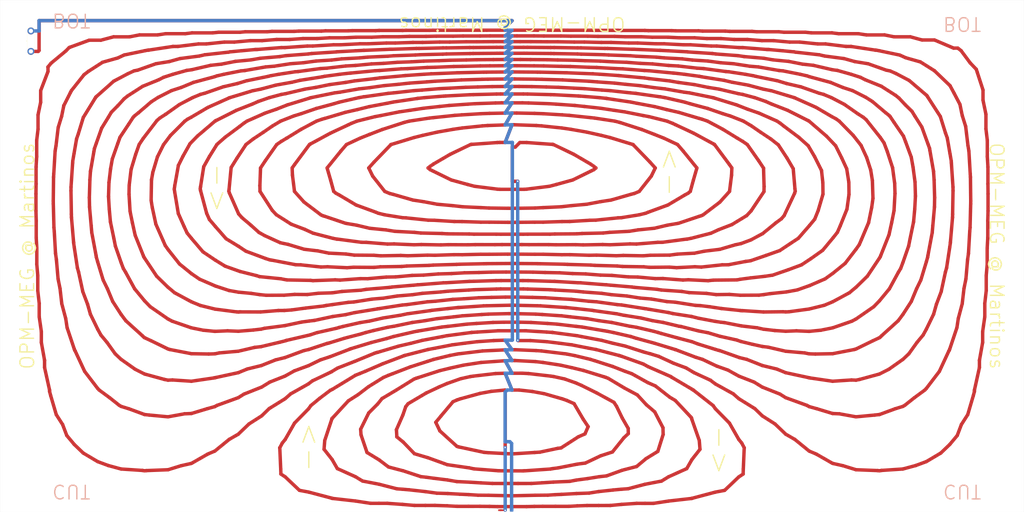
<source format=kicad_pcb>
(kicad_pcb (version 20221018) (generator pcbnew)
  (layers (0 "F.Cu" signal) (31 "B.Cu" signal) (34 "B.Paste" user) (35 "F.Paste" user) (36 "B.SilkS" user "B.Silkscreen") (37 "F.SilkS" user "F.Silkscreen") (38 "B.Mask" user) (39 "F.Mask" user) (44 "Edge.Cuts" user))
  (net 0 "")
  (net 1 "Net-(J1-Pin_1)")
  (footprint "Library:Banana_Jack_2Pin_Vert" (layer "F.Cu") (at 30 60)
    (fp_text reference "J1")
    (fp_text value "Conn_01x02_Socket")
  )
  (footprint "Library:SolderWirePad_1x01_SMD_5x10mm_custom" (layer "F.Cu") (at 749.431888 746.902038 90)
    (fp_text reference "N1")
    (fp_text value "Conn_01x01_Socket" hide)
  )
  (footprint "Library:SolderWirePad_1x01_SMD_5x10mm_custom" (layer "F.Cu") (at 732.343547 747.375595 90)
    (fp_text reference "P1")
    (fp_text value "Conn_01x01_Socket" hide)
  )
  (gr_rect locked (start 0 0) (end 1500 750) (stroke (width 0.1)) (fill none) (layer "Edge.Cuts"))
  (gr_text "CUT" (at 75 720 180) (layer "B.SilkS") (effects (font (size 20 20) (thickness 2)) (justify left mirror)))
  (gr_text "CUT" (at 1380 720 180) (layer "B.SilkS") (effects (font (size 20 20) (thickness 2)) (justify left mirror)))
  (gr_text "BOT" (at 75 30 180) (layer "B.SilkS") (effects (font (size 20 20) (thickness 2)) (justify left mirror)))
  (gr_text "BOT" (at 1380 35 180) (layer "B.SilkS") (effects (font (size 20 20) (thickness 2)) (justify left mirror)))
  (gr_text "OPM-MEG @ Martinos" (at 750 35 180) (layer "F.SilkS") (effects (font (size 20 20) (thickness 2))))
  (gr_text "OPM-MEG @ Martinos" (at 1460 375 270) (layer "F.SilkS") (effects (font (size 20 20) (thickness 2))))
  (gr_text "OPM-MEG @ Martinos" (at 40 375 90) (layer "F.SilkS") (effects (font (size 20 20) (thickness 2))))
  (gr_text "<-" (at 965.21972 213.215566 270) (layer "F.SilkS") (effects (font (size 30 30) (thickness 2)) (justify left bottom)))
  (gr_text "<-" (at 437.142221 616.320977 -90) (layer "F.SilkS") (effects (font (size 30 30) (thickness 2)) (justify left bottom)))
  (gr_text "<-" (at 332.831047 313.818572 90) (layer "F.SilkS") (effects (font (size 30 30) (thickness 2)) (justify left bottom)))
  (gr_text "<-" (at 1068.224825 697.814082 90) (layer "F.SilkS") (effects (font (size 30 30) (thickness 2)) (justify left bottom)))
  (segment (start 840.92 591.2519) (end 854.37 614.16) (width 5) (layer "F.Cu") (net 1))
  (segment (start 1072.29 120.394) (end 1095.84 124.63) (width 5) (layer "F.Cu") (net 1))
  (segment (start 1025.86 447.6518) (end 1018.88 447.34) (width 5) (layer "F.Cu") (net 1))
  (segment (start 1116.93 507.5548) (end 1101.81 504.22) (width 5) (layer "F.Cu") (net 1))
  (segment (start 706.74 514.0754) (end 740 512.48) (width 5) (layer "F.Cu") (net 1))
  (segment (start 661.15 400.7221) (end 641.94 401.27) (width 5) (layer "F.Cu") (net 1))
  (segment (start 669.88 518.5796) (end 672.55 518.23) (width 5) (layer "F.Cu") (net 1))
  (segment (start 750 512.271) (end 754.86 512.27) (width 5) (layer "F.Cu") (net 1))
  (segment (start 1108.73 46.4925) (end 1140.72 46.49) (width 5) (layer "F.Cu") (net 1))
  (segment (start 137.54 221.8572) (end 138.27 217.69) (width 5) (layer "F.Cu") (net 1))
  (segment (start 383.38 566.9444) (end 357.37 577.29) (width 5) (layer "F.Cu") (net 1))
  (segment (start 1001.34 65.5509) (end 1011.44 65.55) (width 5) (layer "F.Cu") (net 1))
  (segment (start 349.16 485.2198) (end 333.33 484.59) (width 5) (layer "F.Cu") (net 1))
  (segment (start 956.02 469.7328) (end 938.96 465.79) (width 5) (layer "F.Cu") (net 1))
  (segment (start 987.6 107.0447) (end 1001.79 108.68) (width 5) (layer "F.Cu") (net 1))
  (segment (start 659.35 88.2006) (end 683.1 87.8) (width 5) (layer "F.Cu") (net 1))
  (segment (start 750 52.5684) (end 757.22 52.57) (width 5) (layer "F.Cu") (net 1))
  (segment (start 492.08 283.0354) (end 488.81 280.36) (width 5) (layer "F.Cu") (net 1))
  (segment (start 905.24 319.1178) (end 872.78 322.45) (width 5) (layer "F.Cu") (net 1))
  (segment (start 106.51 235.9762) (end 108.39 224.99) (width 5) (layer "F.Cu") (net 1))
  (segment (start 228.4 93.3119) (end 247.86 90.16) (width 5) (layer "F.Cu") (net 1))
  (segment (start 834.48 324.443) (end 823.24 324.53) (width 5) (layer "F.Cu") (net 1))
  (segment (start 856.19 129.822) (end 881.67 131.89) (width 5) (layer "F.Cu") (net 1))
  (segment (start 776.88 498.8534) (end 801.06 500.5) (width 5) (layer "F.Cu") (net 1))
  (segment (start 865.01 240.2475) (end 869.77 243.53) (width 5) (layer "F.Cu") (net 1))
  (segment (start 1224.32 173.8428) (end 1229.19 177.25) (width 5) (layer "F.Cu") (net 1))
  (segment (start 626.66 512.01) (end 637.88 509.91) (width 5) (layer "F.Cu") (net 1))
  (segment (start 1326.97 84.6242) (end 1348.3 90.66) (width 5) (layer "F.Cu") (net 1))
  (segment (start 1420.56 338.7621) (end 1418.71 371.28) (width 5) (layer "F.Cu") (net 1))
  (segment (start 440.56 166.701) (end 463.28 158.88) (width 5) (layer "F.Cu") (net 1))
  (segment (start 1085.03 500.1189) (end 1079.28 498.08) (width 5) (layer "F.Cu") (net 1))
  (segment (start 1022.8 466.0551) (end 1013.05 463.6) (width 5) (layer "F.Cu") (net 1))
  (segment (start 197.98 540.9287) (end 177.35 526.38) (width 5) (layer "F.Cu") (net 1))
  (segment (start 1367.51 250.8983) (end 1368.36 263.48) (width 5) (layer "F.Cu") (net 1))
  (segment (start 417.71 584.0042) (end 394.31 598.5) (width 5) (layer "F.Cu") (net 1))
  (segment (start 818.49 502.6249) (end 837.82 505.18) (width 5) (layer "F.Cu") (net 1))
  (segment (start 637.89 441.2154) (end 625.96 442.11) (width 5) (layer "F.Cu") (net 1))
  (segment (start 827.46 518.2321) (end 830.12 518.58) (width 5) (layer "F.Cu") (net 1))
  (segment (start 1334.87 230.0976) (end 1337.48 244.71) (width 5) (layer "F.Cu") (net 1))
  (segment (start 981.02 118.5136) (end 993.56 120.68) (width 5) (layer "F.Cu") (net 1))
  (segment (start 1037.13 487.3765) (end 1023.39 484.77) (width 5) (layer "F.Cu") (net 1))
  (segment (start 611.18 485.0629) (end 605 486.35) (width 5) (layer "F.Cu") (net 1))
  (segment (start 740 655.60517) (end 740.004143 655.609313) (width 5) (layer "F.Cu") (net 1))
  (segment (start 838.14 538.6754) (end 854.54 542.63) (width 5) (layer "F.Cu") (net 1))
  (segment (start 698.94 500.5076) (end 723.12 498.86) (width 5) (layer "F.Cu") (net 1))
  (segment (start 997.75 478.3072) (end 994.22 477.76) (width 5) (layer "F.Cu") (net 1))
  (segment (start 993.59 96.6293) (end 1021 99.78) (width 5) (layer "F.Cu") (net 1))
  (segment (start 811.64 138.7111) (end 847.22 140.59) (width 5) (layer "F.Cu") (net 1))
  (segment (start 824.1 584.3913) (end 830.28 586.57) (width 5) (layer "F.Cu") (net 1))
  (segment (start 486.81 612.5765) (end 510.24 587.15) (width 5) (layer "F.Cu") (net 1))
  (segment (start 893.89 201.5382) (end 927.19 211.69) (width 5) (layer "F.Cu") (net 1))
  (segment (start 1264.56 171.6858) (end 1268.8 175.26) (width 5) (layer "F.Cu") (net 1))
  (segment (start 444.72 513.6725) (end 417.38 523.78) (width 5) (layer "F.Cu") (net 1))
  (segment (start 656.75 358.3785) (end 645.82 358.73) (width 5) (layer "F.Cu") (net 1))
  (segment (start 599.07 717.4653) (end 589.49 716.64) (width 5) (layer "F.Cu") (net 1))
  (segment (start 181.85 80.5194) (end 211.71 74.34) (width 5) (layer "F.Cu") (net 1))
  (segment (start 721.33 708.1856) (end 704.44 707.35) (width 5) (layer "F.Cu") (net 1))
  (segment (start 1163.95 283.1609) (end 1148.62 315.89) (width 5) (layer "F.Cu") (net 1))
  (segment (start 57.39 463.9021) (end 57.39 444.43) (width 5) (layer "F.Cu") (net 1))
  (segment (start 555.06 737.2971) (end 542.84 737.3) (width 5) (layer "F.Cu") (net 1))
  (segment (start 349.56 457.0053) (end 346.95 456.9) (width 5) (layer "F.Cu") (net 1))
  (segment (start 204.16 51.1077) (end 230.84 51.11) (width 5) (layer "F.Cu") (net 1))
  (segment (start 845.8 679.8487) (end 817.44 685.42) (width 5) (layer "F.Cu") (net 1))
  (segment (start 647.17 479.0485) (end 612.84 484.83) (width 5) (layer "F.Cu") (net 1))
  (segment (start 411.48 694.4142) (end 411.18 687.08) (width 5) (layer "F.Cu") (net 1))
  (segment (start 1118.5 246.2526) (end 1119.28 273.16) (width 5) (layer "F.Cu") (net 1))
  (segment (start 211.69 689.5987) (end 208.71 689.12) (width 5) (layer "F.Cu") (net 1))
  (segment (start 1084.61 454.8643) (end 1056.8 451.93) (width 5) (layer "F.Cu") (net 1))
  (segment (start 505.95 164.5018) (end 522.95 160.61) (width 5) (layer "F.Cu") (net 1))
  (segment (start 813.1 724.6106) (end 802.35 725.32) (width 5) (layer "F.Cu") (net 1))
  (segment (start 780.01 435.6209) (end 759.7 435.16) (width 5) (layer "F.Cu") (net 1))
  (segment (start 251.04 132.7357) (end 265.54 128.04) (width 5) (layer "F.Cu") (net 1))
  (segment (start 1002.67 149.4892) (end 1011.64 152.15) (width 5) (layer "F.Cu") (net 1))
  (segment (start 954.1 437.9876) (end 937.36 436.56) (width 5) (layer "F.Cu") (net 1))
  (segment (start 481.64 370.7607) (end 465.59 367.49) (width 5) (layer "F.Cu") (net 1))
  (segment (start 1396.01 273.9748) (end 1396.07 279.39) (width 5) (layer "F.Cu") (net 1))
  (segment (start 1017.27 370.8565) (end 992.15 372.21) (width 5) (layer "F.Cu") (net 1))
  (segment (start 1101.81 504.217) (end 1085.03 500.12) (width 5) (layer "F.Cu") (net 1))
  (segment (start 302.15 64.3152) (end 328.51 61.59) (width 5) (layer "F.Cu") (net 1))
  (segment (start 283.52 120.6133) (end 313.96 112.43) (width 5) (layer "F.Cu") (net 1))
  (segment (start 1333.19 349.4997) (end 1331.04 360.37) (width 5) (layer "F.Cu") (net 1))
  (segment (start 678.39 52.68) (end 703.27 52.68) (width 5) (layer "F.Cu") (net 1))
  (segment (start 745.78 459.3959) (end 715.19 460.11) (width 5) (layer "F.Cu") (net 1))
  (segment (start 669.26 653.8118) (end 644.34 631.21) (width 5) (layer "F.Cu") (net 1))
  (segment (start 1403.74 466.7579) (end 1401.78 479.89) (width 5) (layer "F.Cu") (net 1))
  (segment (start 293.74 273.4504) (end 298.4 244.12) (width 5) (layer "F.Cu") (net 1))
  (segment (start 202.68 165.2154) (end 221.52 149.11) (width 5) (layer "F.Cu") (net 1))
  (segment (start 859.11 193.4111) (end 880.28 198.15) (width 5) (layer "F.Cu") (net 1))
  (segment (start 606.95 340.345) (end 578.36 338.83) (width 5) (layer "F.Cu") (net 1))
  (segment (start 929.18 420.9179) (end 925.95 420.41) (width 5) (layer "F.Cu") (net 1))
  (segment (start 484.45 264.419) (end 479.15 246.03) (width 5) (layer "F.Cu") (net 1))
  (segment (start 1182.35 593.918) (end 1150.96 582.54) (width 5) (layer "F.Cu") (net 1))
  (segment (start 1339.49 582.551) (end 1325.34 593.77) (width 5) (layer "F.Cu") (net 1))
  (segment (start 1135.23 620.9803) (end 1116.62 609.13) (width 5) (layer "F.Cu") (net 1))
  (segment (start 417.4 550.9261) (end 395.31 559.63) (width 5) (layer "F.Cu") (net 1))
  (segment (start 510.24 587.1501) (end 524.29 578.24) (width 5) (layer "F.Cu") (net 1))
  (segment (start 977.05 160.608) (end 994.05 164.5) (width 5) (layer "F.Cu") (net 1))
  (segment (start 950.18 103.533) (end 985.67 106.94) (width 5) (layer "F.Cu") (net 1))
  (segment (start 833.71 168.9579) (end 865.44 172.3) (width 5) (layer "F.Cu") (net 1))
  (segment (start 570.77 283.381) (end 563.59 280.36) (width 5) (layer "F.Cu") (net 1))
  (segment (start 1054.37 513.5857) (end 1052.44 513.16) (width 5) (layer "F.Cu") (net 1))
  (segment (start 1244.24 428.8526) (end 1219.64 442.11) (width 5) (layer "F.Cu") (net 1))
  (segment (start 704.28 372.4463) (end 677.02 373.08) (width 5) (layer "F.Cu") (net 1))
  (segment (start 816.9 87.7972) (end 840.65 88.2) (width 5) (layer "F.Cu") (net 1))
  (segment (start 625.96 442.1104) (end 595.56 446.24) (width 5) (layer "F.Cu") (net 1))
  (segment (start 1151.85 427.6363) (end 1127.93 430.15) (width 5) (layer "F.Cu") (net 1))
  (segment (start 395.31 559.634) (end 383.38 566.94) (width 5) (layer "F.Cu") (net 1))
  (segment (start 476.82 45.1102) (end 510.4 45.11) (width 5) (layer "F.Cu") (net 1))
  (segment (start 1006.95 350.1595) (end 1005.66 350.23) (width 5) (layer "F.Cu") (net 1))
  (segment (start 159.57 267.2638) (end 161.91 247.34) (width 5) (layer "F.Cu") (net 1))
  (segment (start 1354.84 571.2678) (end 1339.49 582.55) (width 5) (layer "F.Cu") (net 1))
  (segment (start 958.38 502.6703) (end 931.52 495.34) (width 5) (layer "F.Cu") (net 1))
  (segment (start 563.59 280.3627) (end 545.92 257.96) (width 5) (layer "F.Cu") (net 1))
  (segment (start 390.04 432.5158) (end 380.48 431.57) (width 5) (layer "F.Cu") (net 1))
  (segment (start 409.83 82.8534) (end 418.82 81.48) (width 5) (layer "F.Cu") (net 1))
  (segment (start 949.41 537.1118) (end 982.59 551.6) (width 5) (layer "F.Cu") (net 1))
  (segment (start 102.82 69.0037) (end 130.67 58.84) (width 5) (layer "F.Cu") (net 1))
  (segment (start 262.75 153.1259) (end 282.02 143.01) (width 5) (layer "F.Cu") (net 1))
  (segment (start 712.31 105.6143) (end 740 105.4) (width 5) (layer "F.Cu") (net 1))
  (segment (start 85.03 408.5831) (end 82.56 380) (width 5) (layer "F.Cu") (net 1))
  (segment (start 1277.95 264.3587) (end 1278.79 290.59) (width 5) (layer "F.Cu") (net 1))
  (segment (start 664.62 97.3797) (end 677.73 97.16) (width 5) (layer "F.Cu") (net 1))
  (segment (start 777.41 60.9474) (end 801.58 61.13) (width 5) (layer "F.Cu") (net 1))
  (segment (start 1018.88 447.3395) (end 988.66 442.59) (width 5) (layer "F.Cu") (net 1))
  (segment (start 689.28 211.6877) (end 690.71 211.48) (width 5) (layer "F.Cu") (net 1))
  (segment (start 618.96 62.1171) (end 644.02 61.52) (width 5) (layer "F.Cu") (net 1))
  (segment (start 412.03 69.6523) (end 417.41 69.65) (width 5) (layer "F.Cu") (net 1))
  (segment (start 979.27 733.9835) (end 957.28 737.37) (width 5) (layer "F.Cu") (net 1))
  (segment (start 1013.61 673.1229) (end 1005.96 686.44) (width 5) (layer "F.Cu") (net 1))
  (segment (start 344.76 89.8844) (end 367.62 87.68) (width 5) (layer "F.Cu") (net 1))
  (segment (start 1085.64 356.7518) (end 1076.98 358.6) (width 5) (layer "F.Cu") (net 1))
  (segment (start 417.71 643.7864) (end 431.41 619.81) (width 5) (layer "F.Cu") (net 1))
  (segment (start 366.74 59.4785) (end 383.81 59.48) (width 5) (layer "F.Cu") (net 1))
  (segment (start 865.86 44.3033) (end 870.87 44.42) (width 5) (layer "F.Cu") (net 1))
  (segment (start 1082.29 584.0326) (end 1074.37 577.05) (width 5) (layer "F.Cu") (net 1))
  (segment (start 795.67 166.5084) (end 823.66 168.24) (width 5) (layer "F.Cu") (net 1))
  (segment (start 528.87 489.1704) (end 504.95 495.36) (width 5) (layer "F.Cu") (net 1))
  (segment (start 1129.32 203.6778) (end 1140.2 212.22) (width 5) (layer "F.Cu") (net 1))
  (segment (start 506.21 327.1027) (end 474.97 316.59) (width 5) (layer "F.Cu") (net 1))
  (segment (start 738.57 471.9487) (end 722.2 472.33) (width 5) (layer "F.Cu") (net 1))
  (segment (start 797.23 576.6904) (end 824.1 584.39) (width 5) (layer "F.Cu") (net 1))
  (segment (start 1001.74 134.9189) (end 1010.36 136.09) (width 5) (layer "F.Cu") (net 1))
  (segment (start 750 150.6245) (end 765.35 150.62) (width 5) (layer "F.Cu") (net 1))
  (segment (start 696.15 358.2968) (end 685.37 358.55) (width 5) (layer "F.Cu") (net 1))
  (segment (start 773.56 411.0244) (end 765.85 410.97) (width 5) (layer "F.Cu") (net 1))
  (segment (start 335.53 277.2289) (end 338.56 245.37) (width 5) (layer "F.Cu") (net 1))
  (segment (start 655.88 722.9381) (end 639.84 722.41) (width 5) (layer "F.Cu") (net 1))
  (segment (start 280.39 102.19) (end 308.63 95.65) (width 5) (layer "F.Cu") (net 1))
  (segment (start 209.7 202.79) (end 229.89 176.48) (width 5) (layer "F.Cu") (net 1))
  (segment (start 484.03 195.0018) (end 510.21 182.79) (width 5) (layer "F.Cu") (net 1))
  (segment (start 640.13 466.7776) (end 621.4 469.93) (width 5) (layer "F.Cu") (net 1))
  (segment (start 795.59 325.3963) (end 783.29 325.41) (width 5) (layer "F.Cu") (net 1))
  (segment (start 465.59 367.4923) (end 445.64 365.12) (width 5) (layer "F.Cu") (net 1))
  (segment (start 1310.59 268.5356) (end 1311.06 283.38) (width 5) (layer "F.Cu") (net 1))
  (segment (start 1362.24 220.6146) (end 1367.51 250.9) (width 5) (layer "F.Cu") (net 1))
  (segment (start 703.27 52.68) (end 717.77 52.57) (width 5) (layer "F.Cu") (net 1))
  (segment (start 450.17 67.3813) (end 458.16 67.38) (width 5) (layer "F.Cu") (net 1))
  (segment (start 1365.58 340.7696) (end 1359.37 373.91) (width 5) (layer "F.Cu") (net 1))
  (segment (start 315.83 176.8582) (end 316.59 176.52) (width 5) (layer "F.Cu") (net 1))
  (segment (start 520.89 74.3376) (end 532.71 73.73) (width 5) (layer "F.Cu") (net 1))
  (segment (start 103.16 135.4306) (end 104.61 132.64) (width 5) (layer "F.Cu") (net 1))
  (segment (start 590.93 110.9251) (end 593.36 110.66) (width 5) (layer "F.Cu") (net 1))
  (segment (start 292.31 408.928) (end 280.62 400.95) (width 5) (layer "F.Cu") (net 1))
  (segment (start 952.68 373.8698) (end 942.24 374.7) (width 5) (layer "F.Cu") (net 1))
  (segment (start 752.84 447.0976) (end 747.16 447.1) (width 5) (layer "F.Cu") (net 1))
  (segment (start 814.62 152.5069) (end 842.04 154.46) (width 5) (layer "F.Cu") (net 1))
  (segment (start 827.96 450.4262) (end 791.76 448.02) (width 5) (layer "F.Cu") (net 1))
  (segment (start 708.24 448.0193) (end 672.04 450.43) (width 5) (layer "F.Cu") (net 1))
  (segment (start 474.41 448.1838) (end 447.76 451.24) (width 5) (layer "F.Cu") (net 1))
  (segment (start 246.03 556.8434) (end 240.77 555.8) (width 5) (layer "F.Cu") (net 1))
  (segment (start 625.99 98.784) (end 637.52 98.48) (width 5) (layer "F.Cu") (net 1))
  (segment (start 844.1 703.2458) (end 834.5 705.13) (width 5) (layer "F.Cu") (net 1))
  (segment (start 846.19 70.1229) (end 851.03 70.12) (width 5) (layer "F.Cu") (net 1))
  (segment (start 1302.28 343.8583) (end 1290.21 374.19) (width 5) (layer "F.Cu") (net 1))
  (segment (start 408.91 108.675) (end 432.38 105.09) (width 5) (layer "F.Cu") (net 1))
  (segment (start 989.57 512.1669) (end 958.38 502.67) (width 5) (layer "F.Cu") (net 1))
  (segment (start 143.01 568.9647) (end 123.95 544.01) (width 5) (layer "F.Cu") (net 1))
  (segment (start 944.09 114.1256) (end 950.91 115.09) (width 5) (layer "F.Cu") (net 1))
  (segment (start 999.57 86.214) (end 1014.17 87.89) (width 5) (layer "F.Cu") (net 1))
  (segment (start 555.91 114.1259) (end 590.93 110.93) (width 5) (layer "F.Cu") (net 1))
  (segment (start 1088.58 694.4461) (end 1082.29 698.56) (width 5) (layer "F.Cu") (net 1))
  (segment (start 783.1 662.8262) (end 753.13 664.68) (width 5) (layer "F.Cu") (net 1))
  (segment (start 577.24 357.29) (end 567.66 357.47) (width 5) (layer "F.Cu") (net 1))
  (segment (start 1253.97 610.5595) (end 1229.68 606.18) (width 5) (layer "F.Cu") (net 1))
  (segment (start 650.92 679.156) (end 626.9 670.5) (width 5) (layer "F.Cu") (net 1))
  (segment (start 486.62 428.9312) (end 466.64 429.54) (width 5) (layer "F.Cu") (net 1))
  (segment (start 920.41 635.1301) (end 913.76 641.4) (width 5) (layer "F.Cu") (net 1))
  (segment (start 750 60.9474) (end 762.03 60.95) (width 5) (layer "F.Cu") (net 1))
  (segment (start 567.66 357.4723) (end 536.47 354.99) (width 5) (layer "F.Cu") (net 1))
  (segment (start 1045.4 210.9384) (end 1046.06 211.29) (width 5) (layer "F.Cu") (net 1))
  (segment (start 869.79 248.5589) (end 865.76 250.51) (width 5) (layer "F.Cu") (net 1))
  (segment (start 1371.76 445.6806) (end 1367.61 460.27) (width 5) (layer "F.Cu") (net 1))
  (segment (start 1146.73 74.3376) (end 1163.25 75.93) (width 5) (layer "F.Cu") (net 1))
  (segment (start 107.78 355.0422) (end 104.64 318.43) (width 5) (layer "F.Cu") (net 1))
  (segment (start 1044.34 143.0126) (end 1045.63 143.36) (width 5) (layer "F.Cu") (net 1))
  (segment (start 293.73 279.0931) (end 293.32 276.44) (width 5) (layer "F.Cu") (net 1))
  (segment (start 836.66 438.5243) (end 820.61 437.63) (width 5) (layer "F.Cu") (net 1))
  (segment (start 1430.14 101.4699) (end 1431.45 105.49) (width 5) (layer "F.Cu") (net 1))
  (segment (start 669.4 585.8956) (end 669.4 585.9) (width 5) (layer "F.Cu") (net 1))
  (segment (start 246.03 688.1066) (end 214.3 689.34) (width 5) (layer "F.Cu") (net 1))
  (segment (start 770.78 484.5495) (end 768.64 484.5) (width 5) (layer "F.Cu") (net 1))
  (segment (start 1175.39 93.8734) (end 1191.37 95.65) (width 5) (layer "F.Cu") (net 1))
  (segment (start 1017.86 390.7384) (end 991.14 392.06) (width 5) (layer "F.Cu") (net 1))
  (segment (start 936.4 280.3627) (end 929.23 283.37) (width 5) (layer "F.Cu") (net 1))
  (segment (start 1289.54 375.9805) (end 1288.31 378.02) (width 5) (layer "F.Cu") (net 1))
  (segment (start 516.1 44.8192) (end 550.01 44.82) (width 5) (layer "F.Cu") (net 1))
  (segment (start 1396.87 70.409) (end 1403.08 70.41) (width 5) (layer "F.Cu") (net 1))
  (segment (start 1068.47 240.9452) (end 1072.07 246.03) (width 5) (layer "F.Cu") (net 1))
  (segment (start 875.96 53.2703) (end 900.16 53.27) (width 5) (layer "F.Cu") (net 1))
  (segment (start 587.7 100.8097) (end 596.93 100.48) (width 5) (layer "F.Cu") (net 1))
  (segment (start 289.22 199.2582) (end 314.99 177.35) (width 5) (layer "F.Cu") (net 1))
  (segment (start 507.49 211.6877) (end 527.66 202.29) (width 5) (layer "F.Cu") (net 1))
  (segment (start 518.9 373.6753) (end 506.84 372.07) (width 5) (layer "F.Cu") (net 1))
  (segment (start 714.28 183.8314) (end 740 182.95) (width 5) (layer "F.Cu") (net 1))
  (segment (start 1029.01 526.4057) (end 1018.97 523.27) (width 5) (layer "F.Cu") (net 1))
  (segment (start 1421.23 92.133) (end 1430.14 101.47) (width 5) (layer "F.Cu") (net 1))
  (segment (start 1045.63 143.3599) (end 1046.13 143.53) (width 5) (layer "F.Cu") (net 1))
  (segment (start 240.77 555.7954) (end 211.69 547.85) (width 5) (layer "F.Cu") (net 1))
  (segment (start 210.88 494.0749) (end 208.59 491.83) (width 5) (layer "F.Cu") (net 1))
  (segment (start 394.39 143.0126) (end 412.03 138.32) (width 5) (layer "F.Cu") (net 1))
  (segment (start 78.41 259.2845) (end 78.74 254.42) (width 5) (layer "F.Cu") (net 1))
  (segment (start 1104.64 559.6586) (end 1082.29 550.95) (width 5) (layer "F.Cu") (net 1))
  (segment (start 1281.92 73.3355) (end 1283.08 73.34) (width 5) (layer "F.Cu") (net 1))
  (segment (start 878.14 469.862) (end 859.88 466.77) (width 5) (layer "F.Cu") (net 1))
  (segment (start 772.6 69.3263) (end 806.44 69.59) (width 5) (layer "F.Cu") (net 1))
  (segment (start 351.42 47.1973) (end 359.28 46.49) (width 5) (layer "F.Cu") (net 1))
  (segment (start 211.69 607.2077) (end 188.84 598.82) (width 5) (layer "F.Cu") (net 1))
  (segment (start 764.44 358.2316) (end 735.56 358.23) (width 5) (layer "F.Cu") (net 1))
  (segment (start 793.74 116.1518) (end 824.1 117.02) (width 5) (layer "F.Cu") (net 1))
  (segment (start 862.89 373.8977) (end 834.85 373) (width 5) (layer "F.Cu") (net 1))
  (segment (start 654.98 740.9413) (end 637.13 740.35) (width 5) (layer "F.Cu") (net 1))
  (segment (start 643.97 155.9364) (end 657.96 154.46) (width 5) (layer "F.Cu") (net 1))
  (segment (start 1008.33 409.7724) (end 1000.39 410.17) (width 5) (layer "F.Cu") (net 1))
  (segment (start 553.02 591.9827) (end 559.57 583.83) (width 5) (layer "F.Cu") (net 1))
  (segment (start 836.63 301.2307) (end 822.08 302.85) (width 5) (layer "F.Cu") (net 1))
  (segment (start 1440 146.7002) (end 1444.28 167.36) (width 5) (layer "F.Cu") (net 1))
  (segment (start 1392.16 356.0351) (end 1391.32 361.77) (width 5) (layer "F.Cu") (net 1))
  (segment (start 1025.38 658.1466) (end 1013.61 673.12) (width 5) (layer "F.Cu") (net 1))
  (segment (start 500.97 426.9278) (end 486.62 428.93) (width 5) (layer "F.Cu") (net 1))
  (segment (start 732.343547 747.375595) (end 738.944654 747.375595) (width 2.5) (layer "F.Cu") (net 1))
  (segment (start 496.5 285.3843) (end 492.08 283.04) (width 5) (layer "F.Cu") (net 1))
  (segment (start 541.64 196.7463) (end 541.64 196.75) (width 5) (layer "F.Cu") (net 1))
  (segment (start 1240.34 247.2935) (end 1243.46 267.1) (width 5) (layer "F.Cu") (net 1))
  (segment (start 877.94 698.2734) (end 860.33 701.1) (width 5) (layer "F.Cu") (net 1))
  (segment (start 1233 231.3346) (end 1240.34 247.29) (width 5) (layer "F.Cu") (net 1))
  (segment (start 610.01 553.95) (end 612.39 553.18) (width 5) (layer "F.Cu") (net 1))
  (segment (start 881.04 62.1172) (end 895.07 62.12) (width 5) (layer "F.Cu") (net 1))
  (segment (start 268.01 228.763) (end 278.27 210.48) (width 5) (layer "F.Cu") (net 1))
  (segment (start 160 306.1455) (end 158.94 287.86) (width 5) (layer "F.Cu") (net 1))
  (segment (start 1288.31 494.6422) (end 1278.46 499.27) (width 5) (layer "F.Cu") (net 1))
  (segment (start 833.6 741.7129) (end 813.77 741.72) (width 5) (layer "F.Cu") (net 1))
  (segment (start 778.25 708.2059) (end 758.85 708.23) (width 5) (layer "F.Cu") (net 1))
  (segment (start 862.48 98.4837) (end 874.01 98.78) (width 5) (layer "F.Cu") (net 1))
  (segment (start 514.33 106.9383) (end 549.82 103.53) (width 5) (layer "F.Cu") (net 1))
  (segment (start 938.96 465.794) (end 913.02 461.65) (width 5) (layer "F.Cu") (net 1))
  (segment (start 253.55 108.675) (end 273.47 103.1) (width 5) (layer "F.Cu") (net 1))
  (segment (start 1447.2 244.5763) (end 1447.2 269.31) (width 5) (layer "F.Cu") (net 1))
  (segment (start 810.71 211.6877) (end 840.43 225.93) (width 5) (layer "F.Cu") (net 1))
  (segment (start 1309.73 179.3509) (end 1323.41 199.3) (width 5) (layer "F.Cu") (net 1))
  (segment (start 634.56 172.3041) (end 666.29 168.96) (width 5) (layer "F.Cu") (net 1))
  (segment (start 740 115.6938) (end 750 105.33) (width 5) (layer "F.Cu") (net 1))
  (segment (start 644.03 542.9732) (end 659.69 539.16) (width 5) (layer "F.Cu") (net 1))
  (segment (start 806.62 687.0239) (end 768.52 689.67) (width 5) (layer "F.Cu") (net 1))
  (segment (start 242.02 359.6018) (end 238.9 352.45) (width 5) (layer "F.Cu") (net 1))
  (segment (start 664.14 464.1874) (end 640.13 466.78) (width 5) (layer "F.Cu") (net 1))
  (segment (start 571.24 72.1511) (end 573.76 72.15) (width 5) (layer "F.Cu") (net 1))
  (segment (start 806.61 138.5674) (end 811.64 138.71) (width 5) (layer "F.Cu") (net 1))
  (segment (start 981.17 373.6703) (end 952.68 373.87) (width 5) (layer "F.Cu") (net 1))
  (segment (start 305.6 518.5578) (end 280.36 518.1) (width 5) (layer "F.Cu") (net 1))
  (segment (start 72.58 573.5122) (end 72.58 571.49) (width 5) (layer "F.Cu") (net 1))
  (segment (start 458.45 411.074) (end 454.78 410.68) (width 5) (layer "F.Cu") (net 1))
  (segment (start 369.95 152.2906) (end 378.45 148.53) (width 5) (layer "F.Cu") (net 1))
  (segment (start 1072.07 246.0251) (end 1071.64 256.61) (width 5) (layer "F.Cu") (net 1))
  (segment (start 104.52 313.7273) (end 103.92 279.4) (width 5) (layer "F.Cu") (net 1))
  (segment (start 1339.99 306.1514) (end 1338.26 325.08) (width 5) (layer "F.Cu") (net 1))
  (segment (start 55.67 168.2167) (end 59.52 149.76) (width 5) (layer "F.Cu") (net 1))
  (segment (start 1036.72 158.8813) (end 1059.44 166.7) (width 5) (layer "F.Cu") (net 1))
  (segment (start 621.77 143.0126) (end 650.07 140.72) (width 5) (layer "F.Cu") (net 1))
  (segment (start 662.18 505.177) (end 681.51 502.63) (width 5) (layer "F.Cu") (net 1))
  (segment (start 74.34 579.9634) (end 72.58 573.51) (width 5) (layer "F.Cu") (net 1))
  (segment (start 893.5 358.5165) (end 882.8 358.18) (width 5) (layer "F.Cu") (net 1))
  (segment (start 836.3 52.9098) (end 860.92 52.91) (width 5) (layer "F.Cu") (net 1))
  (segment (start 879.41 295.411) (end 859.41 299.17) (width 5) (layer "F.Cu") (net 1))
  (segment (start 1093.68 315.8617) (end 1072.18 328.94) (width 5) (layer "F.Cu") (net 1))
  (segment (start 576.18 149.4182) (end 611.25 144.21) (width 5) (layer "F.Cu") (net 1))
  (segment (start 1105.66 598.518) (end 1082.29 584.03) (width 5) (layer "F.Cu") (net 1))
  (segment (start 676.76 324.5322) (end 665.51 324.45) (width 5) (layer "F.Cu") (net 1))
  (segment (start 1184.2 176.816) (end 1185.11 177.35) (width 5) (layer "F.Cu") (net 1))
  (segment (start 214.3 689.3357) (end 211.69 689.6) (width 5) (layer "F.Cu") (net 1))
  (segment (start 694.63 424.3238) (end 686.73 424.85) (width 5) (layer "F.Cu") (net 1))
  (segment (start 865.53 388.2576) (end 831.13 387.28) (width 5) (layer "F.Cu") (net 1))
  (segment (start 1049.24 431.5428) (end 1034.71 429.74) (width 5) (layer "F.Cu") (net 1))
  (segment (start 661.02 263.5958) (end 634.25 250.52) (width 5) (layer "F.Cu") (net 1))
  (segment (start 1392.22 355.0435) (end 1392.16 356.04) (width 5) (layer "F.Cu") (net 1))
  (segment (start 1086.52 648.9579) (end 1090.18 655.92) (width 5) (layer "F.Cu") (net 1))
  (segment (start 221.35 293.4539) (end 221.89 263.36) (width 5) (layer "F.Cu") (net 1))
  (segment (start 1248.96 132.7311) (end 1268.18 142.46) (width 5) (layer "F.Cu") (net 1))
  (segment (start 1198.45 308.6015) (end 1193.45 321.02) (width 5) (layer "F.Cu") (net 1))
  (segment (start 1120.71 404.7004) (end 1099.4 407.08) (width 5) (layer "F.Cu") (net 1))
  (segment (start 886.32 484.7184) (end 852.83 479.04) (width 5) (layer "F.Cu") (net 1))
  (segment (start 540.64 156.2155) (end 567.87 151.08) (width 5) (layer "F.Cu") (net 1))
  (segment (start 280.36 518.0997) (end 248.47 511.93) (width 5) (layer "F.Cu") (net 1))
  (segment (start 693.56 69.5867) (end 727.4 69.33) (width 5) (layer "F.Cu") (net 1))
  (segment (start 1169.49 349.0022) (end 1157.68 356.78) (width 5) (layer "F.Cu") (net 1))
  (segment (start 378.45 148.532) (end 394.39 143.01) (width 5) (layer "F.Cu") (net 1))
  (segment (start 1322.65 687.0047) (end 1291.34 689.1) (width 5) (layer "F.Cu") (net 1))
  (segment (start 72.58 571.4878) (end 65.23 538.29) (width 5) (layer "F.Cu") (net 1))
  (segment (start 784.82 460.1089) (end 754.22 459.4) (width 5) (layer "F.Cu") (net 1))
  (segment (start 740 44.19) (end 740 40.357377) (width 5) (layer "F.Cu") (net 1))
  (segment (start 101.25 69.6455) (end 102.82 69) (width 5) (layer "F.Cu") (net 1))
  (segment (start 494.43 539.1667) (end 485.14 544.81) (width 5) (layer "F.Cu") (net 1))
  (segment (start 624.04 53.2703) (end 639.08 52.91) (width 5) (layer "F.Cu") (net 1))
  (segment (start 82.56 380) (end 81.29 371.28) (width 5) (layer "F.Cu") (net 1))
  (segment (start 172.29 155.0706) (end 172.29 155.07) (width 5) (layer "F.Cu") (net 1))
  (segment (start 280.36 442.0871) (end 255.78 428.84) (width 5) (layer "F.Cu") (net 1))
  (segment (start 740 512.4843) (end 750 528.09) (width 5) (layer "F.Cu") (net 1))
  (segment (start 412.06 207.0592) (end 420.15 202.24) (width 5) (layer "F.Cu") (net 1))
  (segment (start 669.37 741.7212) (end 654.98 740.94) (width 5) (layer "F.Cu") (net 1))
  (segment (start 743.6 372.2307) (end 716.83 372.46) (width 5) (layer "F.Cu") (net 1))
  (segment (start 879.18 158.46) (end 898.62 161.4) (width 5) (layer "F.Cu") (net 1))
  (segment (start 599.7 121.6985) (end 625.21 119.92) (width 5) (layer "F.Cu") (net 1))
  (segment (start 1306.31 325.4939) (end 1302.28 343.86) (width 5) (layer "F.Cu") (net 1))
  (segment (start 749.73 742.0962) (end 728.97 742.1) (width 5) (layer "F.Cu") (net 1))
  (segment (start 1018.97 523.2743) (end 989.78 512.22) (width 5) (layer "F.Cu") (net 1))
  (segment (start 202.68 165.2154) (end 202.68 165.22) (width 5) (layer "F.Cu") (net 1))
  (segment (start 1011.2 280.3627) (end 1007.93 283.04) (width 5) (layer "F.Cu") (net 1))
  (segment (start 1247.32 556.5991) (end 1219.64 558.45) (width 5) (layer "F.Cu") (net 1))
  (segment (start 107.84 356.0363) (end 107.78 355.04) (width 5) (layer "F.Cu") (net 1))
  (segment (start 925.21 284.3492) (end 895.3 292.97) (width 5) (layer "F.Cu") (net 1))
  (segment (start 559.57 583.8327) (end 580.18 571.58) (width 5) (layer "F.Cu") (net 1))
  (segment (start 944.58 44.593) (end 949.99 44.82) (width 5) (layer "F.Cu") (net 1))
  (segment (start 780.69 398.6107) (end 758.66 398.45) (width 5) (layer "F.Cu") (net 1))
  (segment (start 948.89 560.4489) (end 960.04 565.32) (width 5) (layer "F.Cu") (net 1))
  (segment (start 1246.7 67.9971) (end 1281.92 73.34) (width 5) (layer "F.Cu") (net 1))
  (segment (start 1442.61 444.4307) (end 1442.61 463.9) (width 5) (layer "F.Cu") (net 1))
  (segment (start 894.27 417.7128) (end 888.36 417.19) (width 5) (layer "F.Cu") (net 1))
  (segment (start 211.71 74.3376) (end 216.92 73.32) (width 5) (layer "F.Cu") (net 1))
  (segment (start 317.75 211.5564) (end 329.71 201.03) (width 5) (layer "F.Cu") (net 1))
  (segment (start 712.95 447.8803) (end 708.24 448.02) (width 5) (layer "F.Cu") (net 1))
  (segment (start 113.33 392.3271) (end 108.68 361.79) (width 5) (layer "F.Cu") (net 1))
  (segment (start 1205.37 267.5451) (end 1205.57 284.45) (width 5) (layer "F.Cu") (net 1))
  (segment (start 541.31 470.2876) (end 527.24 472.59) (width 5) (layer "F.Cu") (net 1))
  (segment (start 606.49 358.5322) (end 577.24 357.29) (width 5) (layer "F.Cu") (net 1))
  (segment (start 801.94 473.8065) (end 777.8 472.33) (width 5) (layer "F.Cu") (net 1))
  (segment (start 804.86 272.8604) (end 771.64 277.02) (width 5) (layer "F.Cu") (net 1))
  (segment (start 1058.72 189.2512) (end 1079.84 202.22) (width 5) (layer "F.Cu") (net 1))
  (segment (start 653.43 414.1527) (end 649.41 414.27) (width 5) (layer "F.Cu") (net 1))
  (segment (start 584.31 53.779) (end 599.84 53.27) (width 5) (layer "F.Cu") (net 1))
  (segment (start 454.59 210.9494) (end 454.59 210.95) (width 5) (layer "F.Cu") (net 1))
  (segment (start 936.12 314.7001) (end 910.16 318.86) (width 5) (layer "F.Cu") (net 1))
  (segment (start 1125.8 72.4623) (end 1146.73 74.34) (width 5) (layer "F.Cu") (net 1))
  (segment (start 1049.84 536.2322) (end 1029.01 526.41) (width 5) (layer "F.Cu") (net 1))
  (segment (start 454.11 490.5992) (end 419.61 498.61) (width 5) (layer "F.Cu") (net 1))
  (segment (start 801.65 87.4318) (end 816.9 87.8) (width 5) (layer "F.Cu") (net 1))
  (segment (start 704.41 325.3998) (end 676.76 324.53) (width 5) (layer "F.Cu") (net 1))
  (segment (start 688.1 69.5867) (end 693.56 69.59) (width 5) (layer "F.Cu") (net 1))
  (segment (start 304.57 157.2644) (end 335.61 143.41) (width 5) (layer "F.Cu") (net 1))
  (segment (start 128.24 445.6839) (end 121.27 427.21) (width 5) (layer "F.Cu") (net 1))
  (segment (start 229.42 404.5361) (end 211.69 378.02) (width 5) (layer "F.Cu") (net 1))
  (segment (start 1249.83 198.2514) (end 1261.33 212.9) (width 5) (layer "F.Cu") (net 1))
  (segment (start 944.94 737.3698) (end 932.6 737.36) (width 5) (layer "F.Cu") (net 1))
  (segment (start 1063.31 104.7632) (end 1067.62 105.09) (width 5) (layer "F.Cu") (net 1))
  (segment (start 1068.57 619.825) (end 1082.29 643.8) (width 5) (layer "F.Cu") (net 1))
  (segment (start 1100.9 184.4944) (end 1114.46 193.83) (width 5) (layer "F.Cu") (net 1))
  (segment (start 188.84 598.8225) (end 177.35 595.28) (width 5) (layer "F.Cu") (net 1))
  (segment (start 1094.68 211.6877) (end 1111.22 235.2) (width 5) (layer "F.Cu") (net 1))
  (segment (start 705.59 460.7002) (end 677.19 462.64) (width 5) (layer "F.Cu") (net 1))
  (segment (start 1291.34 689.0965) (end 1288.31 689.58) (width 5) (layer "F.Cu") (net 1))
  (segment (start 1278.46 499.268) (end 1253.97 511.2) (width 5) (layer "F.Cu") (net 1))
  (segment (start 1179.76 47.1968) (end 1188.54 48.1) (width 5) (layer "F.Cu") (net 1))
  (segment (start 615.26 80.1131) (end 648.57 79.25) (width 5) (layer "F.Cu") (net 1))
  (segment (start 606.11 201.5378) (end 619.72 198.15) (width 5) (layer "F.Cu") (net 1))
  (segment (start 229.89 176.4807) (end 234.3 172.71) (width 5) (layer "F.Cu") (net 1))
  (segment (start 739.494746 747.925687) (end 739.675336 747.925687) (width 2.5) (layer "F.Cu") (net 1))
  (segment (start 754.23 528.0921) (end 784.32 529.66) (width 5) (layer "F.Cu") (net 1))
  (segment (start 1444.28 167.3635) (end 1444.28 188.75) (width 5) (layer "F.Cu") (net 1))
  (segment (start 197.94 344.574) (end 193.82 325.88) (width 5) (layer "F.Cu") (net 1))
  (segment (start 1164.38 143.3833) (end 1195.44 157.24) (width 5) (layer "F.Cu") (net 1))
  (segment (start 280.62 400.9471) (end 262.91 386.64) (width 5) (layer "F.Cu") (net 1))
  (segment (start 538.94 64.0958) (end 565.97 62.97) (width 5) (layer "F.Cu") (net 1))
  (segment (start 874.01 98.784) (end 903.07 100.48) (width 5) (layer "F.Cu") (net 1))
  (segment (start 535.42 487.1815) (end 528.87 489.17) (width 5) (layer "F.Cu") (net 1))
  (segment (start 1024.35 645.2219) (end 1025.38 658.15) (width 5) (layer "F.Cu") (net 1))
  (segment (start 654.48 491.7743) (end 647.52 493.13) (width 5) (layer "F.Cu") (net 1))
  (segment (start 147.72 58.8376) (end 166.32 53.9) (width 5) (layer "F.Cu") (net 1))
  (segment (start 689.1 706.3895) (end 669.3 705.44) (width 5) (layer "F.Cu") (net 1))
  (segment (start 796.73 52.68) (end 821.61 52.68) (width 5) (layer "F.Cu") (net 1))
  (segment (start 992.15 372.2116) (end 981.17 373.67) (width 5) (layer "F.Cu") (net 1))
  (segment (start 1053.04 130.4567) (end 1081.96 137.23) (width 5) (layer "F.Cu") (net 1))
  (segment (start 861.36 509.7936) (end 873.17 512) (width 5) (layer "F.Cu") (net 1))
  (segment (start 596.93 100.482) (end 625.99 98.78) (width 5) (layer "F.Cu") (net 1))
  (segment (start 704.44 707.3529) (end 689.1 706.39) (width 5) (layer "F.Cu") (net 1))
  (segment (start 1199.84 136.4473) (end 1206.37 138.21) (width 5) (layer "F.Cu") (net 1))
  (segment (start 811.9 69.5867) (end 846.19 70.12) (width 5) (layer "F.Cu") (net 1))
  (segment (start 1352.2 490.8635) (end 1343.4 501.42) (width 5) (layer "F.Cu") (net 1))
  (segment (start 486.6 612.7498) (end 486.81 612.58) (width 5) (layer "F.Cu") (net 1))
  (segment (start 589.43 738.8551) (end 567.29 737.3) (width 5) (layer "F.Cu") (net 1))
  (segment (start 521.62 300.2776) (end 496.5 285.38) (width 5) (layer "F.Cu") (net 1))
  (segment (start 888.4 697.1472) (end 877.94 698.27) (width 5) (layer "F.Cu") (net 1))
  (segment (start 425.6 93.2835) (end 444.08 91.9) (width 5) (layer "F.Cu") (net 1))
  (segment (start 559.87 189.701) (end 590.89 179.68) (width 5) (layer "F.Cu") (net 1))
  (segment (start 265.54 128.0436) (end 283.52 120.61) (width 5) (layer "F.Cu") (net 1))
  (segment (start 1030.85 100.4219) (end 1063.31 104.76) (width 5) (layer "F.Cu") (net 1))
  (segment (start 1150.96 514.5087) (end 1125.02 508.51) (width 5) (layer "F.Cu") (net 1))
  (segment (start 486.32 613.1361) (end 486.32 613.14) (width 5) (layer "F.Cu") (net 1))
  (segment (start 521.97 329.7415) (end 506.21 327.1) (width 5) (layer "F.Cu") (net 1))
  (segment (start 932.13 151.076) (end 959.36 156.21) (width 5) (layer "F.Cu") (net 1))
  (segment (start 682.13 127.8655) (end 699.82 127.36) (width 5) (layer "F.Cu") (net 1))
  (segment (start 1022.29 503.8087) (end 1013.5 500.48) (width 5) (layer "F.Cu") (net 1))
  (segment (start 420.84 153.671) (end 453.87 143.54) (width 5) (layer "F.Cu") (net 1))
  (segment (start 605 486.3471) (end 576.31 492.98) (width 5) (layer "F.Cu") (net 1))
  (segment (start 1358.98 376.4251) (end 1356.99 383.54) (width 5) (layer "F.Cu") (net 1))
  (segment (start 1366.5 330.3668) (end 1365.58 340.77) (width 5) (layer "F.Cu") (net 1))
  (segment (start 886.12 70.964) (end 889.99 70.96) (width 5) (layer "F.Cu") (net 1))
  (segment (start 796.42 96.5377) (end 822.27 97.16) (width 5) (layer "F.Cu") (net 1))
  (segment (start 1446.99 323.5809) (end 1446.99 348.09) (width 5) (layer "F.Cu") (net 1))
  (segment (start 1425.66 579.9958) (end 1417.63 607.33) (width 5) (layer "F.Cu") (net 1))
  (segment (start 762.39 87.1103) (end 777.13 87.23) (width 5) (layer "F.Cu") (net 1))
  (segment (start 299.77 80.2267) (end 334.68 76.35) (width 5) (layer "F.Cu") (net 1))
  (segment (start 463.64 177.3501) (end 472.2 174.41) (width 5) (layer "F.Cu") (net 1))
  (segment (start 1117.47 130.3807) (end 1130.46 133.02) (width 5) (layer "F.Cu") (net 1))
  (segment (start 1132.38 87.673) (end 1155.24 89.88) (width 5) (layer "F.Cu") (net 1))
  (segment (start 621.4 469.933) (end 603.89 472.37) (width 5) (layer "F.Cu") (net 1))
  (segment (start 570.63 420.9672) (end 536.57 423.83) (width 5) (layer "F.Cu") (net 1))
  (segment (start 811.16 551.5951) (end 827.21 555.16) (width 5) (layer "F.Cu") (net 1))
  (segment (start 942.95 390.8216) (end 911.76 390.31) (width 5) (layer "F.Cu") (net 1))
  (segment (start 1163.53 143.0126) (end 1164.05 143.22) (width 5) (layer "F.Cu") (net 1))
  (segment (start 518.98 118.5142) (end 549.09 115.09) (width 5) (layer "F.Cu") (net 1))
  (segment (start 791.87 44.2267) (end 826.46 44.23) (width 5) (layer "F.Cu") (net 1))
  (segment (start 1140.2 212.2178) (end 1152.79 231.36) (width 5) (layer "F.Cu") (net 1))
  (segment (start 750 546.7054) (end 764.92 546.7) (width 5) (layer "F.Cu") (net 1))
  (segment (start 729.22 484.5517) (end 699.24 486.39) (width 5) (layer "F.Cu") (net 1))
  (segment (start 1224.07 213.4461) (end 1233 231.33) (width 5) (layer "F.Cu") (net 1))
  (segment (start 708.81 105.6436) (end 712.31 105.61) (width 5) (layer "F.Cu") (net 1))
  (segment (start 548.02 391.6539) (end 517.96 391.44) (width 5) (layer "F.Cu") (net 1))
  (segment (start 549.82 103.5332) (end 555.89 103.26) (width 5) (layer "F.Cu") (net 1))
  (segment (start 1119.28 273.1631) (end 1119.13 280.64) (width 5) (layer "F.Cu") (net 1))
  (segment (start 134.41 340.7717) (end 133.49 330.36) (width 5) (layer "F.Cu") (net 1))
  (segment (start 1302.83 423.0578) (end 1288.31 440.63) (width 5) (layer "F.Cu") (net 1))
  (segment (start 888.36 417.1854) (end 887.74 417.17) (width 5) (layer "F.Cu") (net 1))
  (segment (start 834.5 705.1313) (end 810.58 706.17) (width 5) (layer "F.Cu") (net 1))
  (segment (start 698.06 473.8107) (end 684.15 474.76) (width 5) (layer "F.Cu") (net 1))
  (segment (start 238.9 352.4525) (end 228.33 328.44) (width 5) (layer "F.Cu") (net 1))
  (segment (start 537.61 662.8408) (end 528.82 636.94) (width 5) (layer "F.Cu") (net 1))
  (segment (start 897.13 662.0805) (end 879.98 667.66) (width 5) (layer "F.Cu") (net 1))
  (segment (start 572.6 211.869) (end 572.81 211.69) (width 5) (layer "F.Cu") (net 1))
  (segment (start 1047.95 562.4204) (end 1040.63 556.92) (width 5) (layer "F.Cu") (net 1))
  (segment (start 569.03 684.0153) (end 555.45 673.72) (width 5) (layer "F.Cu") (net 1))
  (segment (start 458.16 67.3813) (end 488.56 65.55) (width 5) (layer "F.Cu") (net 1))
  (segment (start 910.6 716.5917) (end 898.01 717.78) (width 5) (layer "F.Cu") (net 1))
  (segment (start 822.5 724.2036) (end 813.1 724.61) (width 5) (layer "F.Cu") (net 1))
  (segment (start 942.61 169.3179) (end 950.93 170.89) (width 5) (layer "F.Cu") (net 1))
  (segment (start 815.85 474.7551) (end 801.94 473.81) (width 5) (layer "F.Cu") (net 1))
  (segment (start 653.81 70.1228) (end 688.1 69.59) (width 5) (layer "F.Cu") (net 1))
  (segment (start 1188.54 48.1046) (end 1218.68 48.1) (width 5) (layer "F.Cu") (net 1))
  (segment (start 1138.19 177.3501) (end 1142.72 180.35) (width 5) (layer "F.Cu") (net 1))
  (segment (start 196.61 170.0796) (end 202.68 165.22) (width 5) (layer "F.Cu") (net 1))
  (segment (start 1116.62 609.1324) (end 1105.66 598.52) (width 5) (layer "F.Cu") (net 1))
  (segment (start 533.82 141.6798) (end 568.88 136.71) (width 5) (layer "F.Cu") (net 1))
  (segment (start 677.73 97.1571) (end 703.58 96.54) (width 5) (layer "F.Cu") (net 1))
  (segment (start 759.7 435.1584) (end 740.3 435.16) (width 5) (layer "F.Cu") (net 1))
  (segment (start 1439.48 501.5502) (end 1434.77 527.82) (width 5) (layer "F.Cu") (net 1))
  (segment (start 208.59 491.8305) (end 184.32 469.88) (width 5) (layer "F.Cu") (net 1))
  (segment (start 1446.13 387.0351) (end 1444.73 403.77) (width 5) (layer "F.Cu") (net 1))
  (segment (start 369.54 133.0279) (end 382.53 130.39) (width 5) (layer "F.Cu") (net 1))
  (segment (start 1118.4 431.5828) (end 1111.75 432.32) (width 5) (layer "F.Cu") (net 1))
  (segment (start 843.83 478.0718) (end 815.85 474.76) (width 5) (layer "F.Cu") (net 1))
  (segment (start 525.62 143.0126) (end 532.38 141.84) (width 5) (layer "F.Cu") (net 1))
  (segment (start 1193.24 229.3131) (end 1203.4 249.67) (width 5) (layer "F.Cu") (net 1))
  (segment (start 387.78 345.1855) (end 379.18 340.38) (width 5) (layer "F.Cu") (net 1))
  (segment (start 1056.12 56.4284) (end 1075.77 57.79) (width 5) (layer "F.Cu") (net 1))
  (segment (start 438.61 718.275) (end 417.71 698.49) (width 5) (layer "F.Cu") (net 1))
  (segment (start 611.65 417.2054) (end 605.97 417.71) (width 5) (layer "F.Cu") (net 1))
  (segment (start 1341.02 287.2179) (end 1339.99 306.15) (width 5) (layer "F.Cu") (net 1))
  (segment (start 703.58 96.5377) (end 717.59 96.42) (width 5) (layer "F.Cu") (net 1))
  (segment (start 1090.17 82.8513) (end 1118.45 85.26) (width 5) (layer "F.Cu") (net 1))
  (segment (start 451.73 535.6649) (end 431.24 543.21) (width 5) (layer "F.Cu") (net 1))
  (segment (start 937.36 436.5629) (end 918.39 433.58) (width 5) (layer "F.Cu") (net 1))
  (segment (start 1391.32 651.0058) (end 1378.22 663.58) (width 5) (layer "F.Cu") (net 1))
  (segment (start 576.31 492.9843) (end 566.38 495.91) (width 5) (layer "F.Cu") (net 1))
  (segment (start 315.48 418.9507) (end 292.31 408.93) (width 5) (layer "F.Cu") (net 1))
  (segment (start 1055.87 471.9816) (end 1047.11 470.67) (width 5) (layer "F.Cu") (net 1))
  (segment (start 1205.57 284.4474) (end 1198.45 308.6) (width 5) (layer "F.Cu") (net 1))
  (segment (start 131.11 303.2279) (end 130.86 289.41) (width 5) (layer "F.Cu") (net 1))
  (segment (start 280.36 558.4259) (end 252.64 556.58) (width 5) (layer "F.Cu") (net 1))
  (segment (start 1206.37 138.205) (end 1218.01 143.01) (width 5) (layer "F.Cu") (net 1))
  (segment (start 522.95 160.6097) (end 540.64 156.22) (width 5) (layer "F.Cu") (net 1))
  (segment (start 456.48 78.3622) (end 492.65 76.01) (width 5) (layer "F.Cu") (net 1))
  (segment (start 115.12 398.7019) (end 113.33 392.33) (width 5) (layer "F.Cu") (net 1))
  (segment (start 916.27 123.4692) (end 937.61 125.42) (width 5) (layer "F.Cu") (net 1))
  (segment (start 450.12 431.4236) (end 431.64 431.25) (width 5) (layer "F.Cu") (net 1))
  (segment (start 1013.01 612.2887) (end 1013.61 614.58) (width 5) (layer "F.Cu") (net 1))
  (segment (start 1148.58 47.1968) (end 1179.76 47.2) (width 5) (layer "F.Cu") (net 1))
  (segment (start 108.68 361.786) (end 107.84 356.04) (width 5) (layer "F.Cu") (net 1))
  (segment (start 992.52 211.6877) (end 1000.84 221.34) (width 5) (layer "F.Cu") (net 1))
  (segment (start 668.64 44.3033) (end 673.54 44.23) (width 5) (layer "F.Cu") (net 1))
  (segment (start 855.98 61.5163) (end 881.04 62.12) (width 5) (layer "F.Cu") (net 1))
  (segment (start 750.453121 215.456616) (end 750.453121 265.574249) (width 5) (layer "F.Cu") (net 1))
  (segment (start 1000.39 410.1662) (end 970.99 407.98) (width 5) (layer "F.Cu") (net 1))
  (segment (start 1152.29 122.3264) (end 1173.26 127.18) (width 5) (layer "F.Cu") (net 1))
  (segment (start 923.48 136.0133) (end 931.12 136.71) (width 5) (layer "F.Cu") (net 1))
  (segment (start 181.8 144.6482) (end 186.77 140.66) (width 5) (layer "F.Cu") (net 1))
  (segment (start 1312.55 107.7008) (end 1331.81 117.78) (width 5) (layer "F.Cu") (net 1))
  (segment (start 971.39 636.5166) (end 963.64 661.19) (width 5) (layer "F.Cu") (net 1))
  (segment (start 863.07 722.2762) (end 844.39 722.96) (width 5) (layer "F.Cu") (net 1))
  (segment (start 1269.59 230.7814) (end 1275.46 248.99) (width 5) (layer "F.Cu") (net 1))
  (segment (start 772.78 137.69) (end 806.61 138.57) (width 5) (layer "F.Cu") (net 1))
  (segment (start 909.07 110.9251) (end 944.09 114.13) (width 5) (layer "F.Cu") (net 1))
  (segment (start 431.53 240.9577) (end 453.3 211.69) (width 5) (layer "F.Cu") (net 1))
  (segment (start 765.35 150.6246) (end 774.2 150.8) (width 5) (layer "F.Cu") (net 1))
  (segment (start 499.16 221.3509) (end 507.49 211.69) (width 5) (layer "F.Cu") (net 1))
  (segment (start 331.17 349.6892) (end 315.53 331.85) (width 5) (layer "F.Cu") (net 1))
  (segment (start 246.65 366.1392) (end 242.02 359.6) (width 5) (layer "F.Cu") (net 1))
  (segment (start 520.73 733.9031) (end 486.72 730.09) (width 5) (layer "F.Cu") (net 1))
  (segment (start 1219.64 442.1095) (end 1207.48 447.19) (width 5) (layer "F.Cu") (net 1))
  (segment (start 923.82 149.4179) (end 932.13 151.08) (width 5) (layer "F.Cu") (net 1))
  (segment (start 1240.68 306.404) (end 1230.8 330.9) (width 5) (layer "F.Cu") (net 1))
  (segment (start 1164.36 643.6914) (end 1150.96 636) (width 5) (layer "F.Cu") (net 1))
  (segment (start 60.52 501.5487) (end 60.52 485.67) (width 5) (layer "F.Cu") (net 1))
  (segment (start 555.06 709.2712) (end 531.04 704.63) (width 5) (layer "F.Cu") (net 1))
  (segment (start 679.39 437.6427) (end 663.35 438.53) (width 5) (layer "F.Cu") (net 1))
  (segment (start 1005.55 75.7986) (end 1007.35 76.01) (width 5) (layer "F.Cu") (net 1))
  (segment (start 606.4 555.3358) (end 610.01 553.95) (width 5) (layer "F.Cu") (net 1))
  (segment (start 404.86 314.6105) (end 398.76 308.08) (width 5) (layer "F.Cu") (net 1))
  (segment (start 1013.5 500.4797) (end 992.81 495.07) (width 5) (layer "F.Cu") (net 1))
  (segment (start 1012.7 348.9988) (end 1006.95 350.16) (width 5) (layer "F.Cu") (net 1))
  (segment (start 914.33 568.1693) (end 933.58 578.49) (width 5) (layer "F.Cu") (net 1))
  (segment (start 551.73 516.4236) (end 549.07 517.23) (width 5) (layer "F.Cu") (net 1))
  (segment (start 738.944654 747.375595) (end 739.494746 747.925687) (width 2.5) (layer "F.Cu") (net 1))
  (segment (start 451.47 79.0322) (end 456.48 78.36) (width 5) (layer "F.Cu") (net 1))
  (segment (start 634.14 44.3033) (end 668.64 44.3) (width 5) (layer "F.Cu") (net 1))
  (segment (start 932.57 683.3615) (end 911.69 688.75) (width 5) (layer "F.Cu") (net 1))
  (segment (start 1116.19 59.4774) (end 1133.26 59.48) (width 5) (layer "F.Cu") (net 1))
  (segment (start 453.94 211.2953) (end 454.59 210.95) (width 5) (layer "F.Cu") (net 1))
  (segment (start 989.68 512.1979) (end 989.57 512.17) (width 5) (layer "F.Cu") (net 1))
  (segment (start 96.52 74.5207) (end 101.25 69.65) (width 5) (layer "F.Cu") (net 1))
  (segment (start 485.14 544.8147) (end 457.61 557.9) (width 5) (layer "F.Cu") (net 1))
  (segment (start 525.68 130.1787) (end 541.46 128.39) (width 5) (layer "F.Cu") (net 1))
  (segment (start 527.08 84.7412) (end 538.41 83.65) (width 5) (layer "F.Cu") (net 1))
  (segment (start 665.16 373.0101) (end 637.1 373.91) (width 5) (layer "F.Cu") (net 1))
  (segment (start 1258.74 358.2936) (end 1253.97 365.07) (width 5) (layer "F.Cu") (net 1))
  (segment (start 1322.65 526.4024) (end 1302.04 540.94) (width 5) (layer "F.Cu") (net 1))
  (segment (start 498.22 108.675) (end 512.4 107.05) (width 5) (layer "F.Cu") (net 1))
  (segment (start 346.95 456.9019) (end 314.86 452.76) (width 5) (layer "F.Cu") (net 1))
  (segment (start 785.31 513.5264) (end 793.27 514.07) (width 5) (layer "F.Cu") (net 1))
  (segment (start 606.04 132.7411) (end 618.33 131.89) (width 5) (layer "F.Cu") (net 1))
  (segment (start 838.85 400.7118) (end 819.57 399.59) (width 5) (layer "F.Cu") (net 1))
  (segment (start 1322.65 595.3031) (end 1311.09 598.86) (width 5) (layer "F.Cu") (net 1))
  (segment (start 732 689.6332) (end 729.86 689.52) (width 5) (layer "F.Cu") (net 1))
  (segment (start 750 87.1103) (end 762.39 87.11) (width 5) (layer "F.Cu") (net 1))
  (segment (start 496.46 479.7584) (end 493.17 480.77) (width 5) (layer "F.Cu") (net 1))
  (segment (start 470.08 314.7001) (end 445.24 295.9) (width 5) (layer "F.Cu") (net 1))
  (segment (start 1446.99 348.0856) (end 1446.13 363.52) (width 5) (layer "F.Cu") (net 1))
  (segment (start 1013.61 730.0222) (end 1013.36 730.13) (width 5) (layer "F.Cu") (net 1))
  (segment (start 1322.65 460.5903) (end 1315.69 469.89) (width 5) (layer "F.Cu") (net 1))
  (segment (start 672.04 450.4346) (end 670.24 450.53) (width 5) (layer "F.Cu") (net 1))
  (segment (start 768.52 689.6658) (end 766.88 689.77) (width 5) (layer "F.Cu") (net 1))
  (segment (start 698.35 87.4318) (end 722.87 87.23) (width 5) (layer "F.Cu") (net 1))
  (segment (start 604.93 62.1171) (end 618.96 62.12) (width 5) (layer "F.Cu") (net 1))
  (segment (start 1029.87 314.7565) (end 1026.92 316.12) (width 5) (layer "F.Cu") (net 1))
  (segment (start 129.61 104.4132) (end 150.27 91.13) (width 5) (layer "F.Cu") (net 1))
  (segment (start 1228.69 49.3324) (end 1257.42 49.33) (width 5) (layer "F.Cu") (net 1))
  (segment (start 334.68 76.3458) (end 336.75 75.94) (width 5) (layer "F.Cu") (net 1))
  (segment (start 512.4 107.0452) (end 514.33 106.94) (width 5) (layer "F.Cu") (net 1))
  (segment (start 961.99 423.7102) (end 929.18 420.92) (width 5) (layer "F.Cu") (net 1))
  (segment (start 1421.93 298.5355) (end 1421.04 333.18) (width 5) (layer "F.Cu") (net 1))
  (segment (start 418.82 81.4791) (end 451.47 79.03) (width 5) (layer "F.Cu") (net 1))
  (segment (start 187.07 108.0466) (end 196.14 103.83) (width 5) (layer "F.Cu") (net 1))
  (segment (start 649.41 414.2672) (end 612.25 417.19) (width 5) (layer "F.Cu") (net 1))
  (segment (start 521.64 54.4575) (end 544.47 54.46) (width 5) (layer "F.Cu") (net 1))
  (segment (start 387.67 480.8682) (end 382.6 482.07) (width 5) (layer "F.Cu") (net 1))
  (segment (start 104.61 132.6417) (end 123.03 109.43) (width 5) (layer "F.Cu") (net 1))
  (segment (start 336.75 75.9354) (end 353.29 74.34) (width 5) (layer "F.Cu") (net 1))
  (segment (start 520.16 529.1217) (end 494.43 539.17) (width 5) (layer "F.Cu") (net 1))
  (segment (start 985.67 459.3239) (end 979.46 457.84) (width 5) (layer "F.Cu") (net 1))
  (segment (start 544.12 93.5939) (end 561.9 92.79) (width 5) (layer "F.Cu") (net 1))
  (segment (start 1208.03 82.0296) (end 1236.49 85.78) (width 5) (layer "F.Cu") (net 1))
  (segment (start 1178.93 516.9907) (end 1150.96 514.51) (width 5) (layer "F.Cu") (net 1))
  (segment (start 1236.49 85.7758) (end 1252.15 90.16) (width 5) (layer "F.Cu") (net 1))
  (segment (start 915.69 53.779) (end 939.31 53.78) (width 5) (layer "F.Cu") (net 1))
  (segment (start 727.03 423.3675) (end 694.63 424.32) (width 5) (layer "F.Cu") (net 1))
  (segment (start 141.11 141.4546) (end 166.63 118.82) (width 5) (layer "F.Cu") (net 1))
  (segment (start 1434.77 538.2894) (end 1427.43 571.48) (width 5) (layer "F.Cu") (net 1))
  (segment (start 367.62 87.6767) (end 381.55 85.26) (width 5) (layer "F.Cu") (net 1))
  (segment (start 958.36 196.7439) (end 972.34 202.29) (width 5) (layer "F.Cu") (net 1))
  (segment (start 1155.41 456.7212) (end 1150.96 456.9) (width 5) (layer "F.Cu") (net 1))
  (segment (start 108.68 511.0923) (end 98.23 479.89) (width 5) (layer "F.Cu") (net 1))
  (segment (start 485.83 87.8935) (end 500.43 86.21) (width 5) (layer "F.Cu") (net 1))
  (segment (start 304.3 665.1348) (end 280.36 678.82) (width 5) (layer "F.Cu") (net 1))
  (segment (start 906.64 110.6558) (end 909.07 110.93) (width 5) (layer "F.Cu") (net 1))
  (segment (start 747.16 447.0979) (end 712.95 447.88) (width 5) (layer "F.Cu") (net 1))
  (segment (start 624.17 575.7747) (end 624.17 575.77) (width 5) (layer "F.Cu") (net 1))
  (segment (start 702.8 741.7052) (end 686.23 741.72) (width 5) (layer "F.Cu") (net 1))
  (segment (start 1444.73 403.7731) (end 1444.73 425.67) (width 5) (layer "F.Cu") (net 1))
  (segment (start 85.19 186.758) (end 90.27 170.17) (width 5) (layer "F.Cu") (net 1))
  (segment (start 870.89 172.8989) (end 900.27 177.35) (width 5) (layer "F.Cu") (net 1))
  (segment (start 647.52 493.1304) (end 618.9 498.49) (width 5) (layer "F.Cu") (net 1))
  (segment (start 896.42 502.4674) (end 881 498.46) (width 5) (layer "F.Cu") (net 1))
  (segment (start 398.41 45.9305) (end 431.04 45.93) (width 5) (layer "F.Cu") (net 1))
  (segment (start 1138.92 118.2886) (end 1152.29 122.33) (width 5) (layer "F.Cu") (net 1))
  (segment (start 709.14 662.6473) (end 672.41 654.75) (width 5) (layer "F.Cu") (net 1))
  (segment (start 417.41 69.6523) (end 450.17 67.38) (width 5) (layer "F.Cu") (net 1))
  (segment (start 712.96 44.1895) (end 740 44.19) (width 5) (layer "F.Cu") (net 1))
  (segment (start 474.67 658.1189) (end 475.67 645.24) (width 5) (layer "F.Cu") (net 1))
  (segment (start 809.03 211.45) (end 771.41 208.7467) (width 5) (layer "F.Cu") (net 1))
  (segment (start 779.03 126.8112) (end 800.18 127.36) (width 5) (layer "F.Cu") (net 1))
  (segment (start 1084.42 432.4525) (end 1068.45 431.27) (width 5) (layer "F.Cu") (net 1))
  (segment (start 684.15 474.7605) (end 656.16 478.08) (width 5) (layer "F.Cu") (net 1))
  (segment (start 589.2 446.7811) (end 555.32 452.05) (width 5) (layer "F.Cu") (net 1))
  (segment (start 198.73 225.9037) (end 203.79 211.67) (width 5) (layer "F.Cu") (net 1))
  (segment (start 114.45 196.679) (end 121.97 172.05) (width 5) (layer "F.Cu") (net 1))
  (segment (start 967.29 73.734) (end 979.12 74.34) (width 5) (layer "F.Cu") (net 1))
  (segment (start 817.05 656.7619) (end 791.06 662.27) (width 5) (layer "F.Cu") (net 1))
  (segment (start 672.55 518.2274) (end 706.74 514.08) (width 5) (layer "F.Cu") (net 1))
  (segment (start 719.99 435.6239) (end 701.44 436.17) (width 5) (layer "F.Cu") (net 1))
  (segment (start 860.33 701.1035) (end 844.1 703.25) (width 5) (layer "F.Cu") (net 1))
  (segment (start 1193.45 321.0229) (end 1185.93 330.14) (width 5) (layer "F.Cu") (net 1))
  (segment (start 500.43 86.2144) (end 527.08 84.74) (width 5) (layer "F.Cu") (net 1))
  (segment (start 464.15 487.2877) (end 454.11 490.6) (width 5) (layer "F.Cu") (net 1))
  (segment (start 957.28 737.3673) (end 944.94 737.37) (width 5) (layer "F.Cu") (net 1))
  (segment (start 716.71 325.4135) (end 704.41 325.4) (width 5) (layer "F.Cu") (net 1))
  (segment (start 79.44 338.7612) (end 78.96 333.18) (width 5) (layer "F.Cu") (net 1))
  (segment (start 1171.68 108.675) (end 1182.46 111.17) (width 5) (layer "F.Cu") (net 1))
  (segment (start 1118.29 482.1841) (end 1109.15 480.17) (width 5) (layer "F.Cu") (net 1))
  (segment (start 1391.69 125.4665) (end 1397.63 136.48) (width 5) (layer "F.Cu") (net 1))
  (segment (start 906.87 520.754) (end 907.4 520.88) (width 5) (layer "F.Cu") (net 1))
  (segment (start 801.58 61.1334) (end 816.75 61.13) (width 5) (layer "F.Cu") (net 1))
  (segment (start 513.42 511.0105) (end 512.53 511.36) (width 5) (layer "F.Cu") (net 1))
  (segment (start 887.48 144.021) (end 888.75 144.21) (width 5) (layer "F.Cu") (net 1))
  (segment (start 196.14 103.8296) (end 201.78 102.66) (width 5) (layer "F.Cu") (net 1))
  (segment (start 636.24 322.6677) (end 627.21 322.46) (width 5) (layer "F.Cu") (net 1))
  (segment (start 1173.26 127.1799) (end 1199.84 136.45) (width 5) (layer "F.Cu") (net 1))
  (segment (start 1289.55 201.3713) (end 1295 209.31) (width 5) (layer "F.Cu") (net 1))
  (segment (start 577.3 477.8881) (end 568.55 479.28) (width 5) (layer "F.Cu") (net 1))
  (segment (start 729.86 689.5213) (end 694.33 686.85) (width 5) (layer "F.Cu") (net 1))
  (segment (start 1350.42 186.1308) (end 1359.49 211.13) (width 5) (layer "F.Cu") (net 1))
  (segment (start 900.16 53.2703) (end 915.69 53.78) (width 5) (layer "F.Cu") (net 1))
  (segment (start 468.16 583.5485) (end 483.79 571.75) (width 5) (layer "F.Cu") (net 1))
  (segment (start 889.99 70.964) (end 926.24 72.15) (width 5) (layer "F.Cu") (net 1))
  (segment (start 620.82 158.4599) (end 643.97 155.94) (width 5) (layer "F.Cu") (net 1))
  (segment (start 854.54 542.6327) (end 885.24 552.11) (width 5) (layer "F.Cu") (net 1))
  (segment (start 379.18 340.3752) (end 367.83 330.13) (width 5) (layer "F.Cu") (net 1))
  (segment (start 822.97 373.0727) (end 795.72 372.44) (width 5) (layer "F.Cu") (net 1))
  (segment (start 603.89 472.3659) (end 577.3 477.89) (width 5) (layer "F.Cu") (net 1))
  (segment (start 673.39 723.887) (end 655.88 722.94) (width 5) (layer "F.Cu") (net 1))
  (segment (start 1331.29 518.2978) (end 1322.65 526.4) (width 5) (layer "F.Cu") (net 1))
  (segment (start 809.03 211.453) (end 809.29 211.48) (width 5) (layer "F.Cu") (net 1))
  (segment (start 737.97 60.9474) (end 740 60.95) (width 5) (layer "F.Cu") (net 1))
  (segment (start 599.84 53.2703) (end 624.04 53.27) (width 5) (layer "F.Cu") (net 1))
  (segment (start 896.07 472.3502) (end 878.14 469.86) (width 5) (layer "F.Cu") (net 1))
  (segment (start 552.99 452.4208) (end 552.47 452.54) (width 5) (layer "F.Cu") (net 1))
  (segment (start 1309.78 53.8922) (end 1333.6 53.89) (width 5) (layer "F.Cu") (net 1))
  (segment (start 590.16 607.866) (end 594.32 595.75) (width 5) (layer "F.Cu") (net 1))
  (segment (start 750 77.9995) (end 767.62 78) (width 5) (layer "F.Cu") (net 1))
  (segment (start 1407.94 74.2292) (end 1421.23 92.13) (width 5) (layer "F.Cu") (net 1))
  (segment (start 643.05 88.8648) (end 659.35 88.2) (width 5) (layer "F.Cu") (net 1))
  (segment (start 208.96 126.3835) (end 232.57 116.8) (width 5) (layer "F.Cu") (net 1))
  (segment (start 394.31 598.5018) (end 383.38 609.1) (width 5) (layer "F.Cu") (net 1))
  (segment (start 351.06 185.173) (end 351.06 185.17) (width 5) (layer "F.Cu") (net 1))
  (segment (start 715.62 725.518) (end 700.32 725.38) (width 5) (layer "F.Cu") (net 1))
  (segment (start 1219.64 518.1178) (end 1194.44 518.58) (width 5) (layer "F.Cu") (net 1))
  (segment (start 80.69 221.1498) (end 81.97 213.71) (width 5) (layer "F.Cu") (net 1))
  (segment (start 475.65 111.7416) (end 498.22 108.68) (width 5) (layer "F.Cu") (net 1))
  (segment (start 1343.4 501.4171) (end 1331.29 518.3) (width 5) (layer "F.Cu") (net 1))
  (segment (start 1028.34 112.5528) (end 1060.42 117.61) (width 5) (layer "F.Cu") (net 1))
  (segment (start 972.83 64.0957) (end 1001.34 65.55) (width 5) (layer "F.Cu") (net 1))
  (segment (start 994.05 164.5) (end 1023.8 173.33) (width 5) (layer "F.Cu") (net 1))
  (segment (start 367.83 330.1326) (end 354.24 318.64) (width 5) (layer "F.Cu") (net 1))
  (segment (start 1142.33 366.9904) (end 1122.28 374.1) (width 5) (layer "F.Cu") (net 1))
  (segment (start 688.36 138.711) (end 693.39 138.57) (width 5) (layer "F.Cu") (net 1))
  (segment (start 380.24 405.1783) (end 375.91 403.77) (width 5) (layer "F.Cu") (net 1))
  (segment (start 1208.64 408.4877) (end 1186.11 418.26) (width 5) (layer "F.Cu") (net 1))
  (segment (start 1268.8 175.258) (end 1289.55 201.37) (width 5) (layer "F.Cu") (net 1))
  (segment (start 1195.72 665.1251) (end 1185.3 660.71) (width 5) (layer "F.Cu") (net 1))
  (segment (start 1269.16 51.1118) (end 1295.84 51.11) (width 5) (layer "F.Cu") (net 1))
  (segment (start 845.52 491.7696) (end 809.53 487.02) (width 5) (layer "F.Cu") (net 1))
  (segment (start 477.8 447.4563) (end 474.41 448.18) (width 5) (layer "F.Cu") (net 1))
  (segment (start 1125.02 508.5114) (end 1116.93 507.55) (width 5) (layer "F.Cu") (net 1))
  (segment (start 452.05 598.6984) (end 455.3 594.15) (width 5) (layer "F.Cu") (net 1))
  (segment (start 1331.81 117.7815) (end 1356.98 139.28) (width 5) (layer "F.Cu") (net 1))
  (segment (start 1243.46 267.1002) (end 1243.67 284.76) (width 5) (layer "F.Cu") (net 1))
  (segment (start 1377.46 170.5606) (end 1384.99 194.64) (width 5) (layer "F.Cu") (net 1))
  (segment (start 672.35 106.517) (end 708.81 105.64) (width 5) (layer "F.Cu") (net 1))
  (segment (start 469.29 527.1946) (end 451.73 535.66) (width 5) (layer "F.Cu") (net 1))
  (segment (start 1338.26 325.0775) (end 1333.19 349.5) (width 5) (layer "F.Cu") (net 1))
  (segment (start 486.72 730.0859) (end 486.39 729.94) (width 5) (layer "F.Cu") (net 1))
  (segment (start 787.69 105.6144) (end 791.19 105.64) (width 5) (layer "F.Cu") (net 1))
  (segment (start 817.87 127.8656) (end 840.6 129.06) (width 5) (layer "F.Cu") (net 1))
  (segment (start 722.2 472.332) (end 698.06 473.81) (width 5) (layer "F.Cu") (net 1))
  (segment (start 270.3 606.166) (end 246.03 610.55) (width 5) (layer "F.Cu") (net 1))
  (segment (start 898.01 717.7849) (end 876.8 720.07) (width 5) (layer "F.Cu") (net 1))
  (segment (start 1013.05 463.5962) (end 985.67 459.32) (width 5) (layer "F.Cu") (net 1))
  (segment (start 603.74 403.4282) (end 579.46 405.6) (width 5) (layer "F.Cu") (net 1))
  (segment (start 420.19 410.0416) (end 411.25 408.33) (width 5) (layer "F.Cu") (net 1))
  (segment (start 357.37 577.287) (end 349.04 582.5) (width 5) (layer "F.Cu") (net 1))
  (segment (start 463.28 158.8842) (end 488.36 152.15) (width 5) (layer "F.Cu") (net 1))
  (segment (start 1074.4 93.2819) (end 1098.25 96.93) (width 5) (layer "F.Cu") (net 1))
  (segment (start 927.4 211.8683) (end 927.86 212.32) (width 5) (layer "F.Cu") (net 1))
  (segment (start 728.16 78.0328) (end 732.38 78) (width 5) (layer "F.Cu") (net 1))
  (segment (start 1316.03 398.8027) (end 1302.83 423.06) (width 5) (layer "F.Cu") (net 1))
  (segment (start 70.26 98.0601) (end 74.7 92.59) (width 5) (layer "F.Cu") (net 1))
  (segment (start 1037.19 89.3917) (end 1055.92 91.9) (width 5) (layer "F.Cu") (net 1))
  (segment (start 726.44 411.0267) (end 694.1 412.03) (width 5) (layer "F.Cu") (net 1))
  (segment (start 93.44 154.6364) (end 103.16 135.43) (width 5) (layer "F.Cu") (net 1))
  (segment (start 302.71 312.5291) (end 293.73 279.09) (width 5) (layer "F.Cu") (net 1))
  (segment (start 686.23 741.7152) (end 669.37 741.72) (width 5) (layer "F.Cu") (net 1))
  (segment (start 805.68 342.9612) (end 773.19 343) (width 5) (layer "F.Cu") (net 1))
  (segment (start 1032.08 367.8694) (end 1017.27 370.86) (width 5) (layer "F.Cu") (net 1))
  (segment (start 455.3 594.1508) (end 468.16 583.55) (width 5) (layer "F.Cu") (net 1))
  (segment (start 1130.46 133.0214) (end 1163.53 143.01) (width 5) (layer "F.Cu") (net 1))
  (segment (start 680.43 399.5993) (end 661.15 400.72) (width 5) (layer "F.Cu") (net 1))
  (segment (start 55.27 425.6713) (end 55.27 403.77) (width 5) (layer "F.Cu") (net 1))
  (segment (start 719.31 398.6136) (end 701.49 399.17) (width 5) (layer "F.Cu") (net 1))
  (segment (start 1439.48 485.672) (end 1439.48 501.55) (width 5) (layer "F.Cu") (net 1))
  (segment (start 1154.25 395.2979) (end 1131.77 403.04) (width 5) (layer "F.Cu") (net 1))
  (segment (start 314.7 485.3787) (end 297.63 483.69) (width 5) (layer "F.Cu") (net 1))
  (segment (start 591.86 521.0273) (end 593.07 520.64) (width 5) (layer "F.Cu") (net 1))
  (segment (start 854.32 427.6547) (end 843.55 426.52) (width 5) (layer "F.Cu") (net 1))
  (segment (start 1148.52 184.9058) (end 1170.34 201.25) (width 5) (layer "F.Cu") (net 1))
  (segment (start 376.35 72.4642) (end 412.03 69.65) (width 5) (layer "F.Cu") (net 1))
  (segment (start 976.95 177.3501) (end 984.86 180.49) (width 5) (layer "F.Cu") (net 1))
  (segment (start 805.9 412.0215) (end 773.56 411.02) (width 5) (layer "F.Cu") (net 1))
  (segment (start 211.69 494.6233) (end 210.88 494.07) (width 5) (layer "F.Cu") (net 1))
  (segment (start 879.38 89.4486) (end 897.34 90.5) (width 5) (layer "F.Cu") (net 1))
  (segment (start 1333.6 53.8922) (end 1350.65 58.53) (width 5) (layer "F.Cu") (net 1))
  (segment (start 555.42 44.593) (end 589.58 44.59) (width 5) (layer "F.Cu") (net 1))
  (segment (start 637.13 740.3502) (end 623.13 740.38) (width 5) (layer "F.Cu") (net 1))
  (segment (start 883.61 341.2985) (end 852.64 342.02) (width 5) (layer "F.Cu") (net 1))
  (segment (start 911.76 390.3078) (end 904.18 389.63) (width 5) (layer "F.Cu") (net 1))
  (segment (start 1205.1 366.656) (end 1187.82 378.9) (width 5) (layer "F.Cu") (net 1))
  (segment (start 543.58 501.8026) (end 513.9 510.81) (width 5) (layer "F.Cu") (net 1))
  (segment (start 664.24 189.3175) (end 676.92 187.46) (width 5) (layer "F.Cu") (net 1))
  (segment (start 1403.08 70.409) (end 1407.94 74.23) (width 5) (layer "F.Cu") (net 1))
  (segment (start 1326.38 153.7101) (end 1335.85 162.96) (width 5) (layer "F.Cu") (net 1))
  (segment (start 1220.68 347.913) (end 1205.1 366.66) (width 5) (layer "F.Cu") (net 1))
  (segment (start 518.32 442.3432) (end 510.37 442.87) (width 5) (layer "F.Cu") (net 1))
  (segment (start 1157.68 356.7816) (end 1142.33 366.99) (width 5) (layer "F.Cu") (net 1))
  (segment (start 494.45 75.799) (end 520.89 74.34) (width 5) (layer "F.Cu") (net 1))
  (segment (start 1001.79 108.675) (end 1024.35 111.74) (width 5) (layer "F.Cu") (net 1))
  (segment (start 431.24 543.2052) (end 417.4 550.93) (width 5) (layer "F.Cu") (net 1))
  (segment (start 1086.11 477.4161) (end 1061.3 472.55) (width 5) (layer "F.Cu") (net 1))
  (segment (start 65.23 538.2868) (end 65.23 527.82) (width 5) (layer "F.Cu") (net 1))
  (segment (start 177.35 595.2826) (end 174.68 593.76) (width 5) (layer "F.Cu") (net 1))
  (segment (start 282.02 143.0126) (end 293.63 138.21) (width 5) (layer "F.Cu") (net 1))
  (segment (start 823.08 187.464) (end 835.76 189.32) (width 5) (layer "F.Cu") (net 1))
  (segment (start 1194.44 518.5812) (end 1185.3 518.31) (width 5) (layer "F.Cu") (net 1))
  (segment (start 1185.3 660.7118) (end 1164.36 643.69) (width 5) (layer "F.Cu") (net 1))
  (segment (start 1261.33 212.8961) (end 1269.59 230.78) (width 5) (layer "F.Cu") (net 1))
  (segment (start 756.79 165.5284) (end 782.96 166.06) (width 5) (layer "F.Cu") (net 1))
  (segment (start 221.52 149.1123) (end 231.6 142.63) (width 5) (layer "F.Cu") (net 1))
  (segment (start 809.29 211.4794) (end 810.71 211.69) (width 5) (layer "F.Cu") (net 1))
  (segment (start 255.78 428.8423) (end 246.03 420.71) (width 5) (layer "F.Cu") (net 1))
  (segment (start 639.84 722.407) (end 623.37 720.15) (width 5) (layer "F.Cu") (net 1))
  (segment (start 1446.31 205.6388) (end 1446.31 229.36) (width 5) (layer "F.Cu") (net 1))
  (segment (start 460.59 469.3563) (end 453.06 470.22) (width 5) (layer "F.Cu") (net 1))
  (segment (start 547.34 373.9058) (end 518.9 373.68) (width 5) (layer "F.Cu") (net 1))
  (segment (start 628.59 388.7331) (end 595.83 389.65) (width 5) (layer "F.Cu") (net 1))
  (segment (start 140.8 210.4271) (end 148.87 187.64) (width 5) (layer "F.Cu") (net 1))
  (segment (start 201.78 102.6637) (end 228.4 93.31) (width 5) (layer "F.Cu") (net 1))
  (segment (start 335.96 143.2315) (end 336.52 143.01) (width 5) (layer "F.Cu") (net 1))
  (segment (start 722.59 60.9474) (end 737.97 60.95) (width 5) (layer "F.Cu") (net 1))
  (segment (start 1087.98 138.314) (end 1105.64 143.01) (width 5) (layer "F.Cu") (net 1))
  (segment (start 479.15 246.0251) (end 499.16 221.35) (width 5) (layer "F.Cu") (net 1))
  (segment (start 431.64 431.2549) (end 416.09 432.39) (width 5) (layer "F.Cu") (net 1))
  (segment (start 242.58 49.3319) (end 271.31 49.33) (width 5) (layer "F.Cu") (net 1))
  (segment (start 110.09 514.1437) (end 109.35 512.94) (width 5) (layer "F.Cu") (net 1))
  (segment (start 1152.79 231.3557) (end 1161.98 247.09) (width 5) (layer "F.Cu") (net 1))
  (segment (start 1103.7 110.9377) (end 1106.77 111.75) (width 5) (layer "F.Cu") (net 1))
  (segment (start 1135.01 484.1623) (end 1118.29 482.18) (width 5) (layer "F.Cu") (net 1))
  (segment (start 482.93 522.7076) (end 469.29 527.19) (width 5) (layer "F.Cu") (net 1))
  (segment (start 610.01 553.95) (end 610.01 553.95) (width 5) (layer "F.Cu") (net 1))
  (segment (start 529.67 354.9329) (end 494.3 350.24) (width 5) (layer "F.Cu") (net 1))
  (segment (start 865.44 172.3043) (end 870.89 172.9) (width 5) (layer "F.Cu") (net 1))
  (segment (start 1185.3 595.6128) (end 1182.35 593.92) (width 5) (layer "F.Cu") (net 1))
  (segment (start 1011.44 65.5509) (end 1041.84 67.38) (width 5) (layer "F.Cu") (net 1))
  (segment (start 380.48 431.5728) (end 367.69 429.72) (width 5) (layer "F.Cu") (net 1))
  (segment (start 874.27 575.6876) (end 899.35 589.35) (width 5) (layer "F.Cu") (net 1))
  (segment (start 813.26 424.8438) (end 805.37 424.32) (width 5) (layer "F.Cu") (net 1))
  (segment (start 1417.44 380.0005) (end 1414.97 408.58) (width 5) (layer "F.Cu") (net 1))
  (segment (start 983.9 44.8191) (end 989.6 45.11) (width 5) (layer "F.Cu") (net 1))
  (segment (start 1150.96 636) (end 1135.23 620.98) (width 5) (layer "F.Cu") (net 1))
  (segment (start 756.4 372.2303) (end 743.6 372.23) (width 5) (layer "F.Cu") (net 1))
  (segment (start 773.19 343.0005) (end 766.29 343.07) (width 5) (layer "F.Cu") (net 1))
  (segment (start 1150.96 485.2213) (end 1135.01 484.16) (width 5) (layer "F.Cu") (net 1))
  (segment (start 549.07 170.8896) (end 557.39 169.32) (width 5) (layer "F.Cu") (net 1))
  (segment (start 313.96 112.4254) (end 317.55 111.17) (width 5) (layer "F.Cu") (net 1))
  (segment (start 637.88 509.9074) (end 662.18 505.18) (width 5) (layer "F.Cu") (net 1))
  (segment (start 630.21 248.5652) (end 627.06 246.03) (width 5) (layer "F.Cu") (net 1))
  (segment (start 123.03 109.4341) (end 129.61 104.41) (width 5) (layer "F.Cu") (net 1))
  (segment (start 897.34 90.4982) (end 917.8 91.23) (width 5) (layer "F.Cu") (net 1))
  (segment (start 963.64 661.1919) (end 946.26 671.89) (width 5) (layer "F.Cu") (net 1))
  (segment (start 53.87 387.0353) (end 53.87 363.52) (width 5) (layer "F.Cu") (net 1))
  (segment (start 242.74 167.2879) (end 262.75 153.13) (width 5) (layer "F.Cu") (net 1))
  (segment (start 70.26 104.6763) (end 70.26 98.06) (width 5) (layer "F.Cu") (net 1))
  (segment (start 1291.47 491.798) (end 1289.14 494.08) (width 5) (layer "F.Cu") (net 1))
  (segment (start 654.08 79.0215) (end 688.48 78.44) (width 5) (layer "F.Cu") (net 1))
  (segment (start 343.15 61.5918) (end 366.74 59.48) (width 5) (layer "F.Cu") (net 1))
  (segment (start 904.18 389.6315) (end 871.4 388.72) (width 5) (layer "F.Cu") (net 1))
  (segment (start 536.47 354.9881) (end 529.67 354.93) (width 5) (layer "F.Cu") (net 1))
  (segment (start 663.59 588.3934) (end 669.4 585.9) (width 5) (layer "F.Cu") (net 1))
  (segment (start 595.56 446.2385) (end 589.2 446.78) (width 5) (layer "F.Cu") (net 1))
  (segment (start 979.27 698.48) (end 969.09 704.7) (width 5) (layer "F.Cu") (net 1))
  (segment (start 1013.28 569.9544) (end 1015.3 571.17) (width 5) (layer "F.Cu") (net 1))
  (segment (start 513.9 510.8094) (end 513.42 511.01) (width 5) (layer "F.Cu") (net 1))
  (segment (start 209.79 374.1904) (end 197.94 344.57) (width 5) (layer "F.Cu") (net 1))
  (segment (start 447.76 451.2411) (end 427.4 453.99) (width 5) (layer "F.Cu") (net 1))
  (segment (start 1007.93 283.0407) (end 1003.5 285.39) (width 5) (layer "F.Cu") (net 1))
  (segment (start 1299.67 221.6044) (end 1307.51 245.6) (width 5) (layer "F.Cu") (net 1))
  (segment (start 1342.69 422.936) (end 1334.97 441.52) (width 5) (layer "F.Cu") (net 1))
  (segment (start 398.76 308.0794) (end 380.84 280.29) (width 5) (layer "F.Cu") (net 1))
  (segment (start 175.72 201.0395) (end 188.45 181.9) (width 5) (layer "F.Cu") (net 1))
  (segment (start 597.82 591.323) (end 624.17 575.77) (width 5) (layer "F.Cu") (net 1))
  (segment (start 740.679561 747.925687) (end 740.76419 747.841058) (width 2.5) (layer "F.Cu") (net 1))
  (segment (start 1003.5 285.3892) (end 978.38 300.27) (width 5) (layer "F.Cu") (net 1))
  (segment (start 140.63 373.9099) (end 134.41 340.77) (width 5) (layer "F.Cu") (net 1))
  (segment (start 641.94 401.2687) (end 620.42 402.96) (width 5) (layer "F.Cu") (net 1))
  (segment (start 928.76 72.1511) (end 966.6 73.73) (width 5) (layer "F.Cu") (net 1))
  (segment (start 1302.04 540.9398) (end 1288.31 547.87) (width 5) (layer "F.Cu") (net 1))
  (segment (start 681.51 502.625) (end 698.94 500.51) (width 5) (layer "F.Cu") (net 1))
  (segment (start 315.53 331.8495) (end 306.73 321.52) (width 5) (layer "F.Cu") (net 1))
  (segment (start 427.71 120.3975) (end 439.58 117.62) (width 5) (layer "F.Cu") (net 1))
  (segment (start 588.23 390.33) (end 557.07 390.85) (width 5) (layer "F.Cu") (net 1))
  (segment (start 794.98 741.72) (end 782.58 741.83) (width 5) (layer "F.Cu") (net 1))
  (segment (start 1150.96 545.9173) (end 1137.85 540.58) (width 5) (layer "F.Cu") (net 1))
  (segment (start 774.2 150.805) (end 804.09 151.85) (width 5) (layer "F.Cu") (net 1))
  (segment (start 1261.85 351.033) (end 1258.74 358.29) (width 5) (layer "F.Cu") (net 1))
  (segment (start 1114.46 193.8251) (end 1129.32 203.68) (width 5) (layer "F.Cu") (net 1))
  (segment (start 1368.89 303.2225) (end 1366.5 330.37) (width 5) (layer "F.Cu") (net 1))
  (segment (start 1100.01 351.3829) (end 1085.64 356.75) (width 5) (layer "F.Cu") (net 1))
  (segment (start 78.74 254.4178) (end 80.69 221.15) (width 5) (layer "F.Cu") (net 1))
  (segment (start 927.86 212.3192) (end 952.16 237.42) (width 5) (layer "F.Cu") (net 1))
  (segment (start 739.89 708.2322) (end 721.33 708.19) (width 5) (layer "F.Cu") (net 1))
  (segment (start 162.93 164.5215) (end 172.29 155.07) (width 5) (layer "F.Cu") (net 1))
  (segment (start 1303.87 170.6053) (end 1309.73 179.35) (width 5) (layer "F.Cu") (net 1))
  (segment (start 81.97 213.7139) (end 85.19 186.76) (width 5) (layer "F.Cu") (net 1))
  (segment (start 733.71 343.0684) (end 726.81 343) (width 5) (layer "F.Cu") (net 1))
  (segment (start 1283.08 73.3355) (end 1288.68 74.45) (width 5) (layer "F.Cu") (net 1))
  (segment (start 1155.24 89.8807) (end 1175.39 93.87) (width 5) (layer "F.Cu") (net 1))
  (segment (start 646.02 609.3044) (end 663.59 588.39) (width 5) (layer "F.Cu") (net 1))
  (segment (start 1098.25 96.9265) (end 1111.12 98.02) (width 5) (layer "F.Cu") (net 1))
  (segment (start 549.09 115.0918) (end 555.91 114.13) (width 5) (layer "F.Cu") (net 1))
  (segment (start 431.41 619.8102) (end 452.05 598.7) (width 5) (layer "F.Cu") (net 1))
  (segment (start 949.44 310.8354) (end 945.87 312.34) (width 5) (layer "F.Cu") (net 1))
  (segment (start 383.81 59.4785) (end 405.22 57.79) (width 5) (layer "F.Cu") (net 1))
  (segment (start 432.38 105.088) (end 436.69 104.77) (width 5) (layer "F.Cu") (net 1))
  (segment (start 186.77 140.6558) (end 208.96 126.38) (width 5) (layer "F.Cu") (net 1))
  (segment (start 391.27 46.4928) (end 398.41 45.93) (width 5) (layer "F.Cu") (net 1))
  (segment (start 189.79 53.9041) (end 204.16 51.11) (width 5) (layer "F.Cu") (net 1))
  (segment (start 336.52 143.0126) (end 369.54 133.03) (width 5) (layer "F.Cu") (net 1))
  (segment (start 1109.15 480.1677) (end 1086.11 477.42) (width 5) (layer "F.Cu") (net 1))
  (segment (start 145.17 571.2588) (end 143.01 568.96) (width 5) (layer "F.Cu") (net 1))
  (segment (start 945.87 312.3383) (end 936.12 314.7) (width 5) (layer "F.Cu") (net 1))
  (segment (start 1209.37 64.3139) (end 1239.41 68) (width 5) (layer "F.Cu") (net 1))
  (segment (start 671.51 654.6225) (end 669.26 653.81) (width 5) (layer "F.Cu") (net 1))
  (segment (start 734.15 410.9688) (end 726.44 411.03) (width 5) (layer "F.Cu") (net 1))
  (segment (start 82.38 607.3262) (end 74.34 579.96) (width 5) (layer "F.Cu") (net 1))
  (segment (start 560.77 465.8505) (end 541.31 470.29) (width 5) (layer "F.Cu") (net 1))
  (segment (start 740.030888 655.490069) (end 740 655.520957) (width 5) (layer "F.Cu") (net 1))
  (segment (start 795.3 530.9174) (end 820.79 534.82) (width 5) (layer "F.Cu") (net 1))
  (segment (start 180.58 393.1432) (end 177.35 384.54) (width 5) (layer "F.Cu") (net 1))
  (segment (start 464.45 56.4288) (end 482.69 55.33) (width 5) (layer "F.Cu") (net 1))
  (segment (start 903.12 595.1001) (end 911.52 612.4) (width 5) (layer "F.Cu") (net 1))
  (segment (start 716.3 304.7001) (end 704.46 304.09) (width 5) (layer "F.Cu") (net 1))
  (segment (start 534.92 543.9372) (end 560.52 532.91) (width 5) (layer "F.Cu") (net 1))
  (segment (start 498.26 134.9203) (end 525.68 130.18) (width 5) (layer "F.Cu") (net 1))
  (segment (start 1302.5 169.1519) (end 1303.87 170.61) (width 5) (layer "F.Cu") (net 1))
  (segment (start 349.69 360.9817) (end 331.17 349.69) (width 5) (layer "F.Cu") (net 1))
  (segment (start 357.29 180.3686) (end 361.84 177.35) (width 5) (layer "F.Cu") (net 1))
  (segment (start 166.81 349.499) (end 161.73 325.08) (width 5) (layer "F.Cu") (net 1))
  (segment (start 541.64 196.7463) (end 559.87 189.7) (width 5) (layer "F.Cu") (net 1))
  (segment (start 985.67 106.9378) (end 987.6 107.04) (width 5) (layer "F.Cu") (net 1))
  (segment (start 412.03 138.3179) (end 418.04 137.24) (width 5) (layer "F.Cu") (net 1))
  (segment (start 862.1 441.1997) (end 836.66 438.52) (width 5) (layer "F.Cu") (net 1))
  (segment (start 1216.48 120.6077) (end 1234.45 128.03) (width 5) (layer "F.Cu") (net 1))
  (segment (start 708.87 386.3028) (end 673.21 387.04) (width 5) (layer "F.Cu") (net 1))
  (segment (start 591.24 521.2626) (end 591.86 521.03) (width 5) (layer "F.Cu") (net 1))
  (segment (start 844.39 722.9596) (end 822.5 724.2) (width 5) (layer "F.Cu") (net 1))
  (segment (start 520.71 95.8398) (end 544.12 93.59) (width 5) (layer "F.Cu") (net 1))
  (segment (start 733.44 423.2208) (end 727.03 423.37) (width 5) (layer "F.Cu") (net 1))
  (segment (start 1041.84 67.3807) (end 1049.83 67.38) (width 5) (layer "F.Cu") (net 1))
  (segment (start 637.55 118.9241) (end 666.02 117.54) (width 5) (layer "F.Cu") (net 1))
  (segment (start 168.96 360.3721) (end 166.81 349.5) (width 5) (layer "F.Cu") (net 1))
  (segment (start 1081.18 81.4777) (end 1090.17 82.85) (width 5) (layer "F.Cu") (net 1))
  (segment (start 852.26 493.0921) (end 845.52 491.77) (width 5) (layer "F.Cu") (net 1))
  (segment (start 1387.61 201.9556) (end 1391.65 225.19) (width 5) (layer "F.Cu") (net 1))
  (segment (start 453.3 211.6877) (end 453.94 211.3) (width 5) (layer "F.Cu") (net 1))
  (segment (start 843.25 358.3701) (end 814.63 358.54) (width 5) (layer "F.Cu") (net 1))
  (segment (start 630.23 243.5266) (end 634.99 240.24) (width 5) (layer "F.Cu") (net 1))
  (segment (start 968.41 488.3911) (end 963.87 487.01) (width 5) (layer "F.Cu") (net 1))
  (segment (start 481.91 502.457) (end 478.99 503.11) (width 5) (layer "F.Cu") (net 1))
  (segment (start 239.48 211.94) (end 249.6 198.51) (width 5) (layer "F.Cu") (net 1))
  (segment (start 311.46 48.1051) (end 320.24 47.2) (width 5) (layer "F.Cu") (net 1))
  (segment (start 297.63 483.6938) (end 280.36 480.23) (width 5) (layer "F.Cu") (net 1))
  (segment (start 1229.19 177.2472) (end 1249.83 198.25) (width 5) (layer "F.Cu") (net 1))
  (segment (start 560.69 53.779) (end 584.31 53.78) (width 5) (layer "F.Cu") (net 1))
  (segment (start 1016.39 571.9616) (end 1044.65 594.12) (width 5) (layer "F.Cu") (net 1))
  (segment (start 121.79 663.5797) (end 108.68 650.99) (width 5) (layer "F.Cu") (net 1))
  (segment (start 864.65 526.3642) (end 871.78 528.57) (width 5) (layer "F.Cu") (net 1))
  (segment (start 670.24 450.5345) (end 655.85 452.05) (width 5) (layer "F.Cu") (net 1))
  (segment (start 540.09 604.9155) (end 553.02 591.98) (width 5) (layer "F.Cu") (net 1))
  (segment (start 740.388766 747.925687) (end 740.679561 747.925687) (width 2.5) (layer "F.Cu") (net 1))
  (segment (start 668.86 387.2915) (end 634.48 388.27) (width 5) (layer "F.Cu") (net 1))
  (segment (start 1359.49 211.1349) (end 1361.64 217.15) (width 5) (layer "F.Cu") (net 1))
  (segment (start 303.37 598.7307) (end 280.36 605.71) (width 5) (layer "F.Cu") (net 1))
  (segment (start 1141.33 103.2593) (end 1147.23 103.83) (width 5) (layer "F.Cu") (net 1))
  (segment (start 1161.98 247.0866) (end 1164.49 276.44) (width 5) (layer "F.Cu") (net 1))
  (segment (start 437.59 45.4763) (end 470.74 45.48) (width 5) (layer "F.Cu") (net 1))
  (segment (start 1446.13 363.5204) (end 1446.13 387.04) (width 5) (layer "F.Cu") (net 1))
  (segment (start 814.63 358.5417) (end 803.85 358.29) (width 5) (layer "F.Cu") (net 1))
  (segment (start 546.88 484.2215) (end 535.42 487.18) (width 5) (layer "F.Cu") (net 1))
  (segment (start 899.25 487.239) (end 888.75 485.06) (width 5) (layer "F.Cu") (net 1))
  (segment (start 754.22 459.3954) (end 745.78 459.4) (width 5) (layer "F.Cu") (net 1))
  (segment (start 740 498.278) (end 750 512.27) (width 5) (layer "F.Cu") (net 1))
  (segment (start 1010.36 136.0906) (end 1044.34 143.01) (width 5) (layer "F.Cu") (net 1))
  (segment (start 794.41 460.696) (end 784.82 460.11) (width 5) (layer "F.Cu") (net 1))
  (segment (start 882.8 358.1803) (end 854.17 358.72) (width 5) (layer "F.Cu") (net 1))
  (segment (start 544.47 54.4575) (end 560.69 53.78) (width 5) (layer "F.Cu") (net 1))
  (segment (start 1185.3 518.3142) (end 1178.93 516.99) (width 5) (layer "F.Cu") (net 1))
  (segment (start 1335.85 162.9563) (end 1340.27 170.16) (width 5) (layer "F.Cu") (net 1))
  (segment (start 1055.92 91.8972) (end 1074.4 93.28) (width 5) (layer "F.Cu") (net 1))
  (segment (start 1130.04 152.2751) (end 1153.57 161.46) (width 5) (layer "F.Cu") (net 1))
  (segment (start 589.83 318.8677) (end 563.81 314.7) (width 5) (layer "F.Cu") (net 1))
  (segment (start 1397.63 136.4835) (end 1406.2 152.85) (width 5) (layer "F.Cu") (net 1))
  (segment (start 1184.6 553.177) (end 1150.96 545.92) (width 5) (layer "F.Cu") (net 1))
  (segment (start 536.57 423.8341) (end 528.64 425.09) (width 5) (layer "F.Cu") (net 1))
  (segment (start 907.4 520.8753) (end 909.9 521.68) (width 5) (layer "F.Cu") (net 1))
  (segment (start 904.42 446.2073) (end 874.05 442.09) (width 5) (layer "F.Cu") (net 1))
  (segment (start 1290.21 374.1882) (end 1289.54 375.98) (width 5) (layer "F.Cu") (net 1))
  (segment (start 164.46 232.9053) (end 172.57 209.88) (width 5) (layer "F.Cu") (net 1))
  (segment (start 321.03 516.9705) (end 314.7 518.29) (width 5) (layer "F.Cu") (net 1))
  (segment (start 658.75 61.5163) (end 683.25 61.13) (width 5) (layer "F.Cu") (net 1))
  (segment (start 966.18 141.679) (end 967.62 141.84) (width 5) (layer "F.Cu") (net 1))
  (segment (start 1196.71 598.776) (end 1185.3 595.61) (width 5) (layer "F.Cu") (net 1))
  (segment (start 1041.43 341.6122) (end 1012.7 349) (width 5) (layer "F.Cu") (net 1))
  (segment (start 1168.04 424.6519) (end 1151.85 427.64) (width 5) (layer "F.Cu") (net 1))
  (segment (start 750 571.3226) (end 760.38 571.32) (width 5) (layer "F.Cu") (net 1))
  (segment (start 755.52 305.0971) (end 744.48 305.1) (width 5) (layer "F.Cu") (net 1))
  (segment (start 793.67 707.2802) (end 778.25 708.21) (width 5) (layer "F.Cu") (net 1))
  (segment (start 637.52 98.4837) (end 664.62 97.38) (width 5) (layer "F.Cu") (net 1))
  (segment (start 895.3 292.9731) (end 879.41 295.41) (width 5) (layer "F.Cu") (net 1))
  (segment (start 783.17 372.4543) (end 756.4 372.23) (width 5) (layer "F.Cu") (net 1))
  (segment (start 844.86 342.4986) (end 812.79 342.74) (width 5) (layer "F.Cu") (net 1))
  (segment (start 349.04 582.4976) (end 317.63 593.9) (width 5) (layer "F.Cu") (net 1))
  (segment (start 291.97 82.0322) (end 299.77 80.23) (width 5) (layer "F.Cu") (net 1))
  (segment (start 148.87 187.644) (end 158.79 171.54) (width 5) (layer "F.Cu") (net 1))
  (segment (start 494.3 350.239) (end 492.99 350.17) (width 5) (layer "F.Cu") (net 1))
  (segment (start 486.39 729.9381) (end 485.05 729.51) (width 5) (layer "F.Cu") (net 1))
  (segment (start 427.4 453.9939) (end 416.5 454.79) (width 5) (layer "F.Cu") (net 1))
  (segment (start 893.96 740.4423) (end 876.88 740.49) (width 5) (layer "F.Cu") (net 1))
  (segment (start 1099.21 382.024) (end 1092.33 382.94) (width 5) (layer "F.Cu") (net 1))
  (segment (start 70.26 98.0601) (end 70.26 98.06) (width 5) (layer "F.Cu") (net 1))
  (segment (start 574.64 547.6029) (end 600.93 537.49) (width 5) (layer "F.Cu") (net 1))
  (segment (start 1197.85 64.3139) (end 1209.37 64.31) (width 5) (layer "F.Cu") (net 1))
  (segment (start 602.23 502.7748) (end 584.07 506.98) (width 5) (layer "F.Cu") (net 1))
  (segment (start 455.67 143.0126) (end 489.64 136.09) (width 5) (layer "F.Cu") (net 1))
  (segment (start 431.04 45.9305) (end 437.59 45.48) (width 5) (layer "F.Cu") (net 1))
  (segment (start 106.35 238.5554) (end 106.51 235.98) (width 5) (layer "F.Cu") (net 1))
  (segment (start 298.4 244.117) (end 306.83 229.08) (width 5) (layer "F.Cu") (net 1))
  (segment (start 569.38 549.5943) (end 574.64 547.6) (width 5) (layer "F.Cu") (net 1))
  (segment (start 822.81 462.6331) (end 794.41 460.7) (width 5) (layer "F.Cu") (net 1))
  (segment (start 800.18 127.3596) (end 817.87 127.87) (width 5) (layer "F.Cu") (net 1))
  (segment (start 502.16 478.2835) (end 496.46 479.76) (width 5) (layer "F.Cu") (net 1))
  (segment (start 78.96 333.18) (end 78.07 298.54) (width 5) (layer "F.Cu") (net 1))
  (segment (start 758.288337 265.574402) (end 758.222269 265.574249) (width 5) (layer "F.Cu") (net 1))
  (segment (start 352.77 103.8334) (end 358.66 103.26) (width 5) (layer "F.Cu") (net 1))
  (segment (start 750 182.71) (end 753.08 182.71) (width 5) (layer "F.Cu") (net 1))
  (segment (start 1220.06 400.3155) (end 1208.64 408.49) (width 5) (layer "F.Cu") (net 1))
  (segment (start 629.11 172.8987) (end 634.56 172.3) (width 5) (layer "F.Cu") (net 1))
  (segment (start 740 208.6281) (end 750 182.71) (width 5) (layer "F.Cu") (net 1))
  (segment (start 1277.95 148.682) (end 1297.58 165.24) (width 5) (layer "F.Cu") (net 1))
  (segment (start 925.95 420.4109) (end 894.27 417.71) (width 5) (layer "F.Cu") (net 1))
  (segment (start 527.66 202.2887) (end 541.64 196.75) (width 5) (layer "F.Cu") (net 1))
  (segment (start 388.88 98.0243) (end 401.75 96.93) (width 5) (layer "F.Cu") (net 1))
  (segment (start 388.28 165.6563) (end 405.05 159.85) (width 5) (layer "F.Cu") (net 1))
  (segment (start 1275.46 248.9901) (end 1277.95 264.36) (width 5) (layer "F.Cu") (net 1))
  (segment (start 854.17 358.7191) (end 843.25 358.37) (width 5) (layer "F.Cu") (net 1))
  (segment (start 561.54 552.9725) (end 569.38 549.59) (width 5) (layer "F.Cu") (net 1))
  (segment (start 104.64 318.426) (end 104.52 313.73) (width 5) (layer "F.Cu") (net 1))
  (segment (start 787.82 386.1971) (end 751.47 385.93) (width 5) (layer "F.Cu") (net 1))
  (segment (start 354.24 318.6404) (end 349.51 313.28) (width 5) (layer "F.Cu") (net 1))
  (segment (start 280.32 349.011) (end 274.05 341.28) (width 5) (layer "F.Cu") (net 1))
  (segment (start 561.58 436.7261) (end 544.79 438.14) (width 5) (layer "F.Cu") (net 1))
  (segment (start 595.83 389.651) (end 588.23 390.33) (width 5) (layer "F.Cu") (net 1))
  (segment (start 1277.02 303.3728) (end 1272.37 326.16) (width 5) (layer "F.Cu") (net 1))
  (segment (start 750 165.5284) (end 756.79 165.53) (width 5) (layer "F.Cu") (net 1))
  (segment (start 740 69.3263) (end 750 60.95) (width 5) (layer "F.Cu") (net 1))
  (segment (start 131.63 263.4822) (end 132.48 250.9) (width 5) (layer "F.Cu") (net 1))
  (segment (start 823.24 324.5268) (end 795.59 325.4) (width 5) (layer "F.Cu") (net 1))
  (segment (start 766.29 343.0669) (end 733.71 343.07) (width 5) (layer "F.Cu") (net 1))
  (segment (start 918.39 433.5816) (end 896.08 431.68) (width 5) (layer "F.Cu") (net 1))
  (segment (start 445.64 365.1229) (end 421.87 357.95) (width 5) (layer "F.Cu") (net 1))
  (segment (start 1095.84 124.6259) (end 1117.47 130.38) (width 5) (layer "F.Cu") (net 1))
  (segment (start 998.57 426.8857) (end 968.56 424.8) (width 5) (layer "F.Cu") (net 1))
  (segment (start 1034.71 429.7448) (end 1009.64 428.62) (width 5) (layer "F.Cu") (net 1))
  (segment (start 1111.22 235.1953) (end 1118.5 246.25) (width 5) (layer "F.Cu") (net 1))
  (segment (start 657.96 154.4599) (end 685.38 152.51) (width 5) (layer "F.Cu") (net 1))
  (segment (start 279.84 171.8195) (end 304.57 157.26) (width 5) (layer "F.Cu") (net 1))
  (segment (start 703.04 576.3212) (end 719.83 573.25) (width 5) (layer "F.Cu") (net 1))
  (segment (start 409.82 655.9212) (end 409.82 655.92) (width 5) (layer "F.Cu") (net 1))
  (segment (start 527.17 64.0958) (end 538.94 64.1) (width 5) (layer "F.Cu") (net 1))
  (segment (start 1046.13 143.5309) (end 1079.16 153.67) (width 5) (layer "F.Cu") (net 1))
  (segment (start 97.77 637.9327) (end 91.7 621.92) (width 5) (layer "F.Cu") (net 1))
  (segment (start 177.35 384.5414) (end 168.96 360.37) (width 5) (layer "F.Cu") (net 1))
  (segment (start 732.03 277.3192) (end 728.36 277.02) (width 5) (layer "F.Cu") (net 1))
  (segment (start 57.216359 73.935914) (end 55.912273 75.24) (width 5) (layer "F.Cu") (net 1))
  (segment (start 572.14 212.3216) (end 572.6 211.87) (width 5) (layer "F.Cu") (net 1))
  (segment (start 677.19 462.64) (end 664.14 464.19) (width 5) (layer "F.Cu") (net 1))
  (segment (start 349.04 635.9869) (end 335.63 643.69) (width 5) (layer "F.Cu") (net 1))
  (segment (start 938.1 92.7871) (end 955.88 93.59) (width 5) (layer "F.Cu") (net 1))
  (segment (start 409.82 655.9212) (end 413.48 648.96) (width 5) (layer "F.Cu") (net 1))
  (segment (start 971.2 626.6134) (end 971.39 636.52) (width 5) (layer "F.Cu") (net 1))
  (segment (start 469.15 100.4229) (end 479 99.78) (width 5) (layer "F.Cu") (net 1))
  (segment (start 1015.3 571.1664) (end 1015.39 571.21) (width 5) (layer "F.Cu") (net 1))
  (segment (start 878.16 108.675) (end 906.64 110.66) (width 5) (layer "F.Cu") (net 1))
  (segment (start 1088.92 177.3501) (end 1100.9 184.49) (width 5) (layer "F.Cu") (net 1))
  (segment (start 674.75 554.7577) (end 688.86 551.63) (width 5) (layer "F.Cu") (net 1))
  (segment (start 1414.57 185.0896) (end 1417.97 213.26) (width 5) (layer "F.Cu") (net 1))
  (segment (start 1164.49 276.437) (end 1164.84 280.1) (width 5) (layer "F.Cu") (net 1))
  (segment (start 1015.39 571.2062) (end 1016.39 571.96) (width 5) (layer "F.Cu") (net 1))
  (segment (start 508.35 392.1264) (end 479.72 390.76) (width 5) (layer "F.Cu") (net 1))
  (segment (start 1015.56 264.3896) (end 1011.2 280.36) (width 5) (layer "F.Cu") (net 1))
  (segment (start 466.64 429.537) (end 450.12 431.42) (width 5) (layer "F.Cu") (net 1))
  (segment (start 603.91 431.7081) (end 581.63 433.61) (width 5) (layer "F.Cu") (net 1))
  (segment (start 634.99 240.2358) (end 634.99 240.24) (width 5) (layer "F.Cu") (net 1))
  (segment (start 253.3 67.9957) (end 260.59 68) (width 5) (layer "F.Cu") (net 1))
  (segment (start 382.53 130.3881) (end 404.16 124.63) (width 5) (layer "F.Cu") (net 1))
  (segment (start 1111.12 98.0214) (end 1141.33 103.26) (width 5) (layer "F.Cu") (net 1))
  (segment (start 1234.74 682.1592) (end 1219.64 678.79) (width 5) (layer "F.Cu") (net 1))
  (segment (start 944.94 709.3824) (end 919.99 715.95) (width 5) (layer "F.Cu") (net 1))
  (segment (start 335.43 425.5088) (end 315.48 418.95) (width 5) (layer "F.Cu") (net 1))
  (segment (start 762.03 60.9474) (end 777.41 60.95) (width 5) (layer "F.Cu") (net 1))
  (segment (start 959.36 156.2147) (end 977.05 160.61) (width 5) (layer "F.Cu") (net 1))
  (segment (start 1391.32 361.7724) (end 1386.67 392.33) (width 5) (layer "F.Cu") (net 1))
  (segment (start 527.56 408.1513) (end 498.04 410.27) (width 5) (layer "F.Cu") (net 1))
  (segment (start 1046.71 211.6877) (end 1068.47 240.95) (width 5) (layer "F.Cu") (net 1))
  (segment (start 629.95 455.033) (end 596.6 459.67) (width 5) (layer "F.Cu") (net 1))
  (segment (start 590.55 689.6638) (end 569.03 684.02) (width 5) (layer "F.Cu") (net 1))
  (segment (start 520.73 698.3621) (end 494.12 686.39) (width 5) (layer "F.Cu") (net 1))
  (segment (start 1251.55 511.9409) (end 1219.64 518.12) (width 5) (layer "F.Cu") (net 1))
  (segment (start 497.33 149.4909) (end 525.62 143.01) (width 5) (layer "F.Cu") (net 1))
  (segment (start 506.41 96.6298) (end 520.71 95.84) (width 5) (layer "F.Cu") (net 1))
  (segment (start 150.27 91.1324) (end 172.46 84.88) (width 5) (layer "F.Cu") (net 1))
  (segment (start 436.69 104.7652) (end 469.15 100.42) (width 5) (layer "F.Cu") (net 1))
  (segment (start 1219.61 102.1864) (end 1226.54 103.1) (width 5) (layer "F.Cu") (net 1))
  (segment (start 375.91 403.7701) (end 351.43 397.61) (width 5) (layer "F.Cu") (net 1))
  (segment (start 1396.07 279.3948) (end 1395.47 313.73) (width 5) (layer "F.Cu") (net 1))
  (segment (start 1039.81 449.3784) (end 1025.86 447.65) (width 5) (layer "F.Cu") (net 1))
  (segment (start 510.37 442.8699) (end 486.48 446.21) (width 5) (layer "F.Cu") (net 1))
  (segment (start 1082.59 69.6512) (end 1087.97 69.65) (width 5) (layer "F.Cu") (net 1))
  (segment (start 1234.45 128.0336) (end 1248.96 132.73) (width 5) (layer "F.Cu") (net 1))
  (segment (start 1348.95 410.1067) (end 1342.69 422.94) (width 5) (layer "F.Cu") (net 1))
  (segment (start 731.36 484.5016) (end 729.22 484.55) (width 5) (layer "F.Cu") (net 1))
  (segment (start 583.72 123.4693) (end 599.7 121.7) (width 5) (layer "F.Cu") (net 1))
  (segment (start 141.01 376.4255) (end 140.63 373.91) (width 5) (layer "F.Cu") (net 1))
  (segment (start 53.69 205.6426) (end 55.67 189.21) (width 5) (layer "F.Cu") (net 1))
  (segment (start 1047.95 598.7497) (end 1068.57 619.82) (width 5) (layer "F.Cu") (net 1))
  (segment (start 830.1 106.5588) (end 868 108.1) (width 5) (layer "F.Cu") (net 1))
  (segment (start 1295.84 51.1118) (end 1309.78 53.89) (width 5) (layer "F.Cu") (net 1))
  (segment (start 793.49 184.3904) (end 823.08 187.46) (width 5) (layer "F.Cu") (net 1))
  (segment (start 859.88 466.7663) (end 835.86 464.18) (width 5) (layer "F.Cu") (net 1))
  (segment (start 937.61 125.4185) (end 958.54 128.39) (width 5) (layer "F.Cu") (net 1))
  (segment (start 316.59 176.5189) (end 346.44 161.47) (width 5) (layer "F.Cu") (net 1))
  (segment (start 274.05 341.2838) (end 269.61 331.74) (width 5) (layer "F.Cu") (net 1))
  (segment (start 1431.45 105.4886) (end 1440 131.79) (width 5) (layer "F.Cu") (net 1))
  (segment (start 607.11 740.388) (end 589.43 738.86) (width 5) (layer "F.Cu") (net 1))
  (segment (start 1111.75 432.3247) (end 1084.42 432.45) (width 5) (layer "F.Cu") (net 1))
  (segment (start 824.1 117.0201) (end 833.98 117.54) (width 5) (layer "F.Cu") (net 1))
  (segment (start 462.81 127.9574) (end 482.64 123.92) (width 5) (layer "F.Cu") (net 1))
  (segment (start 567.29 737.3) (end 555.06 737.3) (width 5) (layer "F.Cu") (net 1))
  (segment (start 911.69 688.7489) (end 888.4 697.15) (width 5) (layer "F.Cu") (net 1))
  (segment (start 1421.27 254.4219) (end 1421.59 259.28) (width 5) (layer "F.Cu") (net 1))
  (segment (start 560.52 532.9075) (end 591.24 521.26) (width 5) (layer "F.Cu") (net 1))
  (segment (start 132.48 250.8976) (end 137.54 221.86) (width 5) (layer "F.Cu") (net 1))
  (segment (start 483.79 571.7461) (end 486.77 570.33) (width 5) (layer "F.Cu") (net 1))
  (segment (start 526.9 547.233) (end 534.92 543.94) (width 5) (layer "F.Cu") (net 1))
  (segment (start 1268.18 142.4643) (end 1277.95 148.68) (width 5) (layer "F.Cu") (net 1))
  (segment (start 749.5 726.2817) (end 749.44 726.28) (width 5) (layer "F.Cu") (net 1))
  (segment (start 582.2 91.2252) (end 602.66 90.5) (width 5) (layer "F.Cu") (net 1))
  (segment (start 1142.72 180.353) (end 1148.52 184.91) (width 5) (layer "F.Cu") (net 1))
  (segment (start 1047.67 511.7266) (end 1022.29 503.81) (width 5) (layer "F.Cu") (net 1))
  (segment (start 479 99.7814) (end 506.41 96.63) (width 5) (layer "F.Cu") (net 1))
  (segment (start 478.99 503.1123) (end 452.4 511.89) (width 5) (layer "F.Cu") (net 1))
  (segment (start 65.23 527.8243) (end 60.52 501.55) (width 5) (layer "F.Cu") (net 1))
  (segment (start 593.36 110.6558) (end 621.84 108.68) (width 5) (layer "F.Cu") (net 1))
  (segment (start 740 96.2436) (end 750 87.11) (width 5) (layer "F.Cu") (net 1))
  (segment (start 740 60.9474) (end 750 52.57) (width 5) (layer "F.Cu") (net 1))
  (segment (start 1340.39 266.4789) (end 1341.02 287.22) (width 5) (layer "F.Cu") (net 1))
  (segment (start 1378.74 427.2142) (end 1371.76 445.68) (width 5) (layer "F.Cu") (net 1))
  (segment (start 542.84 737.299) (end 520.73 733.9) (width 5) (layer "F.Cu") (net 1))
  (segment (start 631.35 108.1194) (end 632 108.1) (width 5) (layer "F.Cu") (net 1))
  (segment (start 121.27 427.213) (end 115.12 398.7) (width 5) (layer "F.Cu") (net 1))
  (segment (start 190.47 309.4217) (end 188.96 284.5) (width 5) (layer "F.Cu") (net 1))
  (segment (start 612.25 417.1888) (end 611.65 417.21) (width 5) (layer "F.Cu") (net 1))
  (segment (start 1427.43 571.4834) (end 1427.43 573.52) (width 5) (layer "F.Cu") (net 1))
  (segment (start 690.47 487.0226) (end 654.48 491.77) (width 5) (layer "F.Cu") (net 1))
  (segment (start 1061.3 472.5544) (end 1055.87 471.98) (width 5) (layer "F.Cu") (net 1))
  (segment (start 572.14 212.3216) (end 572.14 212.32) (width 5) (layer "F.Cu") (net 1))
  (segment (start 488.36 152.1531) (end 497.33 149.49) (width 5) (layer "F.Cu") (net 1))
  (segment (start 1368.92 58.5282) (end 1396.87 70.41) (width 5) (layer "F.Cu") (net 1))
  (segment (start 329.71 201.03) (end 351.06 185.17) (width 5) (layer "F.Cu") (net 1))
  (segment (start 648.57 79.2459) (end 654.08 79.02) (width 5) (layer "F.Cu") (net 1))
  (segment (start 599.73 177.3501) (end 629.11 172.9) (width 5) (layer "F.Cu") (net 1))
  (segment (start 771.2 742.0977) (end 749.73 742.1) (width 5) (layer "F.Cu") (net 1))
  (segment (start 785.72 183.8317) (end 793.49 184.39) (width 5) (layer "F.Cu") (net 1))
  (segment (start 160.63 582.6211) (end 145.17 571.26) (width 5) (layer "F.Cu") (net 1))
  (segment (start 1447.36 308.8534) (end 1446.99 323.58) (width 5) (layer "F.Cu") (net 1))
  (segment (start 720.97 126.8111) (end 739.68 126.63) (width 5) (layer "F.Cu") (net 1))
  (segment (start 338.56 245.3739) (end 347.21 231.49) (width 5) (layer "F.Cu") (net 1))
  (segment (start 1165.32 76.3427) (end 1200.23 80.22) (width 5) (layer "F.Cu") (net 1))
  (segment (start 801.06 500.5022) (end 818.49 502.62) (width 5) (layer "F.Cu") (net 1))
  (segment (start 915.48 543.8382) (end 925.46 547.39) (width 5) (layer "F.Cu") (net 1))
  (segment (start 942.65 533.3403) (end 949.41 537.11) (width 5) (layer "F.Cu") (net 1))
  (segment (start 74.7 92.5939) (end 96.52 74.52) (width 5) (layer "F.Cu") (net 1))
  (segment (start 856.96 88.8649) (end 879.38 89.45) (width 5) (layer "F.Cu") (net 1))
  (segment (start 1052.74 336.4119) (end 1041.43 341.61) (width 5) (layer "F.Cu") (net 1))
  (segment (start 719.83 573.2494) (end 740 571.33) (width 5) (layer "F.Cu") (net 1))
  (segment (start 766.84 69.3263) (end 772.6 69.33) (width 5) (layer "F.Cu") (net 1))
  (segment (start 1029.26 45.4761) (end 1062.41 45.48) (width 5) (layer "F.Cu") (net 1))
  (segment (start 926.24 72.1511) (end 928.76 72.15) (width 5) (layer "F.Cu") (net 1))
  (segment (start 634.91 526.5565) (end 658.86 520.73) (width 5) (layer "F.Cu") (net 1))
  (segment (start 1341.45 681.9094) (end 1322.65 687) (width 5) (layer "F.Cu") (net 1))
  (segment (start 1368.36 263.4785) (end 1369.13 289.41) (width 5) (layer "F.Cu") (net 1))
  (segment (start 822.08 302.8531) (end 795.54 304.09) (width 5) (layer "F.Cu") (net 1))
  (segment (start 624.14 699.037) (end 616.46 698.19) (width 5) (layer "F.Cu") (net 1))
  (segment (start 740 87.1103) (end 750 78) (width 5) (layer "F.Cu") (net 1))
  (segment (start 629.13 44.4234) (end 634.14 44.3) (width 5) (layer "F.Cu") (net 1))
  (segment (start 133.49 330.3642) (end 131.11 303.23) (width 5) (layer "F.Cu") (net 1))
  (segment (start 482.69 55.3307) (end 504.53 55.33) (width 5) (layer "F.Cu") (net 1))
  (segment (start 420.15 202.2364) (end 420.15 202.24) (width 5) (layer "F.Cu") (net 1))
  (segment (start 1389.93 514.1335) (end 1376.06 544.01) (width 5) (layer "F.Cu") (net 1))
  (segment (start 554.13 312.3503) (end 550.57 310.85) (width 5) (layer "F.Cu") (net 1))
  (segment (start 1020.86 246.0251) (end 1015.56 264.39) (width 5) (layer "F.Cu") (net 1))
  (segment (start 850.6 414.255) (end 846.56 414.14) (width 5) (layer "F.Cu") (net 1))
  (segment (start 754.749531 215.456616) (end 750.453121 215.456616) (width 5) (layer "F.Cu") (net 1))
  (segment (start 1367.61 460.2694) (end 1356.99 482.14) (width 5) (layer "F.Cu") (net 1))
  (segment (start 1207.48 447.1858) (end 1185.3 452.66) (width 5) (layer "F.Cu") (net 1))
  (segment (start 112.15 203.2675) (end 114.45 196.68) (width 5) (layer "F.Cu") (net 1))
  (segment (start 280.36 605.7131) (end 270.3 606.17) (width 5) (layer "F.Cu") (net 1))
  (segment (start 1147.05 456.6352) (end 1118.39 456.99) (width 5) (layer "F.Cu") (net 1))
  (segment (start 123.95 544.0052) (end 110.09 514.14) (width 5) (layer "F.Cu") (net 1))
  (segment (start 579.46 405.5979) (end 565.67 405.83) (width 5) (layer "F.Cu") (net 1))
  (segment (start 1271.6 93.3206) (end 1298.01 102.66) (width 5) (layer "F.Cu") (net 1))
  (segment (start 353.29 74.3376) (end 374.2 72.46) (width 5) (layer "F.Cu") (net 1))
  (segment (start 723.12 498.8577) (end 740 498.28) (width 5) (layer "F.Cu") (net 1))
  (segment (start 849.93 140.7197) (end 878.23 143.01) (width 5) (layer "F.Cu") (net 1))
  (segment (start 568.88 136.7116) (end 576.52 136.01) (width 5) (layer "F.Cu") (net 1))
  (segment (start 538.41 83.6546) (end 567.92 82.32) (width 5) (layer "F.Cu") (net 1))
  (segment (start 931.74 479.2904) (end 921.78 477.7) (width 5) (layer "F.Cu") (net 1))
  (segment (start 172.29 155.0706) (end 181.8 144.65) (width 5) (layer "F.Cu") (net 1))
  (segment (start 1253.97 511.1958) (end 1251.55 511.94) (width 5) (layer "F.Cu") (net 1))
  (segment (start 810.58 706.1672) (end 793.67 707.28) (width 5) (layer "F.Cu") (net 1))
  (segment (start 1278.79 290.5906) (end 1277.02 303.37) (width 5) (layer "F.Cu") (net 1))
  (segment (start 1009.64 428.623) (end 998.57 426.89) (width 5) (layer "F.Cu") (net 1))
  (segment (start 1267.35 116.747) (end 1291.03 126.32) (width 5) (layer "F.Cu") (net 1))
  (segment (start 724.94 358.3226) (end 696.15 358.3) (width 5) (layer "F.Cu") (net 1))
  (segment (start 783.9 725.4882) (end 749.57 726.28) (width 5) (layer "F.Cu") (net 1))
  (segment (start 510.4 45.1102) (end 516.1 44.82) (width 5) (layer "F.Cu") (net 1))
  (segment (start 578.36 338.8295) (end 565.45 336.76) (width 5) (layer "F.Cu") (net 1))
  (segment (start 695.14 272.8666) (end 685.01 270.22) (width 5) (layer "F.Cu") (net 1))
  (segment (start 474.97 316.5869) (end 473.09 316.1) (width 5) (layer "F.Cu") (net 1))
  (segment (start 903.07 100.482) (end 912.3 100.81) (width 5) (layer "F.Cu") (net 1))
  (segment (start 358.66 103.2645) (end 388.88 98.02) (width 5) (layer "F.Cu") (net 1))
  (segment (start 655.19 680.6922) (end 650.92 679.16) (width 5) (layer "F.Cu") (net 1))
  (segment (start 230.84 51.1077) (end 242.58 49.33) (width 5) (layer "F.Cu") (net 1))
  (segment (start 743.7 325.6715) (end 716.71 325.41) (width 5) (layer "F.Cu") (net 1))
  (segment (start 1116.62 535.404) (end 1093.85 526.41) (width 5) (layer "F.Cu") (net 1))
  (segment (start 1023.18 45.1102) (end 1029.26 45.48) (width 5) (layer "F.Cu") (net 1))
  (segment (start 863.76 322.6589) (end 834.48 324.44) (width 5) (layer "F.Cu") (net 1))
  (segment (start 750.034066 30.147823) (end 57.216359 30.147823) (width 5) (layer "F.Cu") (net 1))
  (segment (start 320.24 47.1973) (end 351.42 47.2) (width 5) (layer "F.Cu") (net 1))
  (segment (start 1368.57 103.3981) (end 1369.03 103.73) (width 5) (layer "F.Cu") (net 1))
  (segment (start 208.71 689.1248) (end 177.35 687.02) (width 5) (layer "F.Cu") (net 1))
  (segment (start 749.44 726.2817) (end 715.62 725.52) (width 5) (layer "F.Cu") (net 1))
  (segment (start 528.25 628.7819) (end 540.09 604.92) (width 5) (layer "F.Cu") (net 1))
  (segment (start 939.31 53.779) (end 955.53 54.46) (width 5) (layer "F.Cu") (net 1))
  (segment (start 1094.94 159.8414) (end 1111.72 165.65) (width 5) (layer "F.Cu") (net 1))
  (segment (start 385.53 193.841) (end 385.53 193.84) (width 5) (layer "F.Cu") (net 1))
  (segment (start 1253.97 556.8642) (end 1247.32 556.6) (width 5) (layer "F.Cu") (net 1))
  (segment (start 1185.3 452.6568) (end 1155.41 456.72) (width 5) (layer "F.Cu") (net 1))
  (segment (start 1087.97 69.6512) (end 1123.65 72.46) (width 5) (layer "F.Cu") (net 1))
  (segment (start 771.64 277.0156) (end 767.97 277.32) (width 5) (layer "F.Cu") (net 1))
  (segment (start 57.39 444.4313) (end 55.27 425.67) (width 5) (layer "F.Cu") (net 1))
  (segment (start 677.91 302.859) (end 663.38 301.24) (width 5) (layer "F.Cu") (net 1))
  (segment (start 1376.06 544.0124) (end 1356.99 568.99) (width 5) (layer "F.Cu") (net 1))
  (segment (start 896.27 403.4084) (end 879.57 402.94) (width 5) (layer "F.Cu") (net 1))
  (segment (start 147.81 490.858) (end 143.01 482.12) (width 5) (layer "F.Cu") (net 1))
  (segment (start 1369.03 103.7268) (end 1391.69 125.47) (width 5) (layer "F.Cu") (net 1))
  (segment (start 693.19 550.9683) (end 725.76 547.19) (width 5) (layer "F.Cu") (net 1))
  (segment (start 451.64 562.4103) (end 425.61 577.03) (width 5) (layer "F.Cu") (net 1))
  (segment (start 898.62 161.4044) (end 915.5 163.91) (width 5) (layer "F.Cu") (net 1))
  (segment (start 1024.35 111.7404) (end 1028.34 112.55) (width 5) (layer "F.Cu") (net 1))
  (segment (start 555.32 452.0502) (end 552.99 452.42) (width 5) (layer "F.Cu") (net 1))
  (segment (start 441.92 471.7279) (end 417.17 476.98) (width 5) (layer "F.Cu") (net 1))
  (segment (start 1081.96 137.2325) (end 1087.98 138.31) (width 5) (layer "F.Cu") (net 1))
  (segment (start 728.97 742.1025) (end 717.11 741.83) (width 5) (layer "F.Cu") (net 1))
  (segment (start 57.216359 30.147823) (end 57.216359 73.935914) (width 5) (layer "F.Cu") (net 1))
  (segment (start 1291.03 126.3175) (end 1311.87 139.6) (width 5) (layer "F.Cu") (net 1))
  (segment (start 1071.64 256.612) (end 1068.64 280.36) (width 5) (layer "F.Cu") (net 1))
  (segment (start 870.87 44.4234) (end 905.24 44.42) (width 5) (layer "F.Cu") (net 1))
  (segment (start 751.92 105.332) (end 787.69 105.61) (width 5) (layer "F.Cu") (net 1))
  (segment (start 222.94 303.4617) (end 221.35 293.45) (width 5) (layer "F.Cu") (net 1))
  (segment (start 843.55 426.5222) (end 813.26 424.84) (width 5) (layer "F.Cu") (net 1))
  (segment (start 1079.28 498.0786) (end 1054.25 492.51) (width 5) (layer "F.Cu") (net 1))
  (segment (start 1409.54 444.9055) (end 1403.74 466.76) (width 5) (layer "F.Cu") (net 1))
  (segment (start 920.53 405.574) (end 896.27 403.41) (width 5) (layer "F.Cu") (net 1))
  (segment (start 872.78 322.4475) (end 863.76 322.66) (width 5) (layer "F.Cu") (net 1))
  (segment (start 640.89 193.4105) (end 664.24 189.32) (width 5) (layer "F.Cu") (net 1))
  (segment (start 300.15 136.4599) (end 326.75 127.19) (width 5) (layer "F.Cu") (net 1))
  (segment (start 831.13 387.2829) (end 826.79 387.03) (width 5) (layer "F.Cu") (net 1))
  (segment (start 740 40.357377) (end 750.034066 30.323311) (width 5) (layer "F.Cu") (net 1))
  (segment (start 488.56 65.5512) (end 498.66 65.55) (width 5) (layer "F.Cu") (net 1))
  (segment (start 845.92 79.0216) (end 851.43 79.25) (width 5) (layer "F.Cu") (net 1))
  (segment (start 694.32 342.9664) (end 687.22 342.74) (width 5) (layer "F.Cu") (net 1))
  (segment (start 643.81 129.8219) (end 659.4 129.06) (width 5) (layer "F.Cu") (net 1))
  (segment (start 932.6 737.3619) (end 910.6 738.86) (width 5) (layer "F.Cu") (net 1))
  (segment (start 757.15 96.2212) (end 782.41 96.42) (width 5) (layer "F.Cu") (net 1))
  (segment (start 826.46 44.2267) (end 831.36 44.3) (width 5) (layer "F.Cu") (net 1))
  (segment (start 857.44 678.3126) (end 845.8 679.85) (width 5) (layer "F.Cu") (net 1))
  (segment (start 388.77 378.5675) (end 360.13 367.94) (width 5) (layer "F.Cu") (net 1))
  (segment (start 733.16 69.3263) (end 740 69.33) (width 5) (layer "F.Cu") (net 1))
  (segment (start 979.12 74.3376) (end 1005.55 75.8) (width 5) (layer "F.Cu") (net 1))
  (segment (start 1090.18 655.922) (end 1088.87 687.05) (width 5) (layer "F.Cu") (net 1))
  (segment (start 917.8 91.2252) (end 938.1 92.79) (width 5) (layer "F.Cu") (net 1))
  (segment (start 856.91 635.601) (end 847.06 639.92) (width 5) (layer "F.Cu") (net 1))
  (segment (start 138.27 217.687) (end 140.8 210.43) (width 5) (layer "F.Cu") (net 1))
  (segment (start 367.69 429.7159) (end 349.2 427.94) (width 5) (layer "F.Cu") (net 1))
  (segment (start 1111.72 165.6491) (end 1138.19 177.35) (width 5) (layer "F.Cu") (net 1))
  (segment (start 647.37 342.0346) (end 616.38 341.31) (width 5) (layer "F.Cu") (net 1))
  (segment (start 852.64 342.0242) (end 844.86 342.5) (width 5) (layer "F.Cu") (net 1))
  (segment (start 333.33 484.5906) (end 314.7 485.38) (width 5) (layer "F.Cu") (net 1))
  (segment (start 239.78 113.1311) (end 253.55 108.68) (width 5) (layer "F.Cu") (net 1))
  (segment (start 576.69 81.6407) (end 608.4 80.51) (width 5) (layer "F.Cu") (net 1))
  (segment (start 1044.65 594.1152) (end 1047.95 598.75) (width 5) (layer "F.Cu") (net 1))
  (segment (start 623.13 740.3838) (end 607.11 740.39) (width 5) (layer "F.Cu") (net 1))
  (segment (start 440.5 387.9376) (end 433.28 387.8) (width 5) (layer "F.Cu") (net 1))
  (segment (start 510.21 182.7859) (end 515.14 180.49) (width 5) (layer "F.Cu") (net 1))
  (segment (start 961.59 83.6544) (end 972.92 84.74) (width 5) (layer "F.Cu") (net 1))
  (segment (start 669.3 705.4412) (end 655.55 703.07) (width 5) (layer "F.Cu") (net 1))
  (segment (start 847.06 639.924) (end 821.83 656.15) (width 5) (layer "F.Cu") (net 1))
  (segment (start 608.4 80.5143) (end 615.26 80.11) (width 5) (layer "F.Cu") (net 1))
  (segment (start 688.48 78.4371) (end 693.12 78.33) (width 5) (layer "F.Cu") (net 1))
  (segment (start 866.93 454.492) (end 844.26 452.05) (width 5) (layer "F.Cu") (net 1))
  (segment (start 90.46 444.9043) (end 87.86 422.49) (width 5) (layer "F.Cu") (net 1))
  (segment (start 380.68 271.8741) (end 381.62 246.03) (width 5) (layer "F.Cu") (net 1))
  (segment (start 716.83 372.4575) (end 704.28 372.45) (width 5) (layer "F.Cu") (net 1))
  (segment (start 819.57 399.5923) (end 798.51 399.16) (width 5) (layer "F.Cu") (net 1))
  (segment (start 1059.44 166.695) (end 1069.84 169.89) (width 5) (layer "F.Cu") (net 1))
  (segment (start 760.38 571.3196) (end 779.87 573.48) (width 5) (layer "F.Cu") (net 1))
  (segment (start 761.459447 208.7467) (end 754.749531 215.456616) (width 5) (layer "F.Cu") (net 1))
  (segment (start 218.6 607.972) (end 211.69 607.21) (width 5) (layer "F.Cu") (net 1))
  (segment (start 574.79 284.3582) (end 570.77 283.38) (width 5) (layer "F.Cu") (net 1))
  (segment (start 626.61 529.2329) (end 634.91 526.56) (width 5) (layer "F.Cu") (net 1))
  (segment (start 620.42 402.9609) (end 603.74 403.43) (width 5) (layer "F.Cu") (net 1))
  (segment (start 690.97 211.4522) (end 728.59 208.75) (width 5) (layer "F.Cu") (net 1))
  (segment (start 1356.98 139.2836) (end 1357.92 140.2) (width 5) (layer "F.Cu") (net 1))
  (segment (start 679.21 534.8328) (end 704.69 530.94) (width 5) (layer "F.Cu") (net 1))
  (segment (start 978.03 329.7297) (end 958.51 334.35) (width 5) (layer "F.Cu") (net 1))
  (segment (start 351.51 456.8433) (end 349.56 457.01) (width 5) (layer "F.Cu") (net 1))
  (segment (start 1046.06 211.2894) (end 1046.71 211.69) (width 5) (layer "F.Cu") (net 1))
  (segment (start 201.78 102.6637) (end 201.78 102.66) (width 5) (layer "F.Cu") (net 1))
  (segment (start 605.97 417.7128) (end 574.06 420.43) (width 5) (layer "F.Cu") (net 1))
  (segment (start 1417.97 213.2641) (end 1419.32 221.14) (width 5) (layer "F.Cu") (net 1))
  (segment (start 620.62 89.4485) (end 643.05 88.86) (width 5) (layer "F.Cu") (net 1))
  (segment (start 158.79 171.5354) (end 162.93 164.52) (width 5) (layer "F.Cu") (net 1))
  (segment (start 800.82 486.3878) (end 770.78 484.55) (width 5) (layer "F.Cu") (net 1))
  (segment (start 1017.31 55.3306) (end 1035.55 56.43) (width 5) (layer "F.Cu") (net 1))
  (segment (start 842.3 520.9731) (end 864.65 526.36) (width 5) (layer "F.Cu") (net 1))
  (segment (start 740 150.6245) (end 750 137.63) (width 5) (layer "F.Cu") (net 1))
  (segment (start 1334.97 441.523) (end 1322.65 460.59) (width 5) (layer "F.Cu") (net 1))
  (segment (start 421.87 357.9489) (end 410.72 355.62) (width 5) (layer "F.Cu") (net 1))
  (segment (start 1311.09 598.8637) (end 1288.31 607.22) (width 5) (layer "F.Cu") (net 1))
  (segment (start 645.67 427.6687) (end 618.82 429.68) (width 5) (layer "F.Cu") (net 1))
  (segment (start 563.81 314.7001) (end 554.13 312.35) (width 5) (layer "F.Cu") (net 1))
  (segment (start 931.12 136.7114) (end 966.18 141.68) (width 5) (layer "F.Cu") (net 1))
  (segment (start 550.01 44.8192) (end 555.42 44.59) (width 5) (layer "F.Cu") (net 1))
  (segment (start 593.16 178.9842) (end 599.73 177.35) (width 5) (layer "F.Cu") (net 1))
  (segment (start 1226.54 103.0987) (end 1246.44 108.68) (width 5) (layer "F.Cu") (net 1))
  (segment (start 871.78 528.5654) (end 897.45 536.82) (width 5) (layer "F.Cu") (net 1))
  (segment (start 1446.31 229.3612) (end 1447.2 244.58) (width 5) (layer "F.Cu") (net 1))
  (segment (start 910.6 738.8648) (end 893.96 740.44) (width 5) (layer "F.Cu") (net 1))
  (segment (start 1219.64 678.7888) (end 1195.72 665.13) (width 5) (layer "F.Cu") (net 1))
  (segment (start 252.03 470.4425) (end 246.03 467.24) (width 5) (layer "F.Cu") (net 1))
  (segment (start 1185.3 553.4403) (end 1184.6 553.18) (width 5) (layer "F.Cu") (net 1))
  (segment (start 53.87 363.5203) (end 53.01 348.09) (width 5) (layer "F.Cu") (net 1))
  (segment (start 1408.31 621.9085) (end 1402.24 637.94) (width 5) (layer "F.Cu") (net 1))
  (segment (start 172.57 209.8804) (end 175.72 201.04) (width 5) (layer "F.Cu") (net 1))
  (segment (start 621.84 108.675) (end 631.35 108.12) (width 5) (layer "F.Cu") (net 1))
  (segment (start 728.59 208.7464) (end 732.04 208.63) (width 5) (layer "F.Cu") (net 1))
  (segment (start 1060.42 117.6134) (end 1072.29 120.39) (width 5) (layer "F.Cu") (net 1))
  (segment (start 673.61 584.411) (end 703.04 576.32) (width 5) (layer "F.Cu") (net 1))
  (segment (start 1395.47 313.7292) (end 1395.35 318.42) (width 5) (layer "F.Cu") (net 1))
  (segment (start 1337.48 244.7122) (end 1340.39 266.48) (width 5) (layer "F.Cu") (net 1))
  (segment (start 1137.85 540.5845) (end 1116.62 535.4) (width 5) (layer "F.Cu") (net 1))
  (segment (start 1105.64 143.0126) (end 1121.56 148.52) (width 5) (layer "F.Cu") (net 1))
  (segment (start 988.66 442.593) (end 977.12 441.79) (width 5) (layer "F.Cu") (net 1))
  (segment (start 640.58 299.1781) (end 620.59 295.42) (width 5) (layer "F.Cu") (net 1))
  (segment (start 265.3 682.18) (end 246.03 688.11) (width 5) (layer "F.Cu") (net 1))
  (segment (start 1246.44 108.675) (end 1260.22 113.14) (width 5) (layer "F.Cu") (net 1))
  (segment (start 1054.48 296.0666) (end 1029.87 314.76) (width 5) (layer "F.Cu") (net 1))
  (segment (start 717.59 96.4205) (end 740 96.24) (width 5) (layer "F.Cu") (net 1))
  (segment (start 1144.57 320.529) (end 1136.68 326.29) (width 5) (layer "F.Cu") (net 1))
  (segment (start 404.16 124.6296) (end 427.71 120.4) (width 5) (layer "F.Cu") (net 1))
  (segment (start 359.28 46.4928) (end 391.27 46.49) (width 5) (layer "F.Cu") (net 1))
  (segment (start 1417.63 607.3309) (end 1408.31 621.91) (width 5) (layer "F.Cu") (net 1))
  (segment (start 177.35 460.5737) (end 165.03 441.52) (width 5) (layer "F.Cu") (net 1))
  (segment (start 194.95 171.9033) (end 196.61 170.08) (width 5) (layer "F.Cu") (net 1))
  (segment (start 616.38 341.3122) (end 606.95 340.35) (width 5) (layer "F.Cu") (net 1))
  (segment (start 1393.51 235.9671) (end 1393.66 238.56) (width 5) (layer "F.Cu") (net 1))
  (segment (start 580.18 571.5757) (end 606.4 555.34) (width 5) (layer "F.Cu") (net 1))
  (segment (start 528.64 425.0938) (end 500.97 426.93) (width 5) (layer "F.Cu") (net 1))
  (segment (start 717.11 741.8348) (end 702.8 741.71) (width 5) (layer "F.Cu") (net 1))
  (segment (start 452.4 511.8879) (end 444.72 513.67) (width 5) (layer "F.Cu") (net 1))
  (segment (start 805.37 424.3182) (end 772.97 423.37) (width 5) (layer "F.Cu") (net 1))
  (segment (start 1079.16 153.6662) (end 1094.94 159.84) (width 5) (layer "F.Cu") (net 1))
  (segment (start 1036.37 177.3501) (end 1058.72 189.25) (width 5) (layer "F.Cu") (net 1))
  (segment (start 915.75 506.9179) (end 896.42 502.47) (width 5) (layer "F.Cu") (net 1))
  (segment (start 335.63 643.6896) (end 314.7 660.72) (width 5) (layer "F.Cu") (net 1))
  (segment (start 623.37 720.1496) (end 599.07 717.47) (width 5) (layer "F.Cu") (net 1))
  (segment (start 430.16 169.8929) (end 440.56 166.7) (width 5) (layer "F.Cu") (net 1))
  (segment (start 993.56 120.6827) (end 1017.36 123.92) (width 5) (layer "F.Cu") (net 1))
  (segment (start 869.77 243.532) (end 872.93 246.03) (width 5) (layer "F.Cu") (net 1))
  (segment (start 881.67 131.8864) (end 893.96 132.74) (width 5) (layer "F.Cu") (net 1))
  (segment (start 1142.59 577.3075) (end 1116.62 567) (width 5) (layer "F.Cu") (net 1))
  (segment (start 856.03 155.9366) (end 879.18 158.46) (width 5) (layer "F.Cu") (net 1))
  (segment (start 1200.23 80.2243) (end 1208.03 82.03) (width 5) (layer "F.Cu") (net 1))
  (segment (start 453.87 143.5354) (end 454.37 143.36) (width 5) (layer "F.Cu") (net 1))
  (segment (start 751.47 385.9274) (end 748.53 385.93) (width 5) (layer "F.Cu") (net 1))
  (segment (start 246.03 511.1774) (end 221.35 499.16) (width 5) (layer "F.Cu") (net 1))
  (segment (start 627.21 322.4571) (end 594.77 319.13) (width 5) (layer "F.Cu") (net 1))
  (segment (start 1421.04 333.1791) (end 1420.56 338.76) (width 5) (layer "F.Cu") (net 1))
  (segment (start 873.17 512.0003) (end 906.87 520.75) (width 5) (layer "F.Cu") (net 1))
  (segment (start 740.032051 747.568972) (end 740.388766 747.925687) (width 2.5) (layer "F.Cu") (net 1))
  (segment (start 454.37 143.3629) (end 455.67 143.01) (width 5) (layer "F.Cu") (net 1))
  (segment (start 643.19 566.7879) (end 654.84 561.78) (width 5) (layer "F.Cu") (net 1))
  (segment (start 874.05 442.0941) (end 862.1 441.2) (width 5) (layer "F.Cu") (net 1))
  (segment (start 1092.33 382.9364) (end 1066.92 387.82) (width 5) (layer "F.Cu") (net 1))
  (segment (start 45.24 75.24) (end 55.912273 75.24) (width 5) (layer "F.Cu") (net 1))
  (segment (start 335.61 143.4098) (end 335.96 143.23) (width 5) (layer "F.Cu") (net 1))
  (segment (start 1195.44 157.2403) (end 1218.53 170.82) (width 5) (layer "F.Cu") (net 1))
  (segment (start 835.38 97.3797) (end 862.48 98.48) (width 5) (layer "F.Cu") (net 1))
  (segment (start 532.38 141.8432) (end 533.82 141.68) (width 5) (layer "F.Cu") (net 1))
  (segment (start 725.76 547.1945) (end 740 546.71) (width 5) (layer "F.Cu") (net 1))
  (segment (start 1218.68 48.1046) (end 1228.69 49.33) (width 5) (layer "F.Cu") (net 1))
  (segment (start 87.86 422.4884) (end 85.03 408.58) (width 5) (layer "F.Cu") (net 1))
  (segment (start 1118.39 456.9912) (end 1088.02 455.02) (width 5) (layer "F.Cu") (net 1))
  (segment (start 876.88 740.488) (end 859.95 740.51) (width 5) (layer "F.Cu") (net 1))
  (segment (start 777.8 472.3292) (end 761.43 471.95) (width 5) (layer "F.Cu") (net 1))
  (segment (start 293.63 138.214) (end 300.15 136.46) (width 5) (layer "F.Cu") (net 1))
  (segment (start 920.2 627.4707) (end 920.41 635.13) (width 5) (layer "F.Cu") (net 1))
  (segment (start 740 105.3958) (end 750 96.22) (width 5) (layer "F.Cu") (net 1))
  (segment (start 1099.4 407.0751) (end 1084.41 409.06) (width 5) (layer "F.Cu") (net 1))
  (segment (start 1309.64 308.6076) (end 1306.31 325.49) (width 5) (layer "F.Cu") (net 1))
  (segment (start 1101.59 45.9302) (end 1108.73 46.49) (width 5) (layer "F.Cu") (net 1))
  (segment (start 532.71 73.7341) (end 533.4 73.73) (width 5) (layer "F.Cu") (net 1))
  (segment (start 756.3 325.6709) (end 743.7 325.67) (width 5) (layer "F.Cu") (net 1))
  (segment (start 1005.66 350.2292) (end 970.34 354.92) (width 5) (layer "F.Cu") (net 1))
  (segment (start 648.97 70.1228) (end 653.81 70.12) (width 5) (layer "F.Cu") (net 1))
  (segment (start 158.94 287.8624) (end 159.57 267.26) (width 5) (layer "F.Cu") (net 1))
  (segment (start 53.69 229.3574) (end 53.69 205.64) (width 5) (layer "F.Cu") (net 1))
  (segment (start 452.05 720.7963) (end 438.61 718.28) (width 5) (layer "F.Cu") (net 1))
  (segment (start 920.97 62.965) (end 934.03 62.97) (width 5) (layer "F.Cu") (net 1))
  (segment (start 950.91 115.0914) (end 981.02 118.51) (width 5) (layer "F.Cu") (net 1))
  (segment (start 766.63 137.632) (end 772.78 137.69) (width 5) (layer "F.Cu") (net 1))
  (segment (start 816.75 61.1334) (end 841.25 61.52) (width 5) (layer "F.Cu") (net 1))
  (segment (start 55.912273 75.24) (end 55.931886 75.259613) (width 5) (layer "F.Cu") (net 1))
  (segment (start 931.52 495.3367) (end 924.1 492.96) (width 5) (layer "F.Cu") (net 1))
  (segment (start 878.23 143.0126) (end 887.48 144.02) (width 5) (layer "F.Cu") (net 1))
  (segment (start 594.77 319.1294) (end 589.83 318.87) (width 5) (layer "F.Cu") (net 1))
  (segment (start 584.07 506.9764) (end 553.77 515.9) (width 5) (layer "F.Cu") (net 1))
  (segment (start 1406.2 152.8487) (end 1409.49 168.87) (width 5) (layer "F.Cu") (net 1))
  (segment (start 874.79 119.9248) (end 900.3 121.7) (width 5) (layer "F.Cu") (net 1))
  (segment (start 740 571.33) (end 740 655.459181) (width 5) (layer "F.Cu") (net 1))
  (segment (start 290.63 64.3152) (end 302.15 64.32) (width 5) (layer "F.Cu") (net 1))
  (segment (start 1074.37 577.0459) (end 1047.95 562.42) (width 5) (layer "F.Cu") (net 1))
  (segment (start 837.82 505.1766) (end 861.36 509.79) (width 5) (layer "F.Cu") (net 1))
  (segment (start 274.96 174.3818) (end 279.84 171.82) (width 5) (layer "F.Cu") (net 1))
  (segment (start 1238.04 385.7605) (end 1220.06 400.32) (width 5) (layer "F.Cu") (net 1))
  (segment (start 715.3 663.1099) (end 709.14 662.65) (width 5) (layer "F.Cu") (net 1))
  (segment (start 349.04 514.4712) (end 321.03 516.97) (width 5) (layer "F.Cu") (net 1))
  (segment (start 626.9 670.5004) (end 607.1 664.62) (width 5) (layer "F.Cu") (net 1))
  (segment (start 1440 131.7884) (end 1440 146.7) (width 5) (layer "F.Cu") (net 1))
  (segment (start 249.6 198.5111) (end 270.76 177.35) (width 5) (layer "F.Cu") (net 1))
  (segment (start 977.12 441.7895) (end 954.1 437.99) (width 5) (layer "F.Cu") (net 1))
  (segment (start 55.27 403.7732) (end 53.87 387.04) (width 5) (layer "F.Cu") (net 1))
  (segment (start 1011.64 152.1502) (end 1036.72 158.88) (width 5) (layer "F.Cu") (net 1))
  (segment (start 950.93 170.8889) (end 976.95 177.35) (width 5) (layer "F.Cu") (net 1))
  (segment (start 1123.65 72.4623) (end 1125.8 72.46) (width 5) (layer "F.Cu") (net 1))
  (segment (start 944.11 103.258) (end 950.18 103.53) (width 5) (layer "F.Cu") (net 1))
  (segment (start 335.92 282.4776) (end 335.21 280) (width 5) (layer "F.Cu") (net 1))
  (segment (start 979.46 457.8406) (end 949.54 452.82) (width 5) (layer "F.Cu") (net 1))
  (segment (start 1187.82 378.902) (end 1174.09 387.98) (width 5) (layer "F.Cu") (net 1))
  (segment (start 693.12 78.3259) (end 728.16 78.03) (width 5) (layer "F.Cu") (net 1))
  (segment (start 494.12 686.3906) (end 486.39 672.98) (width 5) (layer "F.Cu") (net 1))
  (segment (start 618.82 429.6827) (end 603.91 431.71) (width 5) (layer "F.Cu") (net 1))
  (segment (start 557.07 390.8545) (end 548.02 391.65) (width 5) (layer "F.Cu") (net 1))
  (segment (start 1119.13 280.6365) (end 1100.26 308.89) (width 5) (layer "F.Cu") (net 1))
  (segment (start 395.44 380.7405) (end 388.77 378.57) (width 5) (layer "F.Cu") (net 1))
  (segment (start 492.99 350.1705) (end 487.42 349.04) (width 5) (layer "F.Cu") (net 1))
  (segment (start 351.06 185.173) (end 357.29 180.37) (width 5) (layer "F.Cu") (net 1))
  (segment (start 969.09 704.7033) (end 944.94 709.38) (width 5) (layer "F.Cu") (net 1))
  (segment (start 143.01 676.173) (end 121.79 663.58) (width 5) (layer "F.Cu") (net 1))
  (segment (start 479.72 390.7574) (end 470.15 391.1) (width 5) (layer "F.Cu") (net 1))
  (segment (start 1311.06 283.3826) (end 1309.64 308.61) (width 5) (layer "F.Cu") (net 1))
  (segment (start 493.17 480.7712) (end 464.15 487.29) (width 5) (layer "F.Cu") (net 1))
  (segment (start 549.07 517.2294) (end 520.16 529.12) (width 5) (layer "F.Cu") (net 1))
  (segment (start 1356.99 383.5351) (end 1348.95 410.11) (width 5) (layer "F.Cu") (net 1))
  (segment (start 485.05 729.5068) (end 452.05 720.8) (width 5) (layer "F.Cu") (net 1))
  (segment (start 425.61 577.0338) (end 417.71 584) (width 5) (layer "F.Cu") (net 1))
  (segment (start 1044.92 410.335) (end 1037.32 411.15) (width 5) (layer "F.Cu") (net 1))
  (segment (start 1288.31 378.0223) (end 1270.59 404.54) (width 5) (layer "F.Cu") (net 1))
  (segment (start 1350.65 58.5282) (end 1368.92 58.53) (width 5) (layer "F.Cu") (net 1))
  (segment (start 1247.99 470.4521) (end 1219.64 480.25) (width 5) (layer "F.Cu") (net 1))
  (segment (start 903.4 459.6448) (end 869.96 455.01) (width 5) (layer "F.Cu") (net 1))
  (segment (start 734.65 150.6245) (end 740 150.62) (width 5) (layer "F.Cu") (net 1))
  (segment (start 740 528.3947) (end 750 546.71) (width 5) (layer "F.Cu") (net 1))
  (segment (start 989.78 512.223) (end 989.68 512.2) (width 5) (layer "F.Cu") (net 1))
  (segment (start 1281.41 607.9826) (end 1253.97 610.56) (width 5) (layer "F.Cu") (net 1))
  (segment (start 706.51 184.39) (end 714.28 183.83) (width 5) (layer "F.Cu") (net 1))
  (segment (start 804.09 151.8546) (end 814.62 152.51) (width 5) (layer "F.Cu") (net 1))
  (segment (start 752.41 44.1895) (end 787.04 44.19) (width 5) (layer "F.Cu") (net 1))
  (segment (start 913.07 374.1573) (end 902.74 374.6) (width 5) (layer "F.Cu") (net 1))
  (segment (start 974.32 130.178) (end 1001.74 134.92) (width 5) (layer "F.Cu") (net 1))
  (segment (start 545.92 257.9603) (end 540.12 246.03) (width 5) (layer "F.Cu") (net 1))
  (segment (start 557.74 374.7345) (end 547.34 373.91) (width 5) (layer "F.Cu") (net 1))
  (segment (start 748.53 385.9276) (end 712.18 386.2) (width 5) (layer "F.Cu") (net 1))
  (segment (start 823.66 168.2418) (end 833.71 168.96) (width 5) (layer "F.Cu") (net 1))
  (segment (start 1191.37 95.6504) (end 1219.61 102.19) (width 5) (layer "F.Cu") (net 1))
  (segment (start 753.13 664.6829) (end 744.72 664.65) (width 5) (layer "F.Cu") (net 1))
  (segment (start 693.39 138.5673) (end 727.22 137.69) (width 5) (layer "F.Cu") (net 1))
  (segment (start 869.96 455.0056) (end 866.93 454.49) (width 5) (layer "F.Cu") (net 1))
  (segment (start 396.3 110.9413) (end 408.91 108.68) (width 5) (layer "F.Cu") (net 1))
  (segment (start 829.76 450.5264) (end 827.96 450.43) (width 5) (layer "F.Cu") (net 1))
  (segment (start 750 105.332) (end 751.92 105.33) (width 5) (layer "F.Cu") (net 1))
  (segment (start 620.59 295.4213) (end 604.7 292.98) (width 5) (layer "F.Cu") (net 1))
  (segment (start 1256.47 166.5355) (end 1264.56 171.69) (width 5) (layer "F.Cu") (net 1))
  (segment (start 490.96 409.927) (end 458.45 411.07) (width 5) (layer "F.Cu") (net 1))
  (segment (start 403.51 527.2301) (end 382.82 535.46) (width 5) (layer "F.Cu") (net 1))
  (segment (start 835.76 189.3182) (end 859.11 193.41) (width 5) (layer "F.Cu") (net 1))
  (segment (start 645.82 358.7295) (end 617.2 358.19) (width 5) (layer "F.Cu") (net 1))
  (segment (start 644.02 61.5163) (end 658.75 61.52) (width 5) (layer "F.Cu") (net 1))
  (segment (start 411.18 687.0838) (end 409.82 655.92) (width 5) (layer "F.Cu") (net 1))
  (segment (start 750.034066 30.323311) (end 750.034066 30.147823) (width 5) (layer "F.Cu") (net 1))
  (segment (start 1164.84 280.0953) (end 1163.95 283.16) (width 5) (layer "F.Cu") (net 1))
  (segment (start 1219.64 558.4466) (end 1186.86 553.67) (width 5) (layer "F.Cu") (net 1))
  (segment (start 666.02 117.5415) (end 675.9 117.02) (width 5) (layer "F.Cu") (net 1))
  (segment (start 600.93 537.4886) (end 626.61 529.23) (width 5) (layer "F.Cu") (net 1))
  (segment (start 360.31 211.6877) (end 370.68 203.69) (width 5) (layer "F.Cu") (net 1))
  (segment (start 1386.67 392.3269) (end 1384.88 398.7) (width 5) (layer "F.Cu") (net 1))
  (segment (start 1007.35 76.0052) (end 1043.52 78.36) (width 5) (layer "F.Cu") (net 1))
  (segment (start 663.38 301.238) (end 640.58 299.18) (width 5) (layer "F.Cu") (net 1))
  (segment (start 760.32 126.6346) (end 779.03 126.81) (width 5) (layer "F.Cu") (net 1))
  (segment (start 634.25 250.5201) (end 630.21 248.57) (width 5) (layer "F.Cu") (net 1))
  (segment (start 612.39 553.1848) (end 644.03 542.97) (width 5) (layer "F.Cu") (net 1))
  (segment (start 1279.88 449.3242) (end 1253.97 467.26) (width 5) (layer "F.Cu") (net 1))
  (segment (start 541.48 334.3669) (end 521.97 329.74) (width 5) (layer "F.Cu") (net 1))
  (segment (start 1340.27 170.1639) (end 1350.42 186.13) (width 5) (layer "F.Cu") (net 1))
  (segment (start 639.08 52.9098) (end 663.7 52.91) (width 5) (layer "F.Cu") (net 1))
  (segment (start 1163.25 75.9329) (end 1165.32 76.34) (width 5) (layer "F.Cu") (net 1))
  (segment (start 1298.01 102.6598) (end 1304.17 103.95) (width 5) (layer "F.Cu") (net 1))
  (segment (start 446.71 336.0585) (end 426.59 328.4) (width 5) (layer "F.Cu") (net 1))
  (segment (start 1037.18 127.955) (end 1053.04 130.46) (width 5) (layer "F.Cu") (net 1))
  (segment (start 98.23 479.8908) (end 96.26 466.76) (width 5) (layer "F.Cu") (net 1))
  (segment (start 381.73 456.9526) (end 351.51 456.84) (width 5) (layer "F.Cu") (net 1))
  (segment (start 827.21 555.1628) (end 843.7 560.98) (width 5) (layer "F.Cu") (net 1))
  (segment (start 562.39 125.4188) (end 583.72 123.47) (width 5) (layer "F.Cu") (net 1))
  (segment (start 754.86 512.2707) (end 785.31 513.53) (width 5) (layer "F.Cu") (net 1))
  (segment (start 1210.61 199.3238) (end 1224.07 213.45) (width 5) (layer "F.Cu") (net 1))
  (segment (start 1023.8 173.3284) (end 1027.8 174.4) (width 5) (layer "F.Cu") (net 1))
  (segment (start 192 248.1723) (end 198.73 225.9) (width 5) (layer "F.Cu") (net 1))
  (segment (start 1393.66 238.5646) (end 1396.01 273.97) (width 5) (layer "F.Cu") (net 1))
  (segment (start 364.75 620.9695) (end 349.04 635.99) (width 5) (layer "F.Cu") (net 1))
  (segment (start 972.92 84.7409) (end 999.57 86.21) (width 5) (layer "F.Cu") (net 1))
  (segment (start 833.98 117.5416) (end 862.45 118.92) (width 5) (layer "F.Cu") (net 1))
  (segment (start 795.72 372.442) (end 783.17 372.45) (width 5) (layer "F.Cu") (net 1))
  (segment (start 767.97 277.3169) (end 732.03 277.32) (width 5) (layer "F.Cu") (net 1))
  (segment (start 633.08 454.5067) (end 629.95 455.03) (width 5) (layer "F.Cu") (net 1))
  (segment (start 1361.64 217.1475) (end 1362.24 220.61) (width 5) (layer "F.Cu") (net 1))
  (segment (start 1442.61 463.9027) (end 1439.48 485.67) (width 5) (layer "F.Cu") (net 1))
  (segment (start 1047.95 720.86) (end 1014.63 729.7) (width 5) (layer "F.Cu") (net 1))
  (segment (start 989.6 45.1102) (end 1023.18 45.11) (width 5) (layer "F.Cu") (net 1))
  (segment (start 624.17 575.7747) (end 643.19 566.79) (width 5) (layer "F.Cu") (net 1))
  (segment (start 659.4 129.0648) (end 682.13 127.87) (width 5) (layer "F.Cu") (net 1))
  (segment (start 893.06 340.3293) (end 883.61 341.3) (width 5) (layer "F.Cu") (net 1))
  (segment (start 370.68 203.6854) (end 385.53 193.84) (width 5) (layer "F.Cu") (net 1))
  (segment (start 1257.42 49.3324) (end 1269.16 51.11) (width 5) (layer "F.Cu") (net 1))
  (segment (start 1182.46 111.1677) (end 1186.04 112.42) (width 5) (layer "F.Cu") (net 1))
  (segment (start 1000.84 221.3447) (end 1020.86 246.03) (width 5) (layer "F.Cu") (net 1))
  (segment (start 52.81 244.5774) (end 53.69 229.36) (width 5) (layer "F.Cu") (net 1))
  (segment (start 655.14 342.5078) (end 647.37 342.03) (width 5) (layer "F.Cu") (net 1))
  (segment (start 242.74 167.2879) (end 242.74 167.29) (width 5) (layer "F.Cu") (net 1))
  (segment (start 140.17 142.4051) (end 141.11 141.45) (width 5) (layer "F.Cu") (net 1))
  (segment (start 966.6 73.734) (end 967.29 73.73) (width 5) (layer "F.Cu") (net 1))
  (segment (start 1226.68 340.2782) (end 1220.68 347.91) (width 5) (layer "F.Cu") (net 1))
  (segment (start 260.59 67.9957) (end 290.63 64.32) (width 5) (layer "F.Cu") (net 1))
  (segment (start 625.21 119.9247) (end 637.55 118.92) (width 5) (layer "F.Cu") (net 1))
  (segment (start 1171.49 61.5903) (end 1197.85 64.31) (width 5) (layer "F.Cu") (net 1))
  (segment (start 808.85 486.9354) (end 800.82 486.39) (width 5) (layer "F.Cu") (net 1))
  (segment (start 416.5 454.7883) (end 407.89 454.83) (width 5) (layer "F.Cu") (net 1))
  (segment (start 1418.71 371.2837) (end 1417.44 380) (width 5) (layer "F.Cu") (net 1))
  (segment (start 278.27 210.4775) (end 289.22 199.26) (width 5) (layer "F.Cu") (net 1))
  (segment (start 750 69.3263) (end 766.84 69.33) (width 5) (layer "F.Cu") (net 1))
  (segment (start 420.15 202.2364) (end 441.28 189.26) (width 5) (layer "F.Cu") (net 1))
  (segment (start 822.27 97.1571) (end 835.38 97.38) (width 5) (layer "F.Cu") (net 1))
  (segment (start 246.03 420.7105) (end 229.42 404.54) (width 5) (layer "F.Cu") (net 1))
  (segment (start 791.06 662.2746) (end 783.1 662.83) (width 5) (layer "F.Cu") (net 1))
  (segment (start 380.84 280.2921) (end 380.68 271.87) (width 5) (layer "F.Cu") (net 1))
  (segment (start 1288.31 547.8724) (end 1259.26 555.81) (width 5) (layer "F.Cu") (net 1))
  (segment (start 247.86 90.1584) (end 263.51 85.78) (width 5) (layer "F.Cu") (net 1))
  (segment (start 1316.8 143.5245) (end 1326.38 153.71) (width 5) (layer "F.Cu") (net 1))
  (segment (start 761.43 471.9475) (end 738.57 471.95) (width 5) (layer "F.Cu") (net 1))
  (segment (start 884.74 80.1132) (end 891.6 80.51) (width 5) (layer "F.Cu") (net 1))
  (segment (start 815 270.2121) (end 804.86 272.86) (width 5) (layer "F.Cu") (net 1))
  (segment (start 314.7 553.4088) (end 313.21 553.63) (width 5) (layer "F.Cu") (net 1))
  (segment (start 550.57 310.8539) (end 521.62 300.28) (width 5) (layer "F.Cu") (net 1))
  (segment (start 1015.97 194.9979) (end 1045.4 210.94) (width 5) (layer "F.Cu") (net 1))
  (segment (start 740 182.9478) (end 750 165.53) (width 5) (layer "F.Cu") (net 1))
  (segment (start 929.23 283.3747) (end 925.21 284.35) (width 5) (layer "F.Cu") (net 1))
  (segment (start 821.61 52.68) (end 836.3 52.91) (width 5) (layer "F.Cu") (net 1))
  (segment (start 486.32 613.1361) (end 486.6 612.75) (width 5) (layer "F.Cu") (net 1))
  (segment (start 787.04 44.1895) (end 791.87 44.23) (width 5) (layer "F.Cu") (net 1))
  (segment (start 1369.13 289.4124) (end 1368.89 303.22) (width 5) (layer "F.Cu") (net 1))
  (segment (start 561.9 92.7872) (end 582.2 91.23) (width 5) (layer "F.Cu") (net 1))
  (segment (start 785.28 115.9323) (end 793.74 116.15) (width 5) (layer "F.Cu") (net 1))
  (segment (start 1170.34 201.2506) (end 1184.01 213.54) (width 5) (layer "F.Cu") (net 1))
  (segment (start 758.222269 265.574249) (end 758.222116 265.574249) (width 5) (layer "F.Cu") (net 1))
  (segment (start 1304.17 103.9546) (end 1312.55 107.7) (width 5) (layer "F.Cu") (net 1))
  (segment (start 1150.96 582.5361) (end 1142.59 577.31) (width 5) (layer "F.Cu") (net 1))
  (segment (start 1391.32 511.1195) (end 1390.66 512.95) (width 5) (layer "F.Cu") (net 1))
  (segment (start 248.47 511.929) (end 246.03 511.18) (width 5) (layer "F.Cu") (net 1))
  (segment (start 1402.24 637.938) (end 1391.32 651.01) (width 5) (layer "F.Cu") (net 1))
  (segment (start 1325.34 593.769) (end 1322.65 595.3) (width 5) (layer "F.Cu") (net 1))
  (segment (start 382.26 507.7847) (end 372.98 508.86) (width 5) (layer "F.Cu") (net 1))
  (segment (start 579.03 62.9651) (end 604.93 62.12) (width 5) (layer "F.Cu") (net 1))
  (segment (start 750 137.632) (end 766.63 137.63) (width 5) (layer "F.Cu") (net 1))
  (segment (start 504.53 55.3307) (end 521.64 54.46) (width 5) (layer "F.Cu") (net 1))
  (segment (start 1348.3 90.6616) (end 1368.57 103.4) (width 5) (layer "F.Cu") (net 1))
  (segment (start 1014.17 87.8928) (end 1037.19 89.39) (width 5) (layer "F.Cu") (net 1))
  (segment (start 216.92 73.323) (end 218.08 73.32) (width 5) (layer "F.Cu") (net 1))
  (segment (start 803.85 358.2924) (end 775.05 358.32) (width 5) (layer "F.Cu") (net 1))
  (segment (start 1311.87 139.6017) (end 1316.8 143.52) (width 5) (layer "F.Cu") (net 1))
  (segment (start 517.96 391.4385) (end 508.35 392.13) (width 5) (layer "F.Cu") (net 1))
  (segment (start 552.47 452.5399) (end 519.05 458) (width 5) (layer "F.Cu") (net 1))
  (segment (start 827.65 106.5171) (end 830.1 106.56) (width 5) (layer "F.Cu") (net 1))
  (segment (start 1076.98 358.5992) (end 1054.41 365.21) (width 5) (layer "F.Cu") (net 1))
  (segment (start 1434.77 527.8216) (end 1434.77 538.29) (width 5) (layer "F.Cu") (net 1))
  (segment (start 1285.66 689.3093) (end 1253.97 688.08) (width 5) (layer "F.Cu") (net 1))
  (segment (start 942.88 515.5999) (end 915.75 506.92) (width 5) (layer "F.Cu") (net 1))
  (segment (start 489.64 136.092) (end 498.26 134.92) (width 5) (layer "F.Cu") (net 1))
  (segment (start 405.05 159.8502) (end 420.84 153.67) (width 5) (layer "F.Cu") (net 1))
  (segment (start 59.52 132.7055) (end 70.26 104.68) (width 5) (layer "F.Cu") (net 1))
  (segment (start 774.25 547.1873) (end 806.79 550.93) (width 5) (layer "F.Cu") (net 1))
  (segment (start 791.12 386.2988) (end 787.82 386.2) (width 5) (layer "F.Cu") (net 1))
  (segment (start 952.16 237.4205) (end 959.88 246.03) (width 5) (layer "F.Cu") (net 1))
  (segment (start 1272.37 326.1639) (end 1261.85 351.03) (width 5) (layer "F.Cu") (net 1))
  (segment (start 168.72 518.2895) (end 156.63 501.43) (width 5) (layer "F.Cu") (net 1))
  (segment (start 698.42 61.1334) (end 722.59 60.95) (width 5) (layer "F.Cu") (net 1))
  (segment (start 984.86 180.488) (end 989.79 182.78) (width 5) (layer "F.Cu") (net 1))
  (segment (start 590.5 647.4299) (end 581.32 639.95) (width 5) (layer "F.Cu") (net 1))
  (segment (start 744.48 305.0974) (end 716.3 304.7) (width 5) (layer "F.Cu") (net 1))
  (segment (start 913.02 461.6453) (end 903.4 459.64) (width 5) (layer "F.Cu") (net 1))
  (segment (start 830.28 586.5746) (end 840.92 591.25) (width 5) (layer "F.Cu") (net 1))
  (segment (start 1079.84 202.2206) (end 1087.94 207.05) (width 5) (layer "F.Cu") (net 1))
  (segment (start 524.29 578.2434) (end 539.89 566.37) (width 5) (layer "F.Cu") (net 1))
  (segment (start 1049.83 67.3807) (end 1082.59 69.65) (width 5) (layer "F.Cu") (net 1))
  (segment (start 1356.99 568.9902) (end 1354.84 571.27) (width 5) (layer "F.Cu") (net 1))
  (segment (start 1106.77 111.7541) (end 1138.92 118.29) (width 5) (layer "F.Cu") (net 1))
  (segment (start 895.07 62.1172) (end 920.97 62.97) (width 5) (layer "F.Cu") (net 1))
  (segment (start 1091.11 108.675) (end 1103.7 110.94) (width 5) (layer "F.Cu") (net 1))
  (segment (start 655.85 452.0502) (end 633.08 454.51) (width 5) (layer "F.Cu") (net 1))
  (segment (start 690.71 211.4787) (end 690.97 211.45) (width 5) (layer "F.Cu") (net 1))
  (segment (start 52.64 308.8535) (end 52.64 283.92) (width 5) (layer "F.Cu") (net 1))
  (segment (start 1153.57 161.4578) (end 1183.37 176.45) (width 5) (layer "F.Cu") (net 1))
  (segment (start 616.46 698.1887) (end 590.55 689.66) (width 5) (layer "F.Cu") (net 1))
  (segment (start 676.92 187.4635) (end 706.51 184.39) (width 5) (layer "F.Cu") (net 1))
  (segment (start 821.83 656.1525) (end 817.05 656.76) (width 5) (layer "F.Cu") (net 1))
  (segment (start 1037.32 411.1543) (end 1008.33 409.77) (width 5) (layer "F.Cu") (net 1))
  (segment (start 604.7 292.9822) (end 574.79 284.36) (width 5) (layer "F.Cu") (net 1))
  (segment (start 211.69 378.0158) (end 210.47 375.98) (width 5) (layer "F.Cu") (net 1))
  (segment (start 454.59 210.9494) (end 484.03 195) (width 5) (layer "F.Cu") (net 1))
  (segment (start 567.87 151.0765) (end 576.18 149.42) (width 5) (layer "F.Cu") (net 1))
  (segment (start 1043.52 78.3615) (end 1048.53 79.03) (width 5) (layer "F.Cu") (net 1))
  (segment (start 597.25 374.6172) (end 586.94 374.18) (width 5) (layer "F.Cu") (net 1))
  (segment (start 572.81 211.6877) (end 606.11 201.54) (width 5) (layer "F.Cu") (net 1))
  (segment (start 78 294.2853) (end 78.41 259.28) (width 5) (layer "F.Cu") (net 1))
  (segment (start 934.03 62.965) (end 961.06 64.1) (width 5) (layer "F.Cu") (net 1))
  (segment (start 1133.26 59.4774) (end 1156.85 61.59) (width 5) (layer "F.Cu") (net 1))
  (segment (start 1288.31 689.5774) (end 1285.66 689.31) (width 5) (layer "F.Cu") (net 1))
  (segment (start 203.79 211.6658) (end 209.7 202.79) (width 5) (layer "F.Cu") (net 1))
  (segment (start 1253.97 467.2574) (end 1247.99 470.45) (width 5) (layer "F.Cu") (net 1))
  (segment (start 232.57 116.8011) (end 239.78 113.13) (width 5) (layer "F.Cu") (net 1))
  (segment (start 1016.7 545.9028) (end 1005.16 538.98) (width 5) (layer "F.Cu") (net 1))
  (segment (start 1297.58 165.236) (end 1302.5 169.15) (width 5) (layer "F.Cu") (net 1))
  (segment (start 972.34 202.2867) (end 992.52 211.69) (width 5) (layer "F.Cu") (net 1))
  (segment (start 482.64 123.9168) (end 506.44 120.68) (width 5) (layer "F.Cu") (net 1))
  (segment (start 740 52.5684) (end 750 44.19) (width 5) (layer "F.Cu") (net 1))
  (segment (start 949.99 44.8191) (end 983.9 44.82) (width 5) (layer "F.Cu") (net 1))
  (segment (start 1288.68 74.4522) (end 1318.01 80.62) (width 5) (layer "F.Cu") (net 1))
  (segment (start 273.47 103.1012) (end 280.39 102.19) (width 5) (layer "F.Cu") (net 1))
  (segment (start 881 498.4627) (end 852.26 493.09) (width 5) (layer "F.Cu") (net 1))
  (segment (start 612.84 484.833) (end 611.18 485.06) (width 5) (layer "F.Cu") (net 1))
  (segment (start 868 108.1026) (end 868.65 108.12) (width 5) (layer "F.Cu") (net 1))
  (segment (start 397.58 380.9578) (end 395.44 380.74) (width 5) (layer "F.Cu") (net 1))
  (segment (start 1118.45 85.2578) (end 1132.38 87.67) (width 5) (layer "F.Cu") (net 1))
  (segment (start 143.01 383.536) (end 141.01 376.43) (width 5) (layer "F.Cu") (net 1))
  (segment (start 1219.64 480.2476) (end 1202.38 483.7) (width 5) (layer "F.Cu") (net 1))
  (segment (start 445.24 295.9038) (end 431.37 280.36) (width 5) (layer "F.Cu") (net 1))
  (segment (start 317.63 593.9037) (end 314.7 595.59) (width 5) (layer "F.Cu") (net 1))
  (segment (start 568.55 479.2802) (end 546.88 484.22) (width 5) (layer "F.Cu") (net 1))
  (segment (start 544.79 438.1395) (end 518.32 442.34) (width 5) (layer "F.Cu") (net 1))
  (segment (start 1427.43 573.5166) (end 1425.66 580) (width 5) (layer "F.Cu") (net 1))
  (segment (start 1075.77 57.7907) (end 1094.78 57.79) (width 5) (layer "F.Cu") (net 1))
  (segment (start 771.84 78.0328) (end 806.88 78.33) (width 5) (layer "F.Cu") (net 1))
  (segment (start 925.46 547.3923) (end 948.89 560.45) (width 5) (layer "F.Cu") (net 1))
  (segment (start 626.11 373.705) (end 597.25 374.62) (width 5) (layer "F.Cu") (net 1))
  (segment (start 741.34 398.4482) (end 719.31 398.61) (width 5) (layer "F.Cu") (net 1))
  (segment (start 407.89 454.8306) (end 381.73 456.95) (width 5) (layer "F.Cu") (net 1))
  (segment (start 717.77 52.5684) (end 740 52.57) (width 5) (layer "F.Cu") (net 1))
  (segment (start 399.11 184.5032) (end 411.1 177.35) (width 5) (layer "F.Cu") (net 1))
  (segment (start 980.72 391.2903) (end 951.47 391.58) (width 5) (layer "F.Cu") (net 1))
  (segment (start 555.45 673.7158) (end 537.61 662.84) (width 5) (layer "F.Cu") (net 1))
  (segment (start 565.67 405.83) (end 538.5 408.23) (width 5) (layer "F.Cu") (net 1))
  (segment (start 982.59 551.6038) (end 983.65 552.43) (width 5) (layer "F.Cu") (net 1))
  (segment (start 1131.77 403.0351) (end 1120.71 404.7) (width 5) (layer "F.Cu") (net 1))
  (segment (start 374.2 72.4642) (end 376.35 72.46) (width 5) (layer "F.Cu") (net 1))
  (segment (start 683.1 87.7971) (end 698.35 87.43) (width 5) (layer "F.Cu") (net 1))
  (segment (start 958.54 128.3852) (end 974.32 130.18) (width 5) (layer "F.Cu") (net 1))
  (segment (start 627.06 246.0251) (end 630.23 243.53) (width 5) (layer "F.Cu") (net 1))
  (segment (start 945.54 452.2079) (end 910.82 446.75) (width 5) (layer "F.Cu") (net 1))
  (segment (start 271.31 49.3319) (end 281.32 48.11) (width 5) (layer "F.Cu") (net 1))
  (segment (start 722.87 87.2267) (end 737.61 87.11) (width 5) (layer "F.Cu") (net 1))
  (segment (start 740 165.5938) (end 750 150.62) (width 5) (layer "F.Cu") (net 1))
  (segment (start 1414.97 408.5832) (end 1412.14 422.49) (width 5) (layer "F.Cu") (net 1))
  (segment (start 765.85 410.9671) (end 734.15 410.97) (width 5) (layer "F.Cu") (net 1))
  (segment (start 132.39 460.2663) (end 128.24 445.68) (width 5) (layer "F.Cu") (net 1))
  (segment (start 177.35 687.0183) (end 158.54 681.91) (width 5) (layer "F.Cu") (net 1))
  (segment (start 1057.86 387.9109) (end 1027.39 391.19) (width 5) (layer "F.Cu") (net 1))
  (segment (start 1253.97 688.0761) (end 1234.74 682.16) (width 5) (layer "F.Cu") (net 1))
  (segment (start 831.36 44.3033) (end 865.86 44.3) (width 5) (layer "F.Cu") (net 1))
  (segment (start 909.9 521.6772) (end 942.65 533.34) (width 5) (layer "F.Cu") (net 1))
  (segment (start 694.1 412.0276) (end 687.64 412.16) (width 5) (layer "F.Cu") (net 1))
  (segment (start 666.29 168.9576) (end 676.34 168.24) (width 5) (layer "F.Cu") (net 1))
  (segment (start 861.55 624.9161) (end 856.91 635.6) (width 5) (layer "F.Cu") (net 1))
  (segment (start 388.79 235.2128) (end 405.33 211.69) (width 5) (layer "F.Cu") (net 1))
  (segment (start 669.9 106.5587) (end 672.35 106.52) (width 5) (layer "F.Cu") (net 1))
  (segment (start 860.92 52.9098) (end 875.96 53.27) (width 5) (layer "F.Cu") (net 1))
  (segment (start 1358.98 141.9348) (end 1377.46 170.56) (width 5) (layer "F.Cu") (net 1))
  (segment (start 183.98 398.8067) (end 180.58 393.14) (width 5) (layer "F.Cu") (net 1))
  (segment (start 830.12 518.5836) (end 842.3 520.97) (width 5) (layer "F.Cu") (net 1))
  (segment (start 691.15 486.9398) (end 690.47 487.02) (width 5) (layer "F.Cu") (net 1))
  (segment (start 840.6 129.0649) (end 856.19 129.82) (width 5) (layer "F.Cu") (net 1))
  (segment (start 580.69 629.4295) (end 590.16 607.87) (width 5) (layer "F.Cu") (net 1))
  (segment (start 1184.01 213.5438) (end 1193.24 229.31) (width 5) (layer "F.Cu") (net 1))
  (segment (start 919.99 715.9501) (end 910.6 716.59) (width 5) (layer "F.Cu") (net 1))
  (segment (start 371.16 483.3999) (end 349.16 485.22) (width 5) (layer "F.Cu") (net 1))
  (segment (start 826.79 387.0306) (end 791.12 386.3) (width 5) (layer "F.Cu") (net 1))
  (segment (start 1027.8 174.4026) (end 1036.37 177.35) (width 5) (layer "F.Cu") (net 1))
  (segment (start 1082.29 698.561) (end 1061.47 718.32) (width 5) (layer "F.Cu") (net 1))
  (segment (start 753.08 182.71) (end 785.72 183.83) (width 5) (layer "F.Cu") (net 1))
  (segment (start 602.66 90.4981) (end 620.62 89.45) (width 5) (layer "F.Cu") (net 1))
  (segment (start 581.63 433.6072) (end 561.58 436.73) (width 5) (layer "F.Cu") (net 1))
  (segment (start 735.56 358.2327) (end 724.94 358.32) (width 5) (layer "F.Cu") (net 1))
  (segment (start 130.67 58.8376) (end 147.72 58.84) (width 5) (layer "F.Cu") (net 1))
  (segment (start 806.79 550.9265) (end 811.16 551.6) (width 5) (layer "F.Cu") (net 1))
  (segment (start 314.7 518.2903) (end 305.6 518.56) (width 5) (layer "F.Cu") (net 1))
  (segment (start 851.43 79.246) (end 884.74 80.11) (width 5) (layer "F.Cu") (net 1))
  (segment (start 896.08 431.682) (end 881.19 429.67) (width 5) (layer "F.Cu") (net 1))
  (segment (start 314.7 595.5857) (end 303.37 598.73) (width 5) (layer "F.Cu") (net 1))
  (segment (start 1174.09 387.9847) (end 1154.25 395.3) (width 5) (layer "F.Cu") (net 1))
  (segment (start 108.39 224.9857) (end 112.15 203.27) (width 5) (layer "F.Cu") (net 1))
  (segment (start 841.25 61.5163) (end 855.98 61.52) (width 5) (layer "F.Cu") (net 1))
  (segment (start 410.53 501.0827) (end 382.26 507.78) (width 5) (layer "F.Cu") (net 1))
  (segment (start 540.12 246.0251) (end 547.84 237.42) (width 5) (layer "F.Cu") (net 1))
  (segment (start 443.88 56.4288) (end 464.45 56.43) (width 5) (layer "F.Cu") (net 1))
  (segment (start 712.18 386.2005) (end 708.87 386.3) (width 5) (layer "F.Cu") (net 1))
  (segment (start 732.38 77.9994) (end 740 78) (width 5) (layer "F.Cu") (net 1))
  (segment (start 795.54 304.086) (end 783.7 304.7) (width 5) (layer "F.Cu") (net 1))
  (segment (start 758.66 398.4473) (end 741.34 398.45) (width 5) (layer "F.Cu") (net 1))
  (segment (start 812.36 412.1541) (end 805.9 412.02) (width 5) (layer "F.Cu") (net 1))
  (segment (start 673.54 44.2267) (end 708.13 44.23) (width 5) (layer "F.Cu") (net 1))
  (segment (start 1288.31 607.2201) (end 1281.41 607.98) (width 5) (layer "F.Cu") (net 1))
  (segment (start 871.4 388.7182) (end 865.53 388.26) (width 5) (layer "F.Cu") (net 1))
  (segment (start 1066.92 387.8169) (end 1057.86 387.91) (width 5) (layer "F.Cu") (net 1))
  (segment (start 211.69 547.8518) (end 197.98 540.93) (width 5) (layer "F.Cu") (net 1))
  (segment (start 750 44.1895) (end 752.41 44.19) (width 5) (layer "F.Cu") (net 1))
  (segment (start 166.32 53.9041) (end 189.79 53.9) (width 5) (layer "F.Cu") (net 1))
  (segment (start 596.6 459.6688) (end 586.63 461.74) (width 5) (layer "F.Cu") (net 1))
  (segment (start 411.25 408.3268) (end 380.24 405.18) (width 5) (layer "F.Cu") (net 1))
  (segment (start 618.9 498.4937) (end 602.23 502.77) (width 5) (layer "F.Cu") (net 1))
  (segment (start 665.51 324.4495) (end 636.24 322.67) (width 5) (layer "F.Cu") (net 1))
  (segment (start 663.7 52.9098) (end 678.39 52.68) (width 5) (layer "F.Cu") (net 1))
  (segment (start 970.99 407.9827) (end 960.01 408.09) (width 5) (layer "F.Cu") (net 1))
  (segment (start 59.52 149.7597) (end 59.52 132.71) (width 5) (layer "F.Cu") (net 1))
  (segment (start 1147.23 103.8286) (end 1171.68 108.68) (width 5) (layer "F.Cu") (net 1))
  (segment (start 650.07 140.7196) (end 652.78 140.59) (width 5) (layer "F.Cu") (net 1))
  (segment (start 329.85 389.9322) (end 315.5 381.13) (width 5) (layer "F.Cu") (net 1))
  (segment (start 847.22 140.5881) (end 849.93 140.72) (width 5) (layer "F.Cu") (net 1))
  (segment (start 444.08 91.8987) (end 462.81 89.39) (width 5) (layer "F.Cu") (net 1))
  (segment (start 1444.73 425.6713) (end 1442.61 444.43) (width 5) (layer "F.Cu") (net 1))
  (segment (start 634.48 388.2701) (end 628.59 388.73) (width 5) (layer "F.Cu") (net 1))
  (segment (start 487.21 463.657) (end 460.59 469.36) (width 5) (layer "F.Cu") (net 1))
  (segment (start 261.14 312.6984) (end 256.03 282.04) (width 5) (layer "F.Cu") (net 1))
  (segment (start 934.56 336.7408) (end 921.63 338.81) (width 5) (layer "F.Cu") (net 1))
  (segment (start 613.88 70.964) (end 648.97 70.12) (width 5) (layer "F.Cu") (net 1))
  (segment (start 1447.36 283.9244) (end 1447.36 308.85) (width 5) (layer "F.Cu") (net 1))
  (segment (start 1356.99 676.1709) (end 1341.45 681.91) (width 5) (layer "F.Cu") (net 1))
  (segment (start 739.68 126.6346) (end 740 126.63) (width 5) (layer "F.Cu") (net 1))
  (segment (start 1270.59 404.5442) (end 1253.97 420.74) (width 5) (layer "F.Cu") (net 1))
  (segment (start 911.52 612.4029) (end 920.2 627.47) (width 5) (layer "F.Cu") (net 1))
  (segment (start 1412.14 422.4876) (end 1409.54 444.91) (width 5) (layer "F.Cu") (net 1))
  (segment (start 1056.8 451.9315) (end 1039.81 449.38) (width 5) (layer "F.Cu") (net 1))
  (segment (start 644.34 631.2131) (end 638.32 618.6) (width 5) (layer "F.Cu") (net 1))
  (segment (start 879.98 667.6577) (end 857.44 678.31) (width 5) (layer "F.Cu") (net 1))
  (segment (start 324.61 93.8784) (end 344.76 89.88) (width 5) (layer "F.Cu") (net 1))
  (segment (start 888.75 144.2133) (end 923.82 149.42) (width 5) (layer "F.Cu") (net 1))
  (segment (start 656.16 478.0791) (end 647.17 479.05) (width 5) (layer "F.Cu") (net 1))
  (segment (start 970.34 354.9214) (end 963.54 354.97) (width 5) (layer "F.Cu") (net 1))
  (segment (start 1068.64 280.3627) (end 1054.48 296.07) (width 5) (layer "F.Cu") (net 1))
  (segment (start 1086.8 455.0258) (end 1084.61 454.86) (width 5) (layer "F.Cu") (net 1))
  (segment (start 410.72 355.6204) (end 387.78 345.19) (width 5) (layer "F.Cu") (net 1))
  (segment (start 634.9 700.5119) (end 624.14 699.04) (width 5) (layer "F.Cu") (net 1))
  (segment (start 1307.51 245.6036) (end 1310.59 268.54) (width 5) (layer "F.Cu") (net 1))
  (segment (start 1026.92 316.1161) (end 1025.02 316.6) (width 5) (layer "F.Cu") (net 1))
  (segment (start 492.65 76.0056) (end 494.45 75.8) (width 5) (layer "F.Cu") (net 1))
  (segment (start 612.52 144.021) (end 621.77 143.01) (width 5) (layer "F.Cu") (net 1))
  (segment (start 844.26 452.0502) (end 829.76 450.53) (width 5) (layer "F.Cu") (net 1))
  (segment (start 715.19 460.1124) (end 705.59 460.7) (width 5) (layer "F.Cu") (net 1))
  (segment (start 659.57 225.9304) (end 689.28 211.69) (width 5) (layer "F.Cu") (net 1))
  (segment (start 293.32 276.4375) (end 293.74 273.45) (width 5) (layer "F.Cu") (net 1))
  (segment (start 246.03 610.5485) (end 218.6 607.97) (width 5) (layer "F.Cu") (net 1))
  (segment (start 900.3 121.6985) (end 916.27 123.47) (width 5) (layer "F.Cu") (net 1))
  (segment (start 1021 99.7804) (end 1030.85 100.42) (width 5) (layer "F.Cu") (net 1))
  (segment (start 1150.96 456.8952) (end 1147.05 456.64) (width 5) (layer "F.Cu") (net 1))
  (segment (start 879.57 402.9432) (end 858.06 401.26) (width 5) (layer "F.Cu") (net 1))
  (segment (start 539.89 566.3666) (end 561.54 552.97) (width 5) (layer "F.Cu") (net 1))
  (segment (start 1323.41 199.2963) (end 1326.56 207.58) (width 5) (layer "F.Cu") (net 1))
  (segment (start 971.45 472.324) (end 956.02 469.73) (width 5) (layer "F.Cu") (net 1))
  (segment (start 618.33 131.8864) (end 643.81 129.82) (width 5) (layer "F.Cu") (net 1))
  (segment (start 1185.93 330.142) (end 1169.49 349) (width 5) (layer "F.Cu") (net 1))
  (segment (start 362.09 540.5548) (end 349.04 545.88) (width 5) (layer "F.Cu") (net 1))
  (segment (start 172.46 84.8827) (end 181.85 80.52) (width 5) (layer "F.Cu") (net 1))
  (segment (start 567.92 82.3162) (end 576.69 81.64) (width 5) (layer "F.Cu") (net 1))
  (segment (start 372.98 508.8639) (end 349.04 514.47) (width 5) (layer "F.Cu") (net 1))
  (segment (start 611.25 144.2132) (end 612.52 144.02) (width 5) (layer "F.Cu") (net 1))
  (segment (start 335.21 280.0014) (end 335.53 277.23) (width 5) (layer "F.Cu") (net 1))
  (segment (start 685.37 358.5476) (end 656.75 358.38) (width 5) (layer "F.Cu") (net 1))
  (segment (start 441.28 189.2573) (end 463.64 177.35) (width 5) (layer "F.Cu") (net 1))
  (segment (start 868.65 108.1195) (end 878.16 108.68) (width 5) (layer "F.Cu") (net 1))
  (segment (start 798.51 399.1602) (end 780.69 398.61) (width 5) (layer "F.Cu") (net 1))
  (segment (start 897.45 536.8207) (end 915.48 543.84) (width 5) (layer "F.Cu") (net 1))
  (segment (start 1048.53 79.0312) (end 1081.18 81.48) (width 5) (layer "F.Cu") (net 1))
  (segment (start 347.21 231.4934) (end 360.31 211.69) (width 5) (layer "F.Cu") (net 1))
  (segment (start 428.38 256.5816) (end 427.95 246.03) (width 5) (layer "F.Cu") (net 1))
  (segment (start 418.04 137.2371) (end 446.96 130.46) (width 5) (layer "F.Cu") (net 1))
  (segment (start 383.38 609.0975) (end 364.75 620.97) (width 5) (layer "F.Cu") (net 1))
  (segment (start 1136.68 326.2898) (end 1117.24 342.14) (width 5) (layer "F.Cu") (net 1))
  (segment (start 873.9 373.6906) (end 862.89 373.9) (width 5) (layer "F.Cu") (net 1))
  (segment (start 382.6 482.0689) (end 371.16 483.4) (width 5) (layer "F.Cu") (net 1))
  (segment (start 314.7 660.7239) (end 304.3 665.13) (width 5) (layer "F.Cu") (net 1))
  (segment (start 750 115.6372) (end 754 115.64) (width 5) (layer "F.Cu") (net 1))
  (segment (start 989.17 586.5759) (end 1012.17 611.08) (width 5) (layer "F.Cu") (net 1))
  (segment (start 280.36 480.2316) (end 252.03 470.44) (width 5) (layer "F.Cu") (net 1))
  (segment (start 1319.42 393.1446) (end 1316.03 398.8) (width 5) (layer "F.Cu") (net 1))
  (segment (start 506.44 120.6838) (end 518.98 118.51) (width 5) (layer "F.Cu") (net 1))
  (segment (start 184.32 469.8842) (end 177.35 460.57) (width 5) (layer "F.Cu") (net 1))
  (segment (start 782.58 741.8346) (end 771.2 742.1) (width 5) (layer "F.Cu") (net 1))
  (segment (start 694.33 686.8505) (end 687.44 685.37) (width 5) (layer "F.Cu") (net 1))
  (segment (start 740 126.6346) (end 750 115.64) (width 5) (layer "F.Cu") (net 1))
  (segment (start 280.36 678.8164) (end 265.3 682.18) (width 5) (layer "F.Cu") (net 1))
  (segment (start 270.76 177.3548) (end 274.96 174.38) (width 5) (layer "F.Cu") (net 1))
  (segment (start 519.05 458.0016) (end 506.18 460.92) (width 5) (layer "F.Cu") (net 1))
  (segment (start 961.06 64.0957) (end 972.83 64.1) (width 5) (layer "F.Cu") (net 1))
  (segment (start 959.88 246.0251) (end 954.08 257.96) (width 5) (layer "F.Cu") (net 1))
  (segment (start 767.62 77.9995) (end 771.84 78.03) (width 5) (layer "F.Cu") (net 1))
  (segment (start 885.24 552.1098) (end 887.46 552.82) (width 5) (layer "F.Cu") (net 1))
  (segment (start 983.65 552.4345) (end 1013.28 569.95) (width 5) (layer "F.Cu") (net 1))
  (segment (start 1444.28 188.7476) (end 1446.31 205.64) (width 5) (layer "F.Cu") (net 1))
  (segment (start 1164.05 143.2171) (end 1164.38 143.38) (width 5) (layer "F.Cu") (net 1))
  (segment (start 1419.32 221.1408) (end 1421.27 254.42) (width 5) (layer "F.Cu") (net 1))
  (segment (start 890.84 554.1369) (end 914.33 568.17) (width 5) (layer "F.Cu") (net 1))
  (segment (start 1237.02 152.9455) (end 1256.47 166.54) (width 5) (layer "F.Cu") (net 1))
  (segment (start 306.83 229.0837) (end 317.75 211.56) (width 5) (layer "F.Cu") (net 1))
  (segment (start 704.69 530.9381) (end 740 528.39) (width 5) (layer "F.Cu") (net 1))
  (segment (start 791.76 448.0152) (end 787.05 447.88) (width 5) (layer "F.Cu") (net 1))
  (segment (start 234.3 172.7129) (end 242.74 167.29) (width 5) (layer "F.Cu") (net 1))
  (segment (start 470.15 391.0954) (end 440.5 387.94) (width 5) (layer "F.Cu") (net 1))
  (segment (start 486.48 446.2065) (end 477.8 447.46) (width 5) (layer "F.Cu") (net 1))
  (segment (start 52.64 283.9244) (end 52.81 269.31) (width 5) (layer "F.Cu") (net 1))
  (segment (start 130.86 289.4075) (end 131.63 263.48) (width 5) (layer "F.Cu") (net 1))
  (segment (start 347.71 122.3377) (end 361.08 118.29) (width 5) (layer "F.Cu") (net 1))
  (segment (start 687.64 412.1606) (end 653.43 414.15) (width 5) (layer "F.Cu") (net 1))
  (segment (start 1185.11 177.3543) (end 1210.61 199.32) (width 5) (layer "F.Cu") (net 1))
  (segment (start 471.66 112.5545) (end 475.65 111.74) (width 5) (layer "F.Cu") (net 1))
  (segment (start 806.44 69.5867) (end 811.9 69.59) (width 5) (layer "F.Cu") (net 1))
  (segment (start 593.07 520.6383) (end 626.66 512.01) (width 5) (layer "F.Cu") (net 1))
  (segment (start 326.75 127.1894) (end 347.71 122.34) (width 5) (layer "F.Cu") (net 1))
  (segment (start 1072.18 328.9392) (end 1052.74 336.41) (width 5) (layer "F.Cu") (net 1))
  (segment (start 256.06 271.3885) (end 261.27 242.29) (width 5) (layer "F.Cu") (net 1))
  (segment (start 740 655.459181) (end 740.030888 655.490069) (width 5) (layer "F.Cu") (net 1))
  (segment (start 845.56 741.033) (end 833.6 741.71) (width 5) (layer "F.Cu") (net 1))
  (segment (start 565.45 336.7605) (end 541.48 334.37) (width 5) (layer "F.Cu") (net 1))
  (segment (start 419.61 498.6094) (end 417.83 499.27) (width 5) (layer "F.Cu") (net 1))
  (segment (start 993.78 327.0932) (end 978.03 329.73) (width 5) (layer "F.Cu") (net 1))
  (segment (start 1253.97 365.0662) (end 1238.04 385.76) (width 5) (layer "F.Cu") (net 1))
  (segment (start 1384.99 194.6413) (end 1387.61 201.96) (width 5) (layer "F.Cu") (net 1))
  (segment (start 740 546.7072) (end 750 571.32) (width 5) (layer "F.Cu") (net 1))
  (segment (start 81.29 371.2843) (end 79.44 338.76) (width 5) (layer "F.Cu") (net 1))
  (segment (start 954.08 257.9586) (end 936.4 280.36) (width 5) (layer "F.Cu") (net 1))
  (segment (start 261.27 242.2881) (end 268.01 228.76) (width 5) (layer "F.Cu") (net 1))
  (segment (start 1185.3 485.3807) (end 1166.64 484.61) (width 5) (layer "F.Cu") (net 1))
  (segment (start 1066.45 542.1493) (end 1049.84 536.23) (width 5) (layer "F.Cu") (net 1))
  (segment (start 1357.92 140.2019) (end 1358.98 141.93) (width 5) (layer "F.Cu") (net 1))
  (segment (start 401.75 96.9295) (end 425.6 93.28) (width 5) (layer "F.Cu") (net 1))
  (segment (start 528.82 636.9436) (end 528.25 628.78) (width 5) (layer "F.Cu") (net 1))
  (segment (start 779.87 573.4844) (end 797.23 576.69) (width 5) (layer "F.Cu") (net 1))
  (segment (start 893.96 132.7412) (end 923.48 136.01) (width 5) (layer "F.Cu") (net 1))
  (segment (start 486.77 570.3326) (end 520.89 549.58) (width 5) (layer "F.Cu") (net 1))
  (segment (start 652.78 140.588) (end 688.36 138.71) (width 5) (layer "F.Cu") (net 1))
  (segment (start 986.65 532.058) (end 964.59 521.89) (width 5) (layer "F.Cu") (net 1))
  (segment (start 940.13 189.7002) (end 958.36 196.74) (width 5) (layer "F.Cu") (net 1))
  (segment (start 617.2 358.1936) (end 606.49 358.53) (width 5) (layer "F.Cu") (net 1))
  (segment (start 385.53 193.841) (end 399.11 184.5) (width 5) (layer "F.Cu") (net 1))
  (segment (start 590.89 179.6776) (end 593.16 178.98) (width 5) (layer "F.Cu") (net 1))
  (segment (start 1088.02 455.0201) (end 1086.8 455.03) (width 5) (layer "F.Cu") (net 1))
  (segment (start 688.86 551.6293) (end 693.19 550.97) (width 5) (layer "F.Cu") (net 1))
  (segment (start 750 126.6346) (end 760.32 126.63) (width 5) (layer "F.Cu") (net 1))
  (segment (start 584.5 163.9091) (end 601.38 161.4) (width 5) (layer "F.Cu") (net 1))
  (segment (start 498.66 65.5512) (end 527.17 64.1) (width 5) (layer "F.Cu") (net 1))
  (segment (start 381.62 246.0251) (end 388.79 235.21) (width 5) (layer "F.Cu") (net 1))
  (segment (start 1295 209.3129) (end 1299.67 221.6) (width 5) (layer "F.Cu") (net 1))
  (segment (start 151.05 410.1055) (end 143.01 383.54) (width 5) (layer "F.Cu") (net 1))
  (segment (start 433.28 387.8037) (end 397.58 380.96) (width 5) (layer "F.Cu") (net 1))
  (segment (start 177.35 526.3797) (end 168.72 518.29) (width 5) (layer "F.Cu") (net 1))
  (segment (start 842.04 154.4601) (end 856.03 155.94) (width 5) (layer "F.Cu") (net 1))
  (segment (start 255.26 277.051) (end 256.06 271.39) (width 5) (layer "F.Cu") (net 1))
  (segment (start 840.43 225.9341) (end 865.01 240.25) (width 5) (layer "F.Cu") (net 1))
  (segment (start 1288.31 440.6303) (end 1279.88 449.32) (width 5) (layer "F.Cu") (net 1))
  (segment (start 1359.37 373.9105) (end 1358.98 376.43) (width 5) (layer "F.Cu") (net 1))
  (segment (start 782.23 52.5684) (end 796.73 52.68) (width 5) (layer "F.Cu") (net 1))
  (segment (start 1035.55 56.4284) (end 1056.12 56.43) (width 5) (layer "F.Cu") (net 1))
  (segment (start 541.46 128.3858) (end 562.39 125.42) (width 5) (layer "F.Cu") (net 1))
  (segment (start 315.36 553.1578) (end 314.7 553.41) (width 5) (layer "F.Cu") (net 1))
  (segment (start 1422 294.2852) (end 1421.93 298.54) (width 5) (layer "F.Cu") (net 1))
  (segment (start 1218.53 170.8191) (end 1224.32 173.84) (width 5) (layer "F.Cu") (net 1))
  (segment (start 55.67 189.2099) (end 55.67 168.22) (width 5) (layer "F.Cu") (net 1))
  (segment (start 757.22 52.5684) (end 782.23 52.57) (width 5) (layer "F.Cu") (net 1))
  (segment (start 669.4 585.8956) (end 673.61 584.41) (width 5) (layer "F.Cu") (net 1))
  (segment (start 1390.66 512.9494) (end 1389.93 514.13) (width 5) (layer "F.Cu") (net 1))
  (segment (start 453.06 470.2203) (end 441.92 471.73) (width 5) (layer "F.Cu") (net 1))
  (segment (start 553.77 515.8964) (end 551.73 516.42) (width 5) (layer "F.Cu") (net 1))
  (segment (start 382.82 535.4623) (end 362.09 540.55) (width 5) (layer "F.Cu") (net 1))
  (segment (start 161.73 325.0804) (end 160 306.15) (width 5) (layer "F.Cu") (net 1))
  (segment (start 784.32 529.6555) (end 795.3 530.92) (width 5) (layer "F.Cu") (net 1))
  (segment (start 547.84 237.4213) (end 572.14 212.32) (width 5) (layer "F.Cu") (net 1))
  (segment (start 328.51 61.5918) (end 343.15 61.59) (width 5) (layer "F.Cu") (net 1))
  (segment (start 777.13 87.2267) (end 801.65 87.43) (width 5) (layer "F.Cu") (net 1))
  (segment (start 586.63 461.7398) (end 560.77 465.85) (width 5) (layer "F.Cu") (net 1))
  (segment (start 1203.4 249.6692) (end 1205.37 267.55) (width 5) (layer "F.Cu") (net 1))
  (segment (start 655.55 703.0656) (end 634.9 700.51) (width 5) (layer "F.Cu") (net 1))
  (segment (start 93.44 154.6364) (end 93.44 154.64) (width 5) (layer "F.Cu") (net 1))
  (segment (start 677.02 373.0802) (end 665.16 373.01) (width 5) (layer "F.Cu") (net 1))
  (segment (start 1088.87 687.0544) (end 1088.58 694.45) (width 5) (layer "F.Cu") (net 1))
  (segment (start 53.01 348.0859) (end 53.01 323.58) (width 5) (layer "F.Cu") (net 1))
  (segment (start 139.16 144.1156) (end 140.17 142.41) (width 5) (layer "F.Cu") (net 1))
  (segment (start 910.16 318.8562) (end 905.24 319.12) (width 5) (layer "F.Cu") (net 1))
  (segment (start 675.9 117.02) (end 706.26 116.15) (width 5) (layer "F.Cu") (net 1))
  (segment (start 876.8 720.07) (end 863.07 722.28) (width 5) (layer "F.Cu") (net 1))
  (segment (start 189.18 271.5622) (end 192 248.17) (width 5) (layer "F.Cu") (net 1))
  (segment (start 211.69 440.6138) (end 197.18 423.05) (width 5) (layer "F.Cu") (net 1))
  (segment (start 60.52 485.6734) (end 57.39 463.9) (width 5) (layer "F.Cu") (net 1))
  (segment (start 1315.69 469.89) (end 1291.47 491.8) (width 5) (layer "F.Cu") (net 1))
  (segment (start 470.74 45.4763) (end 476.82 45.11) (width 5) (layer "F.Cu") (net 1))
  (segment (start 281.32 48.1051) (end 311.46 48.11) (width 5) (layer "F.Cu") (net 1))
  (segment (start 812.79 342.7377) (end 805.68 342.96) (width 5) (layer "F.Cu") (net 1))
  (segment (start 523.06 177.3501) (end 549.07 170.89) (width 5) (layer "F.Cu") (net 1))
  (segment (start 581.32 639.9518) (end 580.69 629.43) (width 5) (layer "F.Cu") (net 1))
  (segment (start 1289.14 494.0836) (end 1288.31 494.64) (width 5) (layer "F.Cu") (net 1))
  (segment (start 813.77 741.7212) (end 794.98 741.72) (width 5) (layer "F.Cu") (net 1))
  (segment (start 695.91 151.8544) (end 725.8 150.8) (width 5) (layer "F.Cu") (net 1))
  (segment (start 910.82 446.7522) (end 904.42 446.21) (width 5) (layer "F.Cu") (net 1))
  (segment (start 1013.36 730.1336) (end 979.27 733.98) (width 5) (layer "F.Cu") (net 1))
  (segment (start 498.04 410.2651) (end 490.96 409.93) (width 5) (layer "F.Cu") (net 1))
  (segment (start 968.56 424.7956) (end 961.99 423.71) (width 5) (layer "F.Cu") (net 1))
  (segment (start 601.38 161.4044) (end 620.82 158.46) (width 5) (layer "F.Cu") (net 1))
  (segment (start 1186.11 418.2559) (end 1168.04 424.65) (width 5) (layer "F.Cu") (net 1))
  (segment (start 1156.85 61.5903) (end 1171.49 61.59) (width 5) (layer "F.Cu") (net 1))
  (segment (start 1121.56 148.5241) (end 1130.04 152.28) (width 5) (layer "F.Cu") (net 1))
  (segment (start 974.39 143.0126) (end 1002.67 149.49) (width 5) (layer "F.Cu") (net 1))
  (segment (start 1087.94 207.0509) (end 1094.68 211.69) (width 5) (layer "F.Cu") (net 1))
  (segment (start 574.06 420.4333) (end 570.63 420.97) (width 5) (layer "F.Cu") (net 1))
  (segment (start 246.03 467.2394) (end 220.13 449.32) (width 5) (layer "F.Cu") (net 1))
  (segment (start 1068.45 431.2726) (end 1049.24 431.54) (width 5) (layer "F.Cu") (net 1))
  (segment (start 316.59 176.5189) (end 316.59 176.52) (width 5) (layer "F.Cu") (net 1))
  (segment (start 673.21 387.038) (end 668.86 387.29) (width 5) (layer "F.Cu") (net 1))
  (segment (start 361.08 118.2945) (end 393.23 111.76) (width 5) (layer "F.Cu") (net 1))
  (segment (start 783.7 304.6973) (end 755.52 305.1) (width 5) (layer "F.Cu") (net 1))
  (segment (start 686.73 424.8507) (end 656.45 426.53) (width 5) (layer "F.Cu") (net 1))
  (segment (start 798.57 436.1667) (end 780.01 435.62) (width 5) (layer "F.Cu") (net 1))
  (segment (start 776.88 498.8534) (end 758.868756 498.8534) (width 5) (layer "F.Cu") (net 1))
  (segment (start 1409.49 168.8678) (end 1414.57 185.09) (width 5) (layer "F.Cu") (net 1))
  (segment (start 1082.29 550.9511) (end 1066.45 542.15) (width 5) (layer "F.Cu") (net 1))
  (segment (start 934.34 405.8016) (end 920.53 405.57) (width 5) (layer "F.Cu") (net 1))
  (segment (start 851.57 564.4442) (end 874.27 575.69) (width 5) (layer "F.Cu") (net 1))
  (segment (start 174.68 593.7585) (end 160.63 582.62) (width 5) (layer "F.Cu") (net 1))
  (segment (start 740.3 435.1593) (end 719.99 435.62) (width 5) (layer "F.Cu") (net 1))
  (segment (start 512.53 511.3562) (end 482.93 522.71) (width 5) (layer "F.Cu") (net 1))
  (segment (start 1378.22 663.5823) (end 1356.99 676.17) (width 5) (layer "F.Cu") (net 1))
  (segment (start 454.78 410.6834) (end 420.19 410.04) (width 5) (layer "F.Cu") (net 1))
  (segment (start 417.71 698.4881) (end 411.48 694.41) (width 5) (layer "F.Cu") (net 1))
  (segment (start 1183.37 176.448) (end 1184.2 176.82) (width 5) (layer "F.Cu") (net 1))
  (segment (start 699.24 486.3878) (end 691.15 486.94) (width 5) (layer "F.Cu") (net 1))
  (segment (start 405.22 57.7914) (end 424.23 57.79) (width 5) (layer "F.Cu") (net 1))
  (segment (start 817.44 685.4241) (end 809.22 686.47) (width 5) (layer "F.Cu") (net 1))
  (segment (start 946.21 452.265) (end 945.54 452.21) (width 5) (layer "F.Cu") (net 1))
  (segment (start 1013.61 614.582) (end 1024.35 645.22) (width 5) (layer "F.Cu") (net 1))
  (segment (start 659.69 539.1592) (end 679.21 534.83) (width 5) (layer "F.Cu") (net 1))
  (segment (start 956.74 485.061) (end 931.74 479.29) (width 5) (layer "F.Cu") (net 1))
  (segment (start 766.88 689.7674) (end 732 689.63) (width 5) (layer "F.Cu") (net 1))
  (segment (start 758.85 708.2313) (end 739.89 708.23) (width 5) (layer "F.Cu") (net 1))
  (segment (start 1040.63 556.9176) (end 1016.7 545.9) (width 5) (layer "F.Cu") (net 1))
  (segment (start 1384.88 398.7017) (end 1378.74 427.21) (width 5) (layer "F.Cu") (net 1))
  (segment (start 221.35 499.1594) (end 211.69 494.62) (width 5) (layer "F.Cu") (net 1))
  (segment (start 1122.28 374.1026) (end 1099.21 382.02) (width 5) (layer "F.Cu") (net 1))
  (segment (start 854.37 614.1587) (end 861.55 624.92) (width 5) (layer "F.Cu") (net 1))
  (segment (start 349.04 545.8764) (end 315.36 553.16) (width 5) (layer "F.Cu") (net 1))
  (segment (start 758.868756 498.8534) (end 758.432553 498.417197) (width 5) (layer "F.Cu") (net 1))
  (segment (start 1229.68 606.1775) (end 1219.64 605.73) (width 5) (layer "F.Cu") (net 1))
  (segment (start 555.89 103.2582) (end 587.7 100.81) (width 5) (layer "F.Cu") (net 1))
  (segment (start 952.89 518.3322) (end 942.88 515.6) (width 5) (layer "F.Cu") (net 1))
  (segment (start 932.33 357.4488) (end 922.77 357.27) (width 5) (layer "F.Cu") (net 1))
  (segment (start 538.5 408.2297) (end 527.56 408.15) (width 5) (layer "F.Cu") (net 1))
  (segment (start 157.32 422.9394) (end 151.05 410.11) (width 5) (layer "F.Cu") (net 1))
  (segment (start 446.96 130.459) (end 462.81 127.96) (width 5) (layer "F.Cu") (net 1))
  (segment (start 967.62 141.8425) (end 974.39 143.01) (width 5) (layer "F.Cu") (net 1))
  (segment (start 306.73 321.5225) (end 302.71 312.53) (width 5) (layer "F.Cu") (net 1))
  (segment (start 963.54 354.9691) (end 932.33 357.45) (width 5) (layer "F.Cu") (net 1))
  (segment (start 924.1 492.9605) (end 899.25 487.24) (width 5) (layer "F.Cu") (net 1))
  (segment (start 782.41 96.4205) (end 796.42 96.54) (width 5) (layer "F.Cu") (net 1))
  (segment (start 915.5 163.9089) (end 942.61 169.32) (width 5) (layer "F.Cu") (net 1))
  (segment (start 109.35 512.9446) (end 108.68 511.09) (width 5) (layer "F.Cu") (net 1))
  (segment (start 504.95 495.3629) (end 481.91 502.46) (width 5) (layer "F.Cu") (net 1))
  (segment (start 1062.41 45.4761) (end 1068.96 45.93) (width 5) (layer "F.Cu") (net 1))
  (segment (start 701.49 399.1652) (end 680.43 399.6) (width 5) (layer "F.Cu") (net 1))
  (segment (start 1202.38 483.6964) (end 1185.3 485.38) (width 5) (layer "F.Cu") (net 1))
  (segment (start 1253.97 420.7353) (end 1244.24 428.85) (width 5) (layer "F.Cu") (net 1))
  (segment (start 728.36 277.0184) (end 695.14 272.87) (width 5) (layer "F.Cu") (net 1))
  (segment (start 1239.41 67.9971) (end 1246.7 68) (width 5) (layer "F.Cu") (net 1))
  (segment (start 685.38 152.5067) (end 695.91 151.85) (width 5) (layer "F.Cu") (net 1))
  (segment (start 1395.35 318.4241) (end 1392.22 355.04) (width 5) (layer "F.Cu") (net 1))
  (segment (start 994.22 477.7566) (end 971.45 472.32) (width 5) (layer "F.Cu") (net 1))
  (segment (start 740 77.9995) (end 750 69.33) (width 5) (layer "F.Cu") (net 1))
  (segment (start 188.96 284.4957) (end 189.18 271.56) (width 5) (layer "F.Cu") (net 1))
  (segment (start 220.13 449.3173) (end 211.69 440.61) (width 5) (layer "F.Cu") (net 1))
  (segment (start 852.83 479.0406) (end 843.83 478.07) (width 5) (layer "F.Cu") (net 1))
  (segment (start 416.09 432.3878) (end 390.04 432.52) (width 5) (layer "F.Cu") (net 1))
  (segment (start 766.56 423.2192) (end 733.44 423.22) (width 5) (layer "F.Cu") (net 1))
  (segment (start 701.44 436.1715) (end 679.39 437.64) (width 5) (layer "F.Cu") (net 1))
  (segment (start 218.08 73.323) (end 253.3 68) (width 5) (layer "F.Cu") (net 1))
  (segment (start 663.35 438.5336) (end 637.89 441.22) (width 5) (layer "F.Cu") (net 1))
  (segment (start 932.08 82.3161) (end 961.59 83.65) (width 5) (layer "F.Cu") (net 1))
  (segment (start 632 108.1025) (end 669.9 106.56) (width 5) (layer "F.Cu") (net 1))
  (segment (start 900.27 177.3501) (end 906.84 178.98) (width 5) (layer "F.Cu") (net 1))
  (segment (start 981.07 581.7871) (end 989.17 586.58) (width 5) (layer "F.Cu") (net 1))
  (segment (start 1005.16 538.9764) (end 986.65 532.06) (width 5) (layer "F.Cu") (net 1))
  (segment (start 1117.24 342.1419) (end 1100.01 351.38) (width 5) (layer "F.Cu") (net 1))
  (segment (start 197.18 423.0536) (end 183.98 398.81) (width 5) (layer "F.Cu") (net 1))
  (segment (start 791.19 105.6437) (end 827.65 106.52) (width 5) (layer "F.Cu") (net 1))
  (segment (start 487.42 349.0377) (end 458.48 341.52) (width 5) (layer "F.Cu") (net 1))
  (segment (start 949.54 452.8155) (end 946.21 452.27) (width 5) (layer "F.Cu") (net 1))
  (segment (start 1023.39 484.7701) (end 997.75 478.31) (width 5) (layer "F.Cu") (net 1))
  (segment (start 413.48 648.9555) (end 417.71 643.79) (width 5) (layer "F.Cu") (net 1))
  (segment (start 672.41 654.753) (end 671.51 654.62) (width 5) (layer "F.Cu") (net 1))
  (segment (start 1012.17 611.0789) (end 1013.01 612.29) (width 5) (layer "F.Cu") (net 1))
  (segment (start 431.37 280.3627) (end 428.38 256.58) (width 5) (layer "F.Cu") (net 1))
  (segment (start 881.19 429.6655) (end 854.32 427.65) (width 5) (layer "F.Cu") (net 1))
  (segment (start 165.03 441.5198) (end 157.32 422.94) (width 5) (layer "F.Cu") (net 1))
  (segment (start 1005.96 686.4366) (end 979.27 698.48) (width 5) (layer "F.Cu") (net 1))
  (segment (start 1356.99 482.1387) (end 1352.2 490.86) (width 5) (layer "F.Cu") (net 1))
  (segment (start 1069.84 169.8883) (end 1088.92 177.35) (width 5) (layer "F.Cu") (net 1))
  (segment (start 992.81 495.0741) (end 968.41 488.39) (width 5) (layer "F.Cu") (net 1))
  (segment (start 1140.72 46.4925) (end 1148.58 47.2) (width 5) (layer "F.Cu") (net 1))
  (segment (start 269.61 331.7371) (end 261.14 312.7) (width 5) (layer "F.Cu") (net 1))
  (segment (start 1100.26 308.8918) (end 1093.68 315.86) (width 5) (layer "F.Cu") (net 1))
  (segment (start 439.58 117.6157) (end 471.66 112.55) (width 5) (layer "F.Cu") (net 1))
  (segment (start 381.55 85.2602) (end 409.83 82.85) (width 5) (layer "F.Cu") (net 1))
  (segment (start 687.22 342.7435) (end 655.14 342.51) (width 5) (layer "F.Cu") (net 1))
  (segment (start 462.81 89.3926) (end 485.83 87.89) (width 5) (layer "F.Cu") (net 1))
  (segment (start 315.5 381.1296) (end 297.25 368.85) (width 5) (layer "F.Cu") (net 1))
  (segment (start 638.32 618.6012) (end 646.02 609.3) (width 5) (layer "F.Cu") (net 1))
  (segment (start 960.04 565.3205) (end 981.07 581.79) (width 5) (layer "F.Cu") (net 1))
  (segment (start 951.47 391.5822) (end 942.95 390.82) (width 5) (layer "F.Cu") (net 1))
  (segment (start 921.78 477.6976) (end 896.07 472.35) (width 5) (layer "F.Cu") (net 1))
  (segment (start 427.95 246.0251) (end 431.53 240.96) (width 5) (layer "F.Cu") (net 1))
  (segment (start 143.01 482.1183) (end 132.39 460.27) (width 5) (layer "F.Cu") (net 1))
  (segment (start 252.64 556.5786) (end 246.03 556.84) (width 5) (layer "F.Cu") (net 1))
  (segment (start 228.33 328.4427) (end 222.94 303.46) (width 5) (layer "F.Cu") (net 1))
  (segment (start 771.41 208.7467) (end 761.459447 208.7467) (width 5) (layer "F.Cu") (net 1))
  (segment (start 946.98 592.9887) (end 959.05 603.29) (width 5) (layer "F.Cu") (net 1))
  (segment (start 772.97 423.3652) (end 766.56 423.22) (width 5) (layer "F.Cu") (net 1))
  (segment (start 740 655.520957) (end 740 655.60517) (width 5) (layer "F.Cu") (net 1))
  (segment (start 313.21 553.6326) (end 280.36 558.43) (width 5) (layer "F.Cu") (net 1))
  (segment (start 533.4 73.7341) (end 571.24 72.15) (width 5) (layer "F.Cu") (net 1))
  (segment (start 989.79 182.7813) (end 1015.97 195) (width 5) (layer "F.Cu") (net 1))
  (segment (start 758.221963 265.574249) (end 758.288337 265.574402) (width 5) (layer "F.Cu") (net 1))
  (segment (start 1079.67 409.9747) (end 1044.92 410.34) (width 5) (layer "F.Cu") (net 1))
  (segment (start 279.84 171.8195) (end 279.84 171.82) (width 5) (layer "F.Cu") (net 1))
  (segment (start 457.61 557.9044) (end 451.64 562.41) (width 5) (layer "F.Cu") (net 1))
  (segment (start 978.38 300.2735) (end 949.44 310.84) (width 5) (layer "F.Cu") (net 1))
  (segment (start 1061.47 718.3189) (end 1047.95 720.86) (width 5) (layer "F.Cu") (net 1))
  (segment (start 811.52 78.4372) (end 845.92 79.02) (width 5) (layer "F.Cu") (net 1))
  (segment (start 1218.01 143.0126) (end 1237.02 152.95) (width 5) (layer "F.Cu") (net 1))
  (segment (start 809.22 686.4733) (end 806.62 687.02) (width 5) (layer "F.Cu") (net 1))
  (segment (start 317.55 111.1741) (end 328.34 108.68) (width 5) (layer "F.Cu") (net 1))
  (segment (start 619.72 198.1531) (end 640.89 193.41) (width 5) (layer "F.Cu") (net 1))
  (segment (start 851.03 70.1229) (end 886.12 70.96) (width 5) (layer "F.Cu") (net 1))
  (segment (start 361.84 177.3501) (end 388.28 165.66) (width 5) (layer "F.Cu") (net 1))
  (segment (start 1219.64 605.7265) (end 1196.71 598.78) (width 5) (layer "F.Cu") (net 1))
  (segment (start 262.91 386.6385) (end 246.65 366.14) (width 5) (layer "F.Cu") (net 1))
  (segment (start 750 96.2212) (end 757.15 96.22) (width 5) (layer "F.Cu") (net 1))
  (segment (start 687.44 685.3687) (end 655.19 680.69) (width 5) (layer "F.Cu") (net 1))
  (segment (start 820.61 437.635) (end 798.57 436.17) (width 5) (layer "F.Cu") (net 1))
  (segment (start 581.44 716.0701) (end 555.06 709.27) (width 5) (layer "F.Cu") (net 1))
  (segment (start 328.34 108.675) (end 352.77 103.83) (width 5) (layer "F.Cu") (net 1))
  (segment (start 473.09 316.097) (end 470.08 314.7) (width 5) (layer "F.Cu") (net 1))
  (segment (start 782.96 166.0621) (end 795.67 166.51) (width 5) (layer "F.Cu") (net 1))
  (segment (start 912.3 100.8097) (end 944.11 103.26) (width 5) (layer "F.Cu") (net 1))
  (segment (start 161.91 247.343) (end 164.46 232.91) (width 5) (layer "F.Cu") (net 1))
  (segment (start 637.1 373.9108) (end 626.11 373.71) (width 5) (layer "F.Cu") (net 1))
  (segment (start 1243.67 284.7641) (end 1240.68 306.4) (width 5) (layer "F.Cu") (net 1))
  (segment (start 843.7 560.982) (end 851.57 564.44) (width 5) (layer "F.Cu") (net 1))
  (segment (start 589.49 716.6352) (end 581.44 716.07) (width 5) (layer "F.Cu") (net 1))
  (segment (start 158.54 681.9145) (end 143.01 676.17) (width 5) (layer "F.Cu") (net 1))
  (segment (start 405.33 211.6877) (end 412.06 207.06) (width 5) (layer "F.Cu") (net 1))
  (segment (start 527.24 472.5867) (end 502.16 478.28) (width 5) (layer "F.Cu") (net 1))
  (segment (start 230.61 229.6849) (end 239.48 211.94) (width 5) (layer "F.Cu") (net 1))
  (segment (start 1252.15 90.1631) (end 1271.6 93.32) (width 5) (layer "F.Cu") (net 1))
  (segment (start 393.23 111.7593) (end 396.3 110.94) (width 5) (layer "F.Cu") (net 1))
  (segment (start 417.38 523.7809) (end 403.51 527.23) (width 5) (layer "F.Cu") (net 1))
  (segment (start 1230.8 330.897) (end 1226.68 340.28) (width 5) (layer "F.Cu") (net 1))
  (segment (start 475.67 645.2356) (end 486.32 613.14) (width 5) (layer "F.Cu") (net 1))
  (segment (start 103.99 273.9749) (end 106.35 238.56) (width 5) (layer "F.Cu") (net 1))
  (segment (start 909.11 179.6774) (end 940.13 189.7) (width 5) (layer "F.Cu") (net 1))
  (segment (start 835.86 464.1791) (end 822.81 462.63) (width 5) (layer "F.Cu") (net 1))
  (segment (start 913.76 641.4001) (end 897.13 662.08) (width 5) (layer "F.Cu") (net 1))
  (segment (start 506.18 460.9243) (end 487.21 463.66) (width 5) (layer "F.Cu") (net 1))
  (segment (start 840.65 88.2006) (end 856.96 88.86) (width 5) (layer "F.Cu") (net 1))
  (segment (start 1148.62 315.8918) (end 1144.57 320.53) (width 5) (layer "F.Cu") (net 1))
  (segment (start 231.6 142.6347) (end 251.04 132.74) (width 5) (layer "F.Cu") (net 1))
  (segment (start 923.31 81.6407) (end 932.08 82.32) (width 5) (layer "F.Cu") (net 1))
  (segment (start 565.97 62.9651) (end 579.03 62.97) (width 5) (layer "F.Cu") (net 1))
  (segment (start 103.92 279.3951) (end 103.99 273.97) (width 5) (layer "F.Cu") (net 1))
  (segment (start 417.83 499.2672) (end 410.53 501.08) (width 5) (layer "F.Cu") (net 1))
  (segment (start 726.81 343.0025) (end 694.32 342.97) (width 5) (layer "F.Cu") (net 1))
  (segment (start 995.47 55.3306) (end 1017.31 55.33) (width 5) (layer "F.Cu") (net 1))
  (segment (start 1326.56 207.5761) (end 1334.87 230.1) (width 5) (layer "F.Cu") (net 1))
  (segment (start 221.89 263.3619) (end 223.89 252.15) (width 5) (layer "F.Cu") (net 1))
  (segment (start 1054.25 492.5053) (end 1037.13 487.38) (width 5) (layer "F.Cu") (net 1))
  (segment (start 899.35 589.3456) (end 903.12 595.1) (width 5) (layer "F.Cu") (net 1))
  (segment (start 1084.41 409.0632) (end 1079.67 409.97) (width 5) (layer "F.Cu") (net 1))
  (segment (start 744.72 664.6505) (end 715.3 663.11) (width 5) (layer "F.Cu") (net 1))
  (segment (start 964.59 521.8949) (end 952.89 518.33) (width 5) (layer "F.Cu") (net 1))
  (segment (start 1260.22 113.1353) (end 1267.35 116.75) (width 5) (layer "F.Cu") (net 1))
  (segment (start 846.56 414.1406) (end 812.36 412.15) (width 5) (layer "F.Cu") (net 1))
  (segment (start 958.51 334.3541) (end 934.56 336.74) (width 5) (layer "F.Cu") (net 1))
  (segment (start 96.26 466.7608) (end 90.46 444.9) (width 5) (layer "F.Cu") (net 1))
  (segment (start 787.05 447.8766) (end 752.84 447.1) (width 5) (layer "F.Cu") (net 1))
  (segment (start 210.47 375.979) (end 209.79 374.19) (width 5) (layer "F.Cu") (net 1))
  (segment (start 1082.29 643.8009) (end 1086.52 648.96) (width 5) (layer "F.Cu") (net 1))
  (segment (start 704.46 304.0897) (end 677.91 302.86) (width 5) (layer "F.Cu") (net 1))
  (segment (start 922.77 357.271) (end 893.5 358.52) (width 5) (layer "F.Cu") (net 1))
  (segment (start 706.26 116.1517) (end 714.72 115.93) (width 5) (layer "F.Cu") (net 1))
  (segment (start 887.74 417.1682) (end 850.6 414.26) (width 5) (layer "F.Cu") (net 1))
  (segment (start 905.24 44.4234) (end 910.42 44.59) (width 5) (layer "F.Cu") (net 1))
  (segment (start 834.85 373.0015) (end 822.97 373.07) (width 5) (layer "F.Cu") (net 1))
  (segment (start 979.29 95.8394) (end 993.59 96.63) (width 5) (layer "F.Cu") (net 1))
  (segment (start 865.76 250.5087) (end 838.98 263.59) (width 5) (layer "F.Cu") (net 1))
  (segment (start 906.84 178.984) (end 909.11 179.68) (width 5) (layer "F.Cu") (net 1))
  (segment (start 802.35 725.3177) (end 783.9 725.49) (width 5) (layer "F.Cu") (net 1))
  (segment (start 887.46 552.8234) (end 890.84 554.14) (width 5) (layer "F.Cu") (net 1))
  (segment (start 978.36 54.4574) (end 995.47 55.33) (width 5) (layer "F.Cu") (net 1))
  (segment (start 727.22 137.69) (end 733.37 137.63) (width 5) (layer "F.Cu") (net 1))
  (segment (start 506.84 372.0745) (end 481.64 370.76) (width 5) (layer "F.Cu") (net 1))
  (segment (start 891.6 80.5143) (end 923.31 81.64) (width 5) (layer "F.Cu") (net 1))
  (segment (start 1014.63 729.6956) (end 1013.61 730.02) (width 5) (layer "F.Cu") (net 1))
  (segment (start 426.59 328.4017) (end 404.86 314.61) (width 5) (layer "F.Cu") (net 1))
  (segment (start 520.89 549.5803) (end 526.9 547.23) (width 5) (layer "F.Cu") (net 1))
  (segment (start 1052.44 513.1573) (end 1047.67 511.73) (width 5) (layer "F.Cu") (net 1))
  (segment (start 946.26 671.8882) (end 932.57 683.36) (width 5) (layer "F.Cu") (net 1))
  (segment (start 108.68 650.9931) (end 97.77 637.93) (width 5) (layer "F.Cu") (net 1))
  (segment (start 902.74 374.5971) (end 873.9 373.69) (width 5) (layer "F.Cu") (net 1))
  (segment (start 1127.93 430.1483) (end 1118.4 431.58) (width 5) (layer "F.Cu") (net 1))
  (segment (start 589.58 44.593) (end 594.76 44.42) (width 5) (layer "F.Cu") (net 1))
  (segment (start 573.76 72.1511) (end 610.01 70.96) (width 5) (layer "F.Cu") (net 1))
  (segment (start 725.8 150.8049) (end 734.65 150.62) (width 5) (layer "F.Cu") (net 1))
  (segment (start 1447.2 269.3127) (end 1447.36 283.92) (width 5) (layer "F.Cu") (net 1))
  (segment (start 515.14 180.4904) (end 523.06 177.35) (width 5) (layer "F.Cu") (net 1))
  (segment (start 955.53 54.4574) (end 978.36 54.46) (width 5) (layer "F.Cu") (net 1))
  (segment (start 991.14 392.0641) (end 980.72 391.29) (width 5) (layer "F.Cu") (net 1))
  (segment (start 683.25 61.1334) (end 698.42 61.13) (width 5) (layer "F.Cu") (net 1))
  (segment (start 686.74 724.5266) (end 673.39 723.89) (width 5) (layer "F.Cu") (net 1))
  (segment (start 685.01 270.2209) (end 661.02 263.6) (width 5) (layer "F.Cu") (net 1))
  (segment (start 732.04 208.628) (end 740 208.63) (width 5) (layer "F.Cu") (net 1))
  (segment (start 768.64 484.4995) (end 731.36 484.5) (width 5) (layer "F.Cu") (net 1))
  (segment (start 308.63 95.6546) (end 324.61 93.88) (width 5) (layer "F.Cu") (net 1))
  (segment (start 1068.96 45.9302) (end 1101.59 45.93) (width 5) (layer "F.Cu") (net 1))
  (segment (start 750 528.0928) (end 754.23 528.09) (width 5) (layer "F.Cu") (net 1))
  (segment (start 733.37 137.632) (end 740 137.63) (width 5) (layer "F.Cu") (net 1))
  (segment (start 754 115.6372) (end 785.28 115.93) (width 5) (layer "F.Cu") (net 1))
  (segment (start 256.03 282.0391) (end 255.26 277.05) (width 5) (layer "F.Cu") (net 1))
  (segment (start 1331.04 360.3723) (end 1322.65 384.55) (width 5) (layer "F.Cu") (net 1))
  (segment (start 1318.01 80.6173) (end 1326.97 84.62) (width 5) (layer "F.Cu") (net 1))
  (segment (start 739.675336 747.925687) (end 740.032051 747.568972) (width 2.5) (layer "F.Cu") (net 1))
  (segment (start 656.45 426.5326) (end 645.67 427.67) (width 5) (layer "F.Cu") (net 1))
  (segment (start 859.41 299.1697) (end 836.63 301.23) (width 5) (layer "F.Cu") (net 1))
  (segment (start 610.01 70.964) (end 613.88 70.96) (width 5) (layer "F.Cu") (net 1))
  (segment (start 349.51 313.2773) (end 335.92 282.48) (width 5) (layer "F.Cu") (net 1))
  (segment (start 806.88 78.3259) (end 811.52 78.44) (width 5) (layer "F.Cu") (net 1))
  (segment (start 880.28 198.1537) (end 893.89 201.54) (width 5) (layer "F.Cu") (net 1))
  (segment (start 740 137.632) (end 750 126.63) (width 5) (layer "F.Cu") (net 1))
  (segment (start 1186.04 112.416) (end 1216.48 120.61) (width 5) (layer "F.Cu") (net 1))
  (segment (start 717.04 166.062) (end 740 165.59) (width 5) (layer "F.Cu") (net 1))
  (segment (start 727.4 69.3263) (end 733.16 69.33) (width 5) (layer "F.Cu") (net 1))
  (segment (start 417.17 476.9788) (end 387.67 480.87) (width 5) (layer "F.Cu") (net 1))
  (segment (start 472.2 174.4056) (end 476.2 173.33) (width 5) (layer "F.Cu") (net 1))
  (segment (start 750.453121 265.574249) (end 758.221963 265.574249) (width 5) (layer "F.Cu") (net 1))
  (segment (start 1025.02 316.6046) (end 993.78 327.09) (width 5) (layer "F.Cu") (net 1))
  (segment (start 872.93 246.0251) (end 869.79 248.56) (width 5) (layer "F.Cu") (net 1))
  (segment (start 793.27 514.0691) (end 827.46 518.23) (width 5) (layer "F.Cu") (net 1))
  (segment (start 963.87 487.0083) (end 956.74 485.06) (width 5) (layer "F.Cu") (net 1))
  (segment (start 1322.65 384.5477) (end 1319.42 393.14) (width 5) (layer "F.Cu") (net 1))
  (segment (start 1027.39 391.1929) (end 1017.86 390.74) (width 5) (layer "F.Cu") (net 1))
  (segment (start 53.01 323.5807) (end 52.64 308.85) (width 5) (layer "F.Cu") (net 1))
  (segment (start 1186.86 553.6748) (end 1185.3 553.44) (width 5) (layer "F.Cu") (net 1))
  (segment (start 888.75 485.0556) (end 886.32 484.72) (width 5) (layer "F.Cu") (net 1))
  (segment (start 1094.78 57.7907) (end 1116.19 59.48) (width 5) (layer "F.Cu") (net 1))
  (segment (start 704.33 166.5082) (end 717.04 166.06) (width 5) (layer "F.Cu") (net 1))
  (segment (start 775.05 358.3204) (end 764.44 358.23) (width 5) (layer "F.Cu") (net 1))
  (segment (start 424.23 57.7914) (end 443.88 56.43) (width 5) (layer "F.Cu") (net 1))
  (segment (start 764.92 546.7026) (end 774.25 547.19) (width 5) (layer "F.Cu") (net 1))
  (segment (start 959.05 603.2864) (end 971.2 626.61) (width 5) (layer "F.Cu") (net 1))
  (segment (start 1391.65 225.1944) (end 1393.51 235.97) (width 5) (layer "F.Cu") (net 1))
  (segment (start 458.48 341.5196) (end 446.71 336.06) (width 5) (layer "F.Cu") (net 1))
  (segment (start 960.01 408.0922) (end 934.34 405.8) (width 5) (layer "F.Cu") (net 1))
  (segment (start 838.98 263.5878) (end 815 270.21) (width 5) (layer "F.Cu") (net 1))
  (segment (start 1116.62 566.9971) (end 1104.64 559.66) (width 5) (layer "F.Cu") (net 1))
  (segment (start 1083.06 523.7753) (end 1054.37 513.59) (width 5) (layer "F.Cu") (net 1))
  (segment (start 699.82 127.3595) (end 720.97 126.81) (width 5) (layer "F.Cu") (net 1))
  (segment (start 188.45 181.8957) (end 194.95 171.9) (width 5) (layer "F.Cu") (net 1))
  (segment (start 708.13 44.2267) (end 712.96 44.19) (width 5) (layer "F.Cu") (net 1))
  (segment (start 476.2 173.3323) (end 505.95 164.5) (width 5) (layer "F.Cu") (net 1))
  (segment (start 607.1 664.6172) (end 590.5 647.43) (width 5) (layer "F.Cu") (net 1))
  (segment (start 351.43 397.6051) (end 329.85 389.93) (width 5) (layer "F.Cu") (net 1))
  (segment (start 486.39 672.9834) (end 474.67 658.12) (width 5) (layer "F.Cu") (net 1))
  (segment (start 942.24 374.6996) (end 913.07 374.16) (width 5) (layer "F.Cu") (net 1))
  (segment (start 1401.78 479.8936) (end 1391.32 511.12) (width 5) (layer "F.Cu") (net 1))
  (segment (start 858.06 401.2563) (end 838.85 400.71) (width 5) (layer "F.Cu") (net 1))
  (segment (start 634.99 240.2358) (end 659.57 225.93) (width 5) (layer "F.Cu") (net 1))
  (segment (start 737.61 87.1103) (end 740 87.11) (width 5) (layer "F.Cu") (net 1))
  (segment (start 193.82 325.882) (end 190.47 309.42) (width 5) (layer "F.Cu") (net 1))
  (segment (start 52.81 269.3116) (end 52.81 244.58) (width 5) (layer "F.Cu") (net 1))
  (segment (start 700.32 725.3796) (end 686.74 724.53) (width 5) (layer "F.Cu") (net 1))
  (segment (start 314.86 452.7556) (end 293.45 447.44) (width 5) (layer "F.Cu") (net 1))
  (segment (start 809.53 487.0177) (end 808.85 486.94) (width 5) (layer "F.Cu") (net 1))
  (segment (start 90.27 170.1743) (end 93.44 154.64) (width 5) (layer "F.Cu") (net 1))
  (segment (start 586.94 374.1793) (end 557.74 374.73) (width 5) (layer "F.Cu") (net 1))
  (segment (start 78.07 298.5352) (end 78 294.29) (width 5) (layer "F.Cu") (net 1))
  (segment (start 557.39 169.3187) (end 584.5 163.91) (width 5) (layer "F.Cu") (net 1))
  (segment (start 1054.41 365.2096) (end 1032.08 367.87) (width 5) (layer "F.Cu") (net 1))
  (segment (start 223.89 252.1524) (end 230.61 229.68) (width 5) (layer "F.Cu") (net 1))
  (segment (start 91.7 621.9177) (end 82.38 607.33) (width 5) (layer "F.Cu") (net 1))
  (segment (start 859.95 740.5066) (end 845.56 741.03) (width 5) (layer "F.Cu") (net 1))
  (segment (start 166.63 118.8233) (end 187.07 108.05) (width 5) (layer "F.Cu") (net 1))
  (segment (start 488.81 280.3627) (end 484.45 264.42) (width 5) (layer "F.Cu") (net 1))
  (segment (start 360.13 367.9369) (end 349.69 360.98) (width 5) (layer "F.Cu") (net 1))
  (segment (start 927.19 211.6877) (end 927.4 211.87) (width 5) (layer "F.Cu") (net 1))
  (segment (start 576.52 136.0135) (end 606.04 132.74) (width 5) (layer "F.Cu") (net 1))
  (segment (start 654.84 561.7798) (end 674.75 554.76) (width 5) (layer "F.Cu") (net 1))
  (segment (start 314.99 177.3501) (end 315.83 176.86) (width 5) (layer "F.Cu") (net 1))
  (segment (start 1047.11 470.6657) (end 1022.8 466.06) (width 5) (layer "F.Cu") (net 1))
  (segment (start 921.63 338.8119) (end 893.06 340.33) (width 5) (layer "F.Cu") (net 1))
  (segment (start 820.79 534.8203) (end 838.14 538.68) (width 5) (layer "F.Cu") (net 1))
  (segment (start 714.72 115.9322) (end 740 115.69) (width 5) (layer "F.Cu") (net 1))
  (segment (start 933.58 578.4887) (end 946.98 592.99) (width 5) (layer "F.Cu") (net 1))
  (segment (start 1093.85 526.4118) (end 1083.06 523.78) (width 5) (layer "F.Cu") (net 1))
  (segment (start 862.45 118.9242) (end 874.79 119.92) (width 5) (layer "F.Cu") (net 1))
  (segment (start 411.1 177.3501) (end 430.16 169.89) (width 5) (layer "F.Cu") (net 1))
  (segment (start 676.34 168.2415) (end 704.33 166.51) (width 5) (layer "F.Cu") (net 1))
  (segment (start 121.97 172.0527) (end 139.16 144.12) (width 5) (layer "F.Cu") (net 1))
  (segment (start 1166.64 484.6082) (end 1150.96 485.22) (width 5) (layer "F.Cu") (net 1))
  (segment (start 346.44 161.4714) (end 369.95 152.29) (width 5) (layer "F.Cu") (net 1))
  (segment (start 1259.26 555.8108) (end 1253.97 556.86) (width 5) (layer "F.Cu") (net 1))
  (segment (start 349.2 427.9391) (end 335.43 425.51) (width 5) (layer "F.Cu") (net 1))
  (segment (start 1067.62 105.0861) (end 1091.11 108.68) (width 5) (layer "F.Cu") (net 1))
  (segment (start 594.76 44.4234) (end 629.13 44.42) (width 5) (layer "F.Cu") (net 1))
  (segment (start 263.51 85.7758) (end 291.97 82.03) (width 5) (layer "F.Cu") (net 1))
  (segment (start 566.38 495.9095) (end 543.58 501.8) (width 5) (layer "F.Cu") (net 1))
  (segment (start 910.42 44.593) (end 944.58 44.59) (width 5) (layer "F.Cu") (net 1))
  (segment (start 594.32 595.7508) (end 597.82 591.32) (width 5) (layer "F.Cu") (net 1))
  (segment (start 531.04 704.6312) (end 520.73 698.36) (width 5) (layer "F.Cu") (net 1))
  (segment (start 293.45 447.4443) (end 280.36 442.09) (width 5) (layer "F.Cu") (net 1))
  (segment (start 1421.59 259.2819) (end 1422 294.29) (width 5) (layer "F.Cu") (net 1))
  (segment (start 955.88 93.5937) (end 979.29 95.84) (width 5) (layer "F.Cu") (net 1))
  (segment (start 156.63 501.4346) (end 147.81 490.86) (width 5) (layer "F.Cu") (net 1))
  (segment (start 297.25 368.8467) (end 280.32 349.01) (width 5) (layer "F.Cu") (net 1))
  (segment (start 783.29 325.4112) (end 756.3 325.67) (width 5) (layer "F.Cu") (net 1))
  (segment (start 658.86 520.7254) (end 669.88 518.58) (width 5) (layer "F.Cu") (net 1))
  (segment (start 749.57 726.2817) (end 749.5 726.28) (width 5) (layer "F.Cu") (net 1))
  (segment (start 1017.36 123.9155) (end 1037.18 127.96) (width 5) (layer "F.Cu") (net 1))
  (via (at 758.432553 498.417197) (size 4) (drill 2) (layers "F.Cu" "B.Cu") (net 1))
  (via (at 740.030888 655.490069) (size 4) (drill 2) (layers "F.Cu" "B.Cu") (net 1))
  (via (at 758.288337 265.574402) (size 4) (drill 2) (layers "F.Cu" "B.Cu") (net 1))
  (via (at 740.032051 747.568972) (size 4) (drill 2) (layers "F.Cu" "B.Cu") (net 1))
  (segment (start 750 126.6346) (end 740 126.63) (width 5) (layer "B.Cu") (net 1))
  (segment (start 749.409939 742.641174) (end 749.409939 746.398871) (width 5) (layer "B.Cu") (net 1))
  (segment (start 740 105.3958) (end 750 96.22) (width 5) (layer "B.Cu") (net 1))
  (segment (start 750 60.9474) (end 740 60.95) (width 5) (layer "B.Cu") (net 1))
  (segment (start 749.431888 742.663123) (end 749.409939 742.641174) (width 5) (layer "B.Cu") (net 1))
  (segment (start 740 182.9478) (end 750 165.53) (width 5) (layer "B.Cu") (net 1))
  (segment (start 740 208.6281) (end 750.526989 208.6281) (width 5) (layer "B.Cu") (net 1))
  (segment (start 749.431888 746.902038) (end 749.431888 742.663123) (width 5) (layer "B.Cu") (net 1))
  (segment (start 740 69.3263) (end 750 60.95) (width 5) (layer "B.Cu") (net 1))
  (segment (start 740 546.7072) (end 750 571.32) (width 5) (layer "B.Cu") (net 1))
  (segment (start 758.288337 265.574402) (end 758.432553 498.417197) (width 5) (layer "B.Cu") (net 1))
  (segment (start 740 126.6346) (end 750 115.64) (width 5) (layer "B.Cu") (net 1))
  (segment (start 740 498.278) (end 750 512.27) (width 5) (layer "B.Cu") (net 1))
  (segment (start 746.748846 646.984511) (end 746.777621 646.955736) (width 5) (layer "B.Cu") (net 1))
  (segment (start 750 182.71) (end 740 182.95) (width 5) (layer "B.Cu") (net 1))
  (segment (start 750 528.0928) (end 740 528.39) (width 5) (layer "B.Cu") (net 1))
  (segment (start 750 150.6245) (end 740 150.62) (width 5) (layer "B.Cu") (net 1))
  (segment (start 750 87.1103) (end 740 87.11) (width 5) (layer "B.Cu") (net 1))
  (segment (start 750.269813 498.278) (end 740 498.278) (width 5) (layer "B.Cu") (net 1))
  (segment (start 740 150.6245) (end 750 137.63) (width 5) (layer "B.Cu") (net 1))
  (segment (start 746.777621 646.955736) (end 749.409939 649.588054) (width 5) (layer "B.Cu") (net 1))
  (segment (start 740 165.5938) (end 750 150.62) (width 5) (layer "B.Cu") (net 1))
  (segment (start 750.526989 497.906944) (end 750.583929 497.963884) (width 5) (layer "B.Cu") (net 1))
  (segment (start 750 115.6372) (end 740 115.69) (width 5) (layer "B.Cu") (net 1))
  (segment (start 740 40.244107) (end 740 44.19) (width 5) (layer "B.Cu") (net 1))
  (segment (start 740.030888 746.847248) (end 740.042464 746.858824) (width 5) (layer "B.Cu") (net 1))
  (segment (start 758.288337 498.275648) (end 758.263543 498.300442) (width 5) (layer "B.Cu") (net 1))
  (segment (start 739.947337 646.984511) (end 746.748846 646.984511) (width 5) (layer "B.Cu") (net 1))
  (segment (start 740 87.1103) (end 750 78) (width 5) (layer "B.Cu") (net 1))
  (segment (start 740 115.6938) (end 750 105.33) (width 5) (layer "B.Cu") (net 1))
  (segment (start 750 165.5284) (end 740 165.59) (width 5) (layer "B.Cu") (net 1))
  (segment (start 750 105.332) (end 740 105.4) (width 5) (layer "B.Cu") (net 1))
  (segment (start 749.956673 30.287434) (end 740 40.244107) (width 5) (layer "B.Cu") (net 1))
  (segment (start 750 546.7054) (end 740 546.71) (width 5) (layer "B.Cu") (net 1))
  (segment (start 750 69.3263) (end 740 69.33) (width 5) (layer "B.Cu") (net 1))
  (segment (start 740 44.19) (end 750 44.1895) (width 5) (layer "B.Cu") (net 1))
  (segment (start 750.583929 497.963884) (end 750.269813 498.278) (width 5) (layer "B.Cu") (net 1))
  (segment (start 740 528.3947) (end 750 546.71) (width 5) (layer "B.Cu") (net 1))
  (segment (start 739.947337 574.287706) (end 739.947337 646.984511) (width 5) (layer "B.Cu") (net 1))
  (segment (start 758.432553 498.417197) (end 758.288337 498.275648) (width 5) (layer "B.Cu") (net 1))
  (segment (start 750 571.32) (end 742.915043 571.32) (width 5) (layer "B.Cu") (net 1))
  (segment (start 750 137.632) (end 740 137.63) (width 5) (layer "B.Cu") (net 1))
  (segment (start 740 137.632) (end 750 126.63) (width 5) (layer "B.Cu") (net 1))
  (segment (start 750 52.5684) (end 740 52.57) (width 5) (layer "B.Cu") (net 1))
  (segment (start 739.947337 646.984511) (end 739.905023 647.026825) (width 5) (layer "B.Cu") (net 1))
  (segment (start 750 512.271) (end 740 512.48) (width 5) (layer "B.Cu") (net 1))
  (segment (start 57.252612 45.27) (end 57.200936 45.218324) (width 5) (layer "B.Cu") (net 1))
  (segment (start 750.526989 208.6281) (end 750.562849 208.66396) (width 5) (layer "B.Cu") (net 1))
  (segment (start 57.200936 45.218324) (end 57.200936 30.122408) (width 5) (layer "B.Cu") (net 1))
  (segment (start 749.791647 30.122408) (end 749.956673 30.287434) (width 5) (layer "B.Cu") (net 1))
  (segment (start 45.24 45.27) (end 57.252612 45.27) (width 5) (layer "B.Cu") (net 1))
  (segment (start 740 512.4843) (end 750 528.09) (width 5) (layer "B.Cu") (net 1))
  (segment (start 742.915043 571.32) (end 739.947337 574.287706) (width 5) (layer "B.Cu") (net 1))
  (segment (start 750 96.2212) (end 740 96.24) (width 5) (layer "B.Cu") (net 1))
  (segment (start 750 77.9995) (end 740 78) (width 5) (layer "B.Cu") (net 1))
  (segment (start 749.409939 649.588054) (end 749.409939 742.641174) (width 5) (layer "B.Cu") (net 1))
  (segment (start 57.200936 30.122408) (end 749.791647 30.122408) (width 5) (layer "B.Cu") (net 1))
  (segment (start 740 52.5684) (end 750 44.19) (width 5) (layer "B.Cu") (net 1))
  (segment (start 740 60.9474) (end 750 52.57) (width 5) (layer "B.Cu") (net 1))
  (segment (start 750.526989 208.6281) (end 750.526989 497.906944) (width 5) (layer "B.Cu") (net 1))
  (segment (start 740 77.9995) (end 750 69.33) (width 5) (layer "B.Cu") (net 1))
  (segment (start 740 208.6281) (end 750 182.71) (width 5) (layer "B.Cu") (net 1))
  (segment (start 740.030888 655.490069) (end 740.030888 746.847248) (width 5) (layer "B.Cu") (net 1))
  (segment (start 740 96.2436) (end 750 87.11) (width 5) (layer "B.Cu") (net 1))
)
</source>
